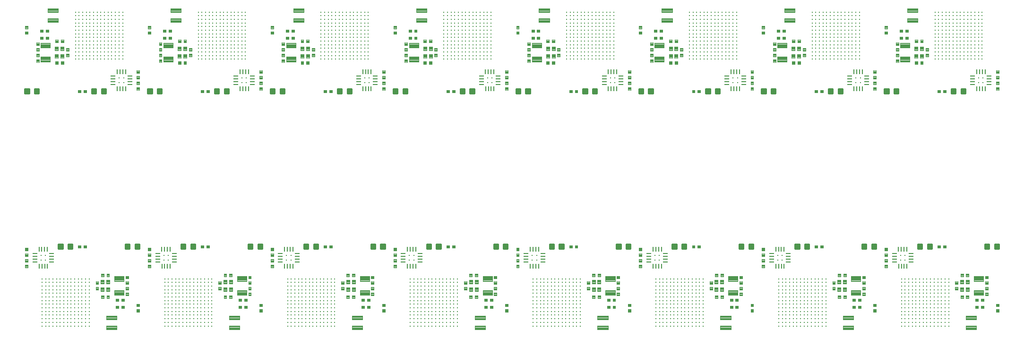
<source format=gtp>
G04 EAGLE Gerber RS-274X export*
G75*
%MOMM*%
%FSLAX34Y34*%
%LPD*%
%INSolderpaste Top*%
%IPPOS*%
%AMOC8*
5,1,8,0,0,1.08239X$1,22.5*%
G01*
%ADD10C,0.234000*%
%ADD11C,0.300000*%
%ADD12C,0.102000*%
%ADD13C,0.100000*%
%ADD14C,0.105000*%
%ADD15R,0.200000X0.200000*%
%ADD16R,0.240000X0.850000*%
%ADD17R,0.850000X0.240000*%
%ADD18C,0.104000*%


D10*
X37750Y67752D03*
X37750Y74252D03*
X44250Y67752D03*
X44250Y74252D03*
X37750Y80752D03*
X37750Y87252D03*
X44250Y80752D03*
X44250Y87252D03*
X37750Y93752D03*
X37750Y100252D03*
X44250Y93752D03*
X44250Y100252D03*
X37750Y106752D03*
X37750Y113252D03*
X44250Y106752D03*
X44250Y113252D03*
X37750Y119752D03*
X44250Y119752D03*
X37750Y126252D03*
X37750Y132752D03*
X44250Y126252D03*
X44250Y132752D03*
X37750Y139252D03*
X37750Y145752D03*
X44250Y139252D03*
X44250Y145752D03*
X37750Y152252D03*
X44250Y152252D03*
X50750Y67752D03*
X57250Y67752D03*
X63750Y67752D03*
X70250Y67752D03*
X76750Y67752D03*
X83250Y67752D03*
X89750Y67752D03*
X96250Y67752D03*
X102750Y67752D03*
X109250Y67752D03*
X115750Y67752D03*
X122250Y67752D03*
X50750Y74252D03*
X57250Y74252D03*
X63750Y74252D03*
X70250Y74252D03*
X76750Y74252D03*
X83250Y74252D03*
X89750Y74252D03*
X96250Y74252D03*
X102750Y74252D03*
X109250Y74252D03*
X115750Y74252D03*
X122250Y74252D03*
X50750Y80752D03*
X57250Y80752D03*
X63750Y80752D03*
X70250Y80752D03*
X76750Y80752D03*
X83250Y80752D03*
X89750Y80752D03*
X96250Y80752D03*
X102750Y80752D03*
X109250Y80752D03*
X115750Y80752D03*
X122250Y80752D03*
X50750Y87252D03*
X57250Y87252D03*
X63750Y87252D03*
X70250Y87252D03*
X76750Y87252D03*
X83250Y87252D03*
X89750Y87252D03*
X96250Y87252D03*
X102750Y87252D03*
X109250Y87252D03*
X115750Y87252D03*
X122250Y87252D03*
X50750Y93752D03*
X57250Y93752D03*
X63750Y93752D03*
X70250Y93752D03*
X76750Y93752D03*
X83250Y93752D03*
X89750Y93752D03*
X96250Y93752D03*
X102750Y93752D03*
X109250Y93752D03*
X115750Y93752D03*
X122250Y93752D03*
X50750Y100252D03*
X57250Y100252D03*
X63750Y100252D03*
X70250Y100252D03*
X76750Y100252D03*
X83250Y100252D03*
X89750Y100252D03*
X96250Y100252D03*
X102750Y100252D03*
X109250Y100252D03*
X115750Y100252D03*
X122250Y100252D03*
X50750Y106752D03*
X57250Y106752D03*
X63750Y106752D03*
X70250Y106752D03*
X76750Y106752D03*
X83250Y106752D03*
X89750Y106752D03*
X96250Y106752D03*
X102750Y106752D03*
X109250Y106752D03*
X115750Y106752D03*
X122250Y106752D03*
X50750Y113252D03*
X57250Y113252D03*
X63750Y113252D03*
X70250Y113252D03*
X76750Y113252D03*
X83250Y113252D03*
X89750Y113252D03*
X96250Y113252D03*
X102750Y113252D03*
X109250Y113252D03*
X115750Y113252D03*
X122250Y113252D03*
X50750Y119752D03*
X57250Y119752D03*
X63750Y119752D03*
X70250Y119752D03*
X76750Y119752D03*
X83250Y119752D03*
X89750Y119752D03*
X96250Y119752D03*
X102750Y119752D03*
X109250Y119752D03*
X115750Y119752D03*
X122250Y119752D03*
X50750Y126252D03*
X57250Y126252D03*
X63750Y126252D03*
X70250Y126252D03*
X76750Y126252D03*
X83250Y126252D03*
X89750Y126252D03*
X96250Y126252D03*
X102750Y126252D03*
X109250Y126252D03*
X115750Y126252D03*
X122250Y126252D03*
X50750Y132752D03*
X57250Y132752D03*
X63750Y132752D03*
X70250Y132752D03*
X76750Y132752D03*
X83250Y132752D03*
X89750Y132752D03*
X96250Y132752D03*
X102750Y132752D03*
X109250Y132752D03*
X115750Y132752D03*
X122250Y132752D03*
X50750Y139252D03*
X57250Y139252D03*
X63750Y139252D03*
X70250Y139252D03*
X76750Y139252D03*
X83250Y139252D03*
X89750Y139252D03*
X96250Y139252D03*
X102750Y139252D03*
X109250Y139252D03*
X115750Y139252D03*
X122250Y139252D03*
X50750Y145752D03*
X57250Y145752D03*
X63750Y145752D03*
X70250Y145752D03*
X76750Y145752D03*
X83250Y145752D03*
X89750Y145752D03*
X96250Y145752D03*
X102750Y145752D03*
X109250Y145752D03*
X115750Y145752D03*
X122250Y145752D03*
X50750Y152252D03*
X57250Y152252D03*
X63750Y152252D03*
X70250Y152252D03*
X76750Y152252D03*
X83250Y152252D03*
X89750Y152252D03*
X96250Y152252D03*
X102750Y152252D03*
X109250Y152252D03*
X115750Y152252D03*
X122250Y152252D03*
D11*
X194730Y206502D02*
X194730Y213502D01*
X194730Y206502D02*
X187730Y206502D01*
X187730Y213502D01*
X194730Y213502D01*
X194730Y209352D02*
X187730Y209352D01*
X187730Y212202D02*
X194730Y212202D01*
X212270Y213502D02*
X212270Y206502D01*
X205270Y206502D01*
X205270Y213502D01*
X212270Y213502D01*
X212270Y209352D02*
X205270Y209352D01*
X205270Y212202D02*
X212270Y212202D01*
D12*
X207510Y107492D02*
X207510Y102512D01*
X207510Y107492D02*
X212490Y107492D01*
X212490Y102512D01*
X207510Y102512D01*
X207510Y103481D02*
X212490Y103481D01*
X212490Y104450D02*
X207510Y104450D01*
X207510Y105419D02*
X212490Y105419D01*
X212490Y106388D02*
X207510Y106388D01*
X207510Y107357D02*
X212490Y107357D01*
X207510Y97492D02*
X207510Y92512D01*
X207510Y97492D02*
X212490Y97492D01*
X212490Y92512D01*
X207510Y92512D01*
X207510Y93481D02*
X212490Y93481D01*
X212490Y94450D02*
X207510Y94450D01*
X207510Y95419D02*
X212490Y95419D01*
X212490Y96388D02*
X207510Y96388D01*
X207510Y97357D02*
X212490Y97357D01*
D13*
X167500Y148002D02*
X167500Y157002D01*
X184500Y157002D01*
X184500Y148002D01*
X167500Y148002D01*
X167500Y148952D02*
X184500Y148952D01*
X184500Y149902D02*
X167500Y149902D01*
X167500Y150852D02*
X184500Y150852D01*
X184500Y151802D02*
X167500Y151802D01*
X167500Y152752D02*
X184500Y152752D01*
X184500Y153702D02*
X167500Y153702D01*
X167500Y154652D02*
X184500Y154652D01*
X184500Y155602D02*
X167500Y155602D01*
X167500Y156552D02*
X184500Y156552D01*
X167500Y132002D02*
X167500Y123002D01*
X167500Y132002D02*
X184500Y132002D01*
X184500Y123002D01*
X167500Y123002D01*
X167500Y123952D02*
X184500Y123952D01*
X184500Y124902D02*
X167500Y124902D01*
X167500Y125852D02*
X184500Y125852D01*
X184500Y126802D02*
X167500Y126802D01*
X167500Y127752D02*
X184500Y127752D01*
X184500Y128702D02*
X167500Y128702D01*
X167500Y129652D02*
X184500Y129652D01*
X184500Y130602D02*
X167500Y130602D01*
X167500Y131552D02*
X184500Y131552D01*
D12*
X187510Y152512D02*
X187510Y157492D01*
X192490Y157492D01*
X192490Y152512D01*
X187510Y152512D01*
X187510Y153481D02*
X192490Y153481D01*
X192490Y154450D02*
X187510Y154450D01*
X187510Y155419D02*
X192490Y155419D01*
X192490Y156388D02*
X187510Y156388D01*
X187510Y157357D02*
X192490Y157357D01*
X187510Y147492D02*
X187510Y142512D01*
X187510Y147492D02*
X192490Y147492D01*
X192490Y142512D01*
X187510Y142512D01*
X187510Y143481D02*
X192490Y143481D01*
X192490Y144450D02*
X187510Y144450D01*
X187510Y145419D02*
X192490Y145419D01*
X192490Y146388D02*
X187510Y146388D01*
X187510Y147357D02*
X192490Y147357D01*
X192490Y127492D02*
X192490Y122512D01*
X187510Y122512D01*
X187510Y127492D01*
X192490Y127492D01*
X192490Y123481D02*
X187510Y123481D01*
X187510Y124450D02*
X192490Y124450D01*
X192490Y125419D02*
X187510Y125419D01*
X187510Y126388D02*
X192490Y126388D01*
X192490Y127357D02*
X187510Y127357D01*
X192490Y132512D02*
X192490Y137492D01*
X192490Y132512D02*
X187510Y132512D01*
X187510Y137492D01*
X192490Y137492D01*
X192490Y133481D02*
X187510Y133481D01*
X187510Y134450D02*
X192490Y134450D01*
X192490Y135419D02*
X187510Y135419D01*
X187510Y136388D02*
X192490Y136388D01*
X192490Y137357D02*
X187510Y137357D01*
X134010Y142512D02*
X134010Y147492D01*
X138990Y147492D01*
X138990Y142512D01*
X134010Y142512D01*
X134010Y143481D02*
X138990Y143481D01*
X138990Y144450D02*
X134010Y144450D01*
X134010Y145419D02*
X138990Y145419D01*
X138990Y146388D02*
X134010Y146388D01*
X134010Y147357D02*
X138990Y147357D01*
X134010Y137492D02*
X134010Y132512D01*
X134010Y137492D02*
X138990Y137492D01*
X138990Y132512D01*
X134010Y132512D01*
X134010Y133481D02*
X138990Y133481D01*
X138990Y134450D02*
X134010Y134450D01*
X134010Y135419D02*
X138990Y135419D01*
X138990Y136388D02*
X134010Y136388D01*
X134010Y137357D02*
X138990Y137357D01*
X143510Y117512D02*
X148490Y117512D01*
X143510Y117512D02*
X143510Y122492D01*
X148490Y122492D01*
X148490Y117512D01*
X148490Y118481D02*
X143510Y118481D01*
X143510Y119450D02*
X148490Y119450D01*
X148490Y120419D02*
X143510Y120419D01*
X143510Y121388D02*
X148490Y121388D01*
X148490Y122357D02*
X143510Y122357D01*
X153510Y117512D02*
X158490Y117512D01*
X153510Y117512D02*
X153510Y122492D01*
X158490Y122492D01*
X158490Y117512D01*
X158490Y118481D02*
X153510Y118481D01*
X153510Y119450D02*
X158490Y119450D01*
X158490Y120419D02*
X153510Y120419D01*
X153510Y121388D02*
X158490Y121388D01*
X158490Y122357D02*
X153510Y122357D01*
X148490Y156512D02*
X143510Y156512D01*
X143510Y161492D01*
X148490Y161492D01*
X148490Y156512D01*
X148490Y157481D02*
X143510Y157481D01*
X143510Y158450D02*
X148490Y158450D01*
X148490Y159419D02*
X143510Y159419D01*
X143510Y160388D02*
X148490Y160388D01*
X148490Y161357D02*
X143510Y161357D01*
X153510Y156512D02*
X158490Y156512D01*
X153510Y156512D02*
X153510Y161492D01*
X158490Y161492D01*
X158490Y156512D01*
X158490Y157481D02*
X153510Y157481D01*
X153510Y158450D02*
X158490Y158450D01*
X158490Y159419D02*
X153510Y159419D01*
X153510Y160388D02*
X158490Y160388D01*
X158490Y161357D02*
X153510Y161357D01*
D14*
X148975Y136477D02*
X148975Y130027D01*
X143025Y130027D01*
X143025Y136477D01*
X148975Y136477D01*
X148975Y131024D02*
X143025Y131024D01*
X143025Y132021D02*
X148975Y132021D01*
X148975Y133018D02*
X143025Y133018D01*
X143025Y134015D02*
X148975Y134015D01*
X148975Y135012D02*
X143025Y135012D01*
X143025Y136009D02*
X148975Y136009D01*
X143025Y143527D02*
X143025Y149977D01*
X148975Y149977D01*
X148975Y143527D01*
X143025Y143527D01*
X143025Y144524D02*
X148975Y144524D01*
X148975Y145521D02*
X143025Y145521D01*
X143025Y146518D02*
X148975Y146518D01*
X148975Y147515D02*
X143025Y147515D01*
X143025Y148512D02*
X148975Y148512D01*
X148975Y149509D02*
X143025Y149509D01*
X153025Y149977D02*
X153025Y143527D01*
X153025Y149977D02*
X158975Y149977D01*
X158975Y143527D01*
X153025Y143527D01*
X153025Y144524D02*
X158975Y144524D01*
X158975Y145521D02*
X153025Y145521D01*
X153025Y146518D02*
X158975Y146518D01*
X158975Y147515D02*
X153025Y147515D01*
X153025Y148512D02*
X158975Y148512D01*
X158975Y149509D02*
X153025Y149509D01*
X158975Y136477D02*
X158975Y130027D01*
X153025Y130027D01*
X153025Y136477D01*
X158975Y136477D01*
X158975Y131024D02*
X153025Y131024D01*
X153025Y132021D02*
X158975Y132021D01*
X158975Y133018D02*
X153025Y133018D01*
X153025Y134015D02*
X158975Y134015D01*
X158975Y135012D02*
X153025Y135012D01*
X153025Y136009D02*
X158975Y136009D01*
D12*
X7510Y182512D02*
X7510Y187492D01*
X12490Y187492D01*
X12490Y182512D01*
X7510Y182512D01*
X7510Y183481D02*
X12490Y183481D01*
X12490Y184450D02*
X7510Y184450D01*
X7510Y185419D02*
X12490Y185419D01*
X12490Y186388D02*
X7510Y186388D01*
X7510Y187357D02*
X12490Y187357D01*
X7510Y177492D02*
X7510Y172512D01*
X7510Y177492D02*
X12490Y177492D01*
X12490Y172512D01*
X7510Y172512D01*
X7510Y173481D02*
X12490Y173481D01*
X12490Y174450D02*
X7510Y174450D01*
X7510Y175419D02*
X12490Y175419D01*
X12490Y176388D02*
X7510Y176388D01*
X7510Y177357D02*
X12490Y177357D01*
X180310Y104092D02*
X185290Y104092D01*
X185290Y99112D01*
X180310Y99112D01*
X180310Y104092D01*
X180310Y100081D02*
X185290Y100081D01*
X185290Y101050D02*
X180310Y101050D01*
X180310Y102019D02*
X185290Y102019D01*
X185290Y102988D02*
X180310Y102988D01*
X180310Y103957D02*
X185290Y103957D01*
X175290Y104092D02*
X170310Y104092D01*
X175290Y104092D02*
X175290Y99112D01*
X170310Y99112D01*
X170310Y104092D01*
X170310Y100081D02*
X175290Y100081D01*
X175290Y101050D02*
X170310Y101050D01*
X170310Y102019D02*
X175290Y102019D01*
X175290Y102988D02*
X170310Y102988D01*
X170310Y103957D02*
X175290Y103957D01*
X180310Y116792D02*
X185290Y116792D01*
X185290Y111812D01*
X180310Y111812D01*
X180310Y116792D01*
X180310Y112781D02*
X185290Y112781D01*
X185290Y113750D02*
X180310Y113750D01*
X180310Y114719D02*
X185290Y114719D01*
X185290Y115688D02*
X180310Y115688D01*
X180310Y116657D02*
X185290Y116657D01*
X175290Y116792D02*
X170310Y116792D01*
X175290Y116792D02*
X175290Y111812D01*
X170310Y111812D01*
X170310Y116792D01*
X170310Y112781D02*
X175290Y112781D01*
X175290Y113750D02*
X170310Y113750D01*
X170310Y114719D02*
X175290Y114719D01*
X175290Y115688D02*
X170310Y115688D01*
X170310Y116657D02*
X175290Y116657D01*
D15*
X44000Y186002D03*
X44000Y194002D03*
X36000Y194002D03*
X36000Y186002D03*
D16*
X47550Y175002D03*
X42550Y175002D03*
X37550Y175002D03*
X32550Y175002D03*
D17*
X55000Y197552D03*
X55000Y192552D03*
X55000Y187552D03*
X55000Y182552D03*
D16*
X32450Y205002D03*
X37450Y205002D03*
X42450Y205002D03*
X47450Y205002D03*
D17*
X25000Y197552D03*
X25000Y192552D03*
X25000Y187552D03*
X25000Y182552D03*
D12*
X112510Y212492D02*
X117490Y212492D01*
X117490Y207512D01*
X112510Y207512D01*
X112510Y212492D01*
X112510Y208481D02*
X117490Y208481D01*
X117490Y209450D02*
X112510Y209450D01*
X112510Y210419D02*
X117490Y210419D01*
X117490Y211388D02*
X112510Y211388D01*
X112510Y212357D02*
X117490Y212357D01*
X107490Y212492D02*
X102510Y212492D01*
X107490Y212492D02*
X107490Y207512D01*
X102510Y207512D01*
X102510Y212492D01*
X102510Y208481D02*
X107490Y208481D01*
X107490Y209450D02*
X102510Y209450D01*
X102510Y210419D02*
X107490Y210419D01*
X107490Y211388D02*
X102510Y211388D01*
X102510Y212357D02*
X107490Y212357D01*
D11*
X85270Y213502D02*
X85270Y206502D01*
X85270Y213502D02*
X92270Y213502D01*
X92270Y206502D01*
X85270Y206502D01*
X85270Y209352D02*
X92270Y209352D01*
X92270Y212202D02*
X85270Y212202D01*
X67730Y213502D02*
X67730Y206502D01*
X67730Y213502D02*
X74730Y213502D01*
X74730Y206502D01*
X67730Y206502D01*
X67730Y209352D02*
X74730Y209352D01*
X74730Y212202D02*
X67730Y212202D01*
D12*
X12490Y197492D02*
X12490Y192512D01*
X7510Y192512D01*
X7510Y197492D01*
X12490Y197492D01*
X12490Y193481D02*
X7510Y193481D01*
X7510Y194450D02*
X12490Y194450D01*
X12490Y195419D02*
X7510Y195419D01*
X7510Y196388D02*
X12490Y196388D01*
X12490Y197357D02*
X7510Y197357D01*
X12490Y202512D02*
X12490Y207492D01*
X12490Y202512D02*
X7510Y202512D01*
X7510Y207492D01*
X12490Y207492D01*
X12490Y203481D02*
X7510Y203481D01*
X7510Y204450D02*
X12490Y204450D01*
X12490Y205419D02*
X7510Y205419D01*
X7510Y206388D02*
X12490Y206388D01*
X12490Y207357D02*
X7510Y207357D01*
D18*
X153020Y68082D02*
X171980Y68082D01*
X171980Y61122D01*
X153020Y61122D01*
X153020Y68082D01*
X153020Y62110D02*
X171980Y62110D01*
X171980Y63098D02*
X153020Y63098D01*
X153020Y64086D02*
X171980Y64086D01*
X171980Y65074D02*
X153020Y65074D01*
X153020Y66062D02*
X171980Y66062D01*
X171980Y67050D02*
X153020Y67050D01*
X153020Y68038D02*
X171980Y68038D01*
X171980Y86082D02*
X153020Y86082D01*
X171980Y86082D02*
X171980Y79122D01*
X153020Y79122D01*
X153020Y86082D01*
X153020Y80110D02*
X171980Y80110D01*
X171980Y81098D02*
X153020Y81098D01*
X153020Y82086D02*
X171980Y82086D01*
X171980Y83074D02*
X153020Y83074D01*
X153020Y84062D02*
X171980Y84062D01*
X171980Y85050D02*
X153020Y85050D01*
X153020Y86038D02*
X171980Y86038D01*
D10*
X257739Y67752D03*
X257739Y74252D03*
X264239Y67752D03*
X264239Y74252D03*
X257739Y80752D03*
X257739Y87252D03*
X264239Y80752D03*
X264239Y87252D03*
X257739Y93752D03*
X257739Y100252D03*
X264239Y93752D03*
X264239Y100252D03*
X257739Y106752D03*
X257739Y113252D03*
X264239Y106752D03*
X264239Y113252D03*
X257739Y119752D03*
X264239Y119752D03*
X257739Y126252D03*
X257739Y132752D03*
X264239Y126252D03*
X264239Y132752D03*
X257739Y139252D03*
X257739Y145752D03*
X264239Y139252D03*
X264239Y145752D03*
X257739Y152252D03*
X264239Y152252D03*
X270739Y67752D03*
X277239Y67752D03*
X283739Y67752D03*
X290239Y67752D03*
X296739Y67752D03*
X303239Y67752D03*
X309739Y67752D03*
X316239Y67752D03*
X322739Y67752D03*
X329239Y67752D03*
X335739Y67752D03*
X342239Y67752D03*
X270739Y74252D03*
X277239Y74252D03*
X283739Y74252D03*
X290239Y74252D03*
X296739Y74252D03*
X303239Y74252D03*
X309739Y74252D03*
X316239Y74252D03*
X322739Y74252D03*
X329239Y74252D03*
X335739Y74252D03*
X342239Y74252D03*
X270739Y80752D03*
X277239Y80752D03*
X283739Y80752D03*
X290239Y80752D03*
X296739Y80752D03*
X303239Y80752D03*
X309739Y80752D03*
X316239Y80752D03*
X322739Y80752D03*
X329239Y80752D03*
X335739Y80752D03*
X342239Y80752D03*
X270739Y87252D03*
X277239Y87252D03*
X283739Y87252D03*
X290239Y87252D03*
X296739Y87252D03*
X303239Y87252D03*
X309739Y87252D03*
X316239Y87252D03*
X322739Y87252D03*
X329239Y87252D03*
X335739Y87252D03*
X342239Y87252D03*
X270739Y93752D03*
X277239Y93752D03*
X283739Y93752D03*
X290239Y93752D03*
X296739Y93752D03*
X303239Y93752D03*
X309739Y93752D03*
X316239Y93752D03*
X322739Y93752D03*
X329239Y93752D03*
X335739Y93752D03*
X342239Y93752D03*
X270739Y100252D03*
X277239Y100252D03*
X283739Y100252D03*
X290239Y100252D03*
X296739Y100252D03*
X303239Y100252D03*
X309739Y100252D03*
X316239Y100252D03*
X322739Y100252D03*
X329239Y100252D03*
X335739Y100252D03*
X342239Y100252D03*
X270739Y106752D03*
X277239Y106752D03*
X283739Y106752D03*
X290239Y106752D03*
X296739Y106752D03*
X303239Y106752D03*
X309739Y106752D03*
X316239Y106752D03*
X322739Y106752D03*
X329239Y106752D03*
X335739Y106752D03*
X342239Y106752D03*
X270739Y113252D03*
X277239Y113252D03*
X283739Y113252D03*
X290239Y113252D03*
X296739Y113252D03*
X303239Y113252D03*
X309739Y113252D03*
X316239Y113252D03*
X322739Y113252D03*
X329239Y113252D03*
X335739Y113252D03*
X342239Y113252D03*
X270739Y119752D03*
X277239Y119752D03*
X283739Y119752D03*
X290239Y119752D03*
X296739Y119752D03*
X303239Y119752D03*
X309739Y119752D03*
X316239Y119752D03*
X322739Y119752D03*
X329239Y119752D03*
X335739Y119752D03*
X342239Y119752D03*
X270739Y126252D03*
X277239Y126252D03*
X283739Y126252D03*
X290239Y126252D03*
X296739Y126252D03*
X303239Y126252D03*
X309739Y126252D03*
X316239Y126252D03*
X322739Y126252D03*
X329239Y126252D03*
X335739Y126252D03*
X342239Y126252D03*
X270739Y132752D03*
X277239Y132752D03*
X283739Y132752D03*
X290239Y132752D03*
X296739Y132752D03*
X303239Y132752D03*
X309739Y132752D03*
X316239Y132752D03*
X322739Y132752D03*
X329239Y132752D03*
X335739Y132752D03*
X342239Y132752D03*
X270739Y139252D03*
X277239Y139252D03*
X283739Y139252D03*
X290239Y139252D03*
X296739Y139252D03*
X303239Y139252D03*
X309739Y139252D03*
X316239Y139252D03*
X322739Y139252D03*
X329239Y139252D03*
X335739Y139252D03*
X342239Y139252D03*
X270739Y145752D03*
X277239Y145752D03*
X283739Y145752D03*
X290239Y145752D03*
X296739Y145752D03*
X303239Y145752D03*
X309739Y145752D03*
X316239Y145752D03*
X322739Y145752D03*
X329239Y145752D03*
X335739Y145752D03*
X342239Y145752D03*
X270739Y152252D03*
X277239Y152252D03*
X283739Y152252D03*
X290239Y152252D03*
X296739Y152252D03*
X303239Y152252D03*
X309739Y152252D03*
X316239Y152252D03*
X322739Y152252D03*
X329239Y152252D03*
X335739Y152252D03*
X342239Y152252D03*
D11*
X414719Y206502D02*
X414719Y213502D01*
X414719Y206502D02*
X407719Y206502D01*
X407719Y213502D01*
X414719Y213502D01*
X414719Y209352D02*
X407719Y209352D01*
X407719Y212202D02*
X414719Y212202D01*
X432259Y213502D02*
X432259Y206502D01*
X425259Y206502D01*
X425259Y213502D01*
X432259Y213502D01*
X432259Y209352D02*
X425259Y209352D01*
X425259Y212202D02*
X432259Y212202D01*
D12*
X427499Y107492D02*
X427499Y102512D01*
X427499Y107492D02*
X432479Y107492D01*
X432479Y102512D01*
X427499Y102512D01*
X427499Y103481D02*
X432479Y103481D01*
X432479Y104450D02*
X427499Y104450D01*
X427499Y105419D02*
X432479Y105419D01*
X432479Y106388D02*
X427499Y106388D01*
X427499Y107357D02*
X432479Y107357D01*
X427499Y97492D02*
X427499Y92512D01*
X427499Y97492D02*
X432479Y97492D01*
X432479Y92512D01*
X427499Y92512D01*
X427499Y93481D02*
X432479Y93481D01*
X432479Y94450D02*
X427499Y94450D01*
X427499Y95419D02*
X432479Y95419D01*
X432479Y96388D02*
X427499Y96388D01*
X427499Y97357D02*
X432479Y97357D01*
D13*
X387489Y148002D02*
X387489Y157002D01*
X404489Y157002D01*
X404489Y148002D01*
X387489Y148002D01*
X387489Y148952D02*
X404489Y148952D01*
X404489Y149902D02*
X387489Y149902D01*
X387489Y150852D02*
X404489Y150852D01*
X404489Y151802D02*
X387489Y151802D01*
X387489Y152752D02*
X404489Y152752D01*
X404489Y153702D02*
X387489Y153702D01*
X387489Y154652D02*
X404489Y154652D01*
X404489Y155602D02*
X387489Y155602D01*
X387489Y156552D02*
X404489Y156552D01*
X387489Y132002D02*
X387489Y123002D01*
X387489Y132002D02*
X404489Y132002D01*
X404489Y123002D01*
X387489Y123002D01*
X387489Y123952D02*
X404489Y123952D01*
X404489Y124902D02*
X387489Y124902D01*
X387489Y125852D02*
X404489Y125852D01*
X404489Y126802D02*
X387489Y126802D01*
X387489Y127752D02*
X404489Y127752D01*
X404489Y128702D02*
X387489Y128702D01*
X387489Y129652D02*
X404489Y129652D01*
X404489Y130602D02*
X387489Y130602D01*
X387489Y131552D02*
X404489Y131552D01*
D12*
X407499Y152512D02*
X407499Y157492D01*
X412479Y157492D01*
X412479Y152512D01*
X407499Y152512D01*
X407499Y153481D02*
X412479Y153481D01*
X412479Y154450D02*
X407499Y154450D01*
X407499Y155419D02*
X412479Y155419D01*
X412479Y156388D02*
X407499Y156388D01*
X407499Y157357D02*
X412479Y157357D01*
X407499Y147492D02*
X407499Y142512D01*
X407499Y147492D02*
X412479Y147492D01*
X412479Y142512D01*
X407499Y142512D01*
X407499Y143481D02*
X412479Y143481D01*
X412479Y144450D02*
X407499Y144450D01*
X407499Y145419D02*
X412479Y145419D01*
X412479Y146388D02*
X407499Y146388D01*
X407499Y147357D02*
X412479Y147357D01*
X412479Y127492D02*
X412479Y122512D01*
X407499Y122512D01*
X407499Y127492D01*
X412479Y127492D01*
X412479Y123481D02*
X407499Y123481D01*
X407499Y124450D02*
X412479Y124450D01*
X412479Y125419D02*
X407499Y125419D01*
X407499Y126388D02*
X412479Y126388D01*
X412479Y127357D02*
X407499Y127357D01*
X412479Y132512D02*
X412479Y137492D01*
X412479Y132512D02*
X407499Y132512D01*
X407499Y137492D01*
X412479Y137492D01*
X412479Y133481D02*
X407499Y133481D01*
X407499Y134450D02*
X412479Y134450D01*
X412479Y135419D02*
X407499Y135419D01*
X407499Y136388D02*
X412479Y136388D01*
X412479Y137357D02*
X407499Y137357D01*
X353999Y142512D02*
X353999Y147492D01*
X358979Y147492D01*
X358979Y142512D01*
X353999Y142512D01*
X353999Y143481D02*
X358979Y143481D01*
X358979Y144450D02*
X353999Y144450D01*
X353999Y145419D02*
X358979Y145419D01*
X358979Y146388D02*
X353999Y146388D01*
X353999Y147357D02*
X358979Y147357D01*
X353999Y137492D02*
X353999Y132512D01*
X353999Y137492D02*
X358979Y137492D01*
X358979Y132512D01*
X353999Y132512D01*
X353999Y133481D02*
X358979Y133481D01*
X358979Y134450D02*
X353999Y134450D01*
X353999Y135419D02*
X358979Y135419D01*
X358979Y136388D02*
X353999Y136388D01*
X353999Y137357D02*
X358979Y137357D01*
X363499Y117512D02*
X368479Y117512D01*
X363499Y117512D02*
X363499Y122492D01*
X368479Y122492D01*
X368479Y117512D01*
X368479Y118481D02*
X363499Y118481D01*
X363499Y119450D02*
X368479Y119450D01*
X368479Y120419D02*
X363499Y120419D01*
X363499Y121388D02*
X368479Y121388D01*
X368479Y122357D02*
X363499Y122357D01*
X373499Y117512D02*
X378479Y117512D01*
X373499Y117512D02*
X373499Y122492D01*
X378479Y122492D01*
X378479Y117512D01*
X378479Y118481D02*
X373499Y118481D01*
X373499Y119450D02*
X378479Y119450D01*
X378479Y120419D02*
X373499Y120419D01*
X373499Y121388D02*
X378479Y121388D01*
X378479Y122357D02*
X373499Y122357D01*
X368479Y156512D02*
X363499Y156512D01*
X363499Y161492D01*
X368479Y161492D01*
X368479Y156512D01*
X368479Y157481D02*
X363499Y157481D01*
X363499Y158450D02*
X368479Y158450D01*
X368479Y159419D02*
X363499Y159419D01*
X363499Y160388D02*
X368479Y160388D01*
X368479Y161357D02*
X363499Y161357D01*
X373499Y156512D02*
X378479Y156512D01*
X373499Y156512D02*
X373499Y161492D01*
X378479Y161492D01*
X378479Y156512D01*
X378479Y157481D02*
X373499Y157481D01*
X373499Y158450D02*
X378479Y158450D01*
X378479Y159419D02*
X373499Y159419D01*
X373499Y160388D02*
X378479Y160388D01*
X378479Y161357D02*
X373499Y161357D01*
D14*
X368964Y136477D02*
X368964Y130027D01*
X363014Y130027D01*
X363014Y136477D01*
X368964Y136477D01*
X368964Y131024D02*
X363014Y131024D01*
X363014Y132021D02*
X368964Y132021D01*
X368964Y133018D02*
X363014Y133018D01*
X363014Y134015D02*
X368964Y134015D01*
X368964Y135012D02*
X363014Y135012D01*
X363014Y136009D02*
X368964Y136009D01*
X363014Y143527D02*
X363014Y149977D01*
X368964Y149977D01*
X368964Y143527D01*
X363014Y143527D01*
X363014Y144524D02*
X368964Y144524D01*
X368964Y145521D02*
X363014Y145521D01*
X363014Y146518D02*
X368964Y146518D01*
X368964Y147515D02*
X363014Y147515D01*
X363014Y148512D02*
X368964Y148512D01*
X368964Y149509D02*
X363014Y149509D01*
X373014Y149977D02*
X373014Y143527D01*
X373014Y149977D02*
X378964Y149977D01*
X378964Y143527D01*
X373014Y143527D01*
X373014Y144524D02*
X378964Y144524D01*
X378964Y145521D02*
X373014Y145521D01*
X373014Y146518D02*
X378964Y146518D01*
X378964Y147515D02*
X373014Y147515D01*
X373014Y148512D02*
X378964Y148512D01*
X378964Y149509D02*
X373014Y149509D01*
X378964Y136477D02*
X378964Y130027D01*
X373014Y130027D01*
X373014Y136477D01*
X378964Y136477D01*
X378964Y131024D02*
X373014Y131024D01*
X373014Y132021D02*
X378964Y132021D01*
X378964Y133018D02*
X373014Y133018D01*
X373014Y134015D02*
X378964Y134015D01*
X378964Y135012D02*
X373014Y135012D01*
X373014Y136009D02*
X378964Y136009D01*
D12*
X227499Y182512D02*
X227499Y187492D01*
X232479Y187492D01*
X232479Y182512D01*
X227499Y182512D01*
X227499Y183481D02*
X232479Y183481D01*
X232479Y184450D02*
X227499Y184450D01*
X227499Y185419D02*
X232479Y185419D01*
X232479Y186388D02*
X227499Y186388D01*
X227499Y187357D02*
X232479Y187357D01*
X227499Y177492D02*
X227499Y172512D01*
X227499Y177492D02*
X232479Y177492D01*
X232479Y172512D01*
X227499Y172512D01*
X227499Y173481D02*
X232479Y173481D01*
X232479Y174450D02*
X227499Y174450D01*
X227499Y175419D02*
X232479Y175419D01*
X232479Y176388D02*
X227499Y176388D01*
X227499Y177357D02*
X232479Y177357D01*
X400299Y104092D02*
X405279Y104092D01*
X405279Y99112D01*
X400299Y99112D01*
X400299Y104092D01*
X400299Y100081D02*
X405279Y100081D01*
X405279Y101050D02*
X400299Y101050D01*
X400299Y102019D02*
X405279Y102019D01*
X405279Y102988D02*
X400299Y102988D01*
X400299Y103957D02*
X405279Y103957D01*
X395279Y104092D02*
X390299Y104092D01*
X395279Y104092D02*
X395279Y99112D01*
X390299Y99112D01*
X390299Y104092D01*
X390299Y100081D02*
X395279Y100081D01*
X395279Y101050D02*
X390299Y101050D01*
X390299Y102019D02*
X395279Y102019D01*
X395279Y102988D02*
X390299Y102988D01*
X390299Y103957D02*
X395279Y103957D01*
X400299Y116792D02*
X405279Y116792D01*
X405279Y111812D01*
X400299Y111812D01*
X400299Y116792D01*
X400299Y112781D02*
X405279Y112781D01*
X405279Y113750D02*
X400299Y113750D01*
X400299Y114719D02*
X405279Y114719D01*
X405279Y115688D02*
X400299Y115688D01*
X400299Y116657D02*
X405279Y116657D01*
X395279Y116792D02*
X390299Y116792D01*
X395279Y116792D02*
X395279Y111812D01*
X390299Y111812D01*
X390299Y116792D01*
X390299Y112781D02*
X395279Y112781D01*
X395279Y113750D02*
X390299Y113750D01*
X390299Y114719D02*
X395279Y114719D01*
X395279Y115688D02*
X390299Y115688D01*
X390299Y116657D02*
X395279Y116657D01*
D15*
X263989Y186002D03*
X263989Y194002D03*
X255989Y194002D03*
X255989Y186002D03*
D16*
X267539Y175002D03*
X262539Y175002D03*
X257539Y175002D03*
X252539Y175002D03*
D17*
X274989Y197552D03*
X274989Y192552D03*
X274989Y187552D03*
X274989Y182552D03*
D16*
X252439Y205002D03*
X257439Y205002D03*
X262439Y205002D03*
X267439Y205002D03*
D17*
X244989Y197552D03*
X244989Y192552D03*
X244989Y187552D03*
X244989Y182552D03*
D12*
X332499Y212492D02*
X337479Y212492D01*
X337479Y207512D01*
X332499Y207512D01*
X332499Y212492D01*
X332499Y208481D02*
X337479Y208481D01*
X337479Y209450D02*
X332499Y209450D01*
X332499Y210419D02*
X337479Y210419D01*
X337479Y211388D02*
X332499Y211388D01*
X332499Y212357D02*
X337479Y212357D01*
X327479Y212492D02*
X322499Y212492D01*
X327479Y212492D02*
X327479Y207512D01*
X322499Y207512D01*
X322499Y212492D01*
X322499Y208481D02*
X327479Y208481D01*
X327479Y209450D02*
X322499Y209450D01*
X322499Y210419D02*
X327479Y210419D01*
X327479Y211388D02*
X322499Y211388D01*
X322499Y212357D02*
X327479Y212357D01*
D11*
X305259Y213502D02*
X305259Y206502D01*
X305259Y213502D02*
X312259Y213502D01*
X312259Y206502D01*
X305259Y206502D01*
X305259Y209352D02*
X312259Y209352D01*
X312259Y212202D02*
X305259Y212202D01*
X287719Y213502D02*
X287719Y206502D01*
X287719Y213502D02*
X294719Y213502D01*
X294719Y206502D01*
X287719Y206502D01*
X287719Y209352D02*
X294719Y209352D01*
X294719Y212202D02*
X287719Y212202D01*
D12*
X232479Y197492D02*
X232479Y192512D01*
X227499Y192512D01*
X227499Y197492D01*
X232479Y197492D01*
X232479Y193481D02*
X227499Y193481D01*
X227499Y194450D02*
X232479Y194450D01*
X232479Y195419D02*
X227499Y195419D01*
X227499Y196388D02*
X232479Y196388D01*
X232479Y197357D02*
X227499Y197357D01*
X232479Y202512D02*
X232479Y207492D01*
X232479Y202512D02*
X227499Y202512D01*
X227499Y207492D01*
X232479Y207492D01*
X232479Y203481D02*
X227499Y203481D01*
X227499Y204450D02*
X232479Y204450D01*
X232479Y205419D02*
X227499Y205419D01*
X227499Y206388D02*
X232479Y206388D01*
X232479Y207357D02*
X227499Y207357D01*
D18*
X373009Y68082D02*
X391969Y68082D01*
X391969Y61122D01*
X373009Y61122D01*
X373009Y68082D01*
X373009Y62110D02*
X391969Y62110D01*
X391969Y63098D02*
X373009Y63098D01*
X373009Y64086D02*
X391969Y64086D01*
X391969Y65074D02*
X373009Y65074D01*
X373009Y66062D02*
X391969Y66062D01*
X391969Y67050D02*
X373009Y67050D01*
X373009Y68038D02*
X391969Y68038D01*
X391969Y86082D02*
X373009Y86082D01*
X391969Y86082D02*
X391969Y79122D01*
X373009Y79122D01*
X373009Y86082D01*
X373009Y80110D02*
X391969Y80110D01*
X391969Y81098D02*
X373009Y81098D01*
X373009Y82086D02*
X391969Y82086D01*
X391969Y83074D02*
X373009Y83074D01*
X373009Y84062D02*
X391969Y84062D01*
X391969Y85050D02*
X373009Y85050D01*
X373009Y86038D02*
X391969Y86038D01*
D10*
X477754Y67752D03*
X477754Y74252D03*
X484254Y67752D03*
X484254Y74252D03*
X477754Y80752D03*
X477754Y87252D03*
X484254Y80752D03*
X484254Y87252D03*
X477754Y93752D03*
X477754Y100252D03*
X484254Y93752D03*
X484254Y100252D03*
X477754Y106752D03*
X477754Y113252D03*
X484254Y106752D03*
X484254Y113252D03*
X477754Y119752D03*
X484254Y119752D03*
X477754Y126252D03*
X477754Y132752D03*
X484254Y126252D03*
X484254Y132752D03*
X477754Y139252D03*
X477754Y145752D03*
X484254Y139252D03*
X484254Y145752D03*
X477754Y152252D03*
X484254Y152252D03*
X490754Y67752D03*
X497254Y67752D03*
X503754Y67752D03*
X510254Y67752D03*
X516754Y67752D03*
X523254Y67752D03*
X529754Y67752D03*
X536254Y67752D03*
X542754Y67752D03*
X549254Y67752D03*
X555754Y67752D03*
X562254Y67752D03*
X490754Y74252D03*
X497254Y74252D03*
X503754Y74252D03*
X510254Y74252D03*
X516754Y74252D03*
X523254Y74252D03*
X529754Y74252D03*
X536254Y74252D03*
X542754Y74252D03*
X549254Y74252D03*
X555754Y74252D03*
X562254Y74252D03*
X490754Y80752D03*
X497254Y80752D03*
X503754Y80752D03*
X510254Y80752D03*
X516754Y80752D03*
X523254Y80752D03*
X529754Y80752D03*
X536254Y80752D03*
X542754Y80752D03*
X549254Y80752D03*
X555754Y80752D03*
X562254Y80752D03*
X490754Y87252D03*
X497254Y87252D03*
X503754Y87252D03*
X510254Y87252D03*
X516754Y87252D03*
X523254Y87252D03*
X529754Y87252D03*
X536254Y87252D03*
X542754Y87252D03*
X549254Y87252D03*
X555754Y87252D03*
X562254Y87252D03*
X490754Y93752D03*
X497254Y93752D03*
X503754Y93752D03*
X510254Y93752D03*
X516754Y93752D03*
X523254Y93752D03*
X529754Y93752D03*
X536254Y93752D03*
X542754Y93752D03*
X549254Y93752D03*
X555754Y93752D03*
X562254Y93752D03*
X490754Y100252D03*
X497254Y100252D03*
X503754Y100252D03*
X510254Y100252D03*
X516754Y100252D03*
X523254Y100252D03*
X529754Y100252D03*
X536254Y100252D03*
X542754Y100252D03*
X549254Y100252D03*
X555754Y100252D03*
X562254Y100252D03*
X490754Y106752D03*
X497254Y106752D03*
X503754Y106752D03*
X510254Y106752D03*
X516754Y106752D03*
X523254Y106752D03*
X529754Y106752D03*
X536254Y106752D03*
X542754Y106752D03*
X549254Y106752D03*
X555754Y106752D03*
X562254Y106752D03*
X490754Y113252D03*
X497254Y113252D03*
X503754Y113252D03*
X510254Y113252D03*
X516754Y113252D03*
X523254Y113252D03*
X529754Y113252D03*
X536254Y113252D03*
X542754Y113252D03*
X549254Y113252D03*
X555754Y113252D03*
X562254Y113252D03*
X490754Y119752D03*
X497254Y119752D03*
X503754Y119752D03*
X510254Y119752D03*
X516754Y119752D03*
X523254Y119752D03*
X529754Y119752D03*
X536254Y119752D03*
X542754Y119752D03*
X549254Y119752D03*
X555754Y119752D03*
X562254Y119752D03*
X490754Y126252D03*
X497254Y126252D03*
X503754Y126252D03*
X510254Y126252D03*
X516754Y126252D03*
X523254Y126252D03*
X529754Y126252D03*
X536254Y126252D03*
X542754Y126252D03*
X549254Y126252D03*
X555754Y126252D03*
X562254Y126252D03*
X490754Y132752D03*
X497254Y132752D03*
X503754Y132752D03*
X510254Y132752D03*
X516754Y132752D03*
X523254Y132752D03*
X529754Y132752D03*
X536254Y132752D03*
X542754Y132752D03*
X549254Y132752D03*
X555754Y132752D03*
X562254Y132752D03*
X490754Y139252D03*
X497254Y139252D03*
X503754Y139252D03*
X510254Y139252D03*
X516754Y139252D03*
X523254Y139252D03*
X529754Y139252D03*
X536254Y139252D03*
X542754Y139252D03*
X549254Y139252D03*
X555754Y139252D03*
X562254Y139252D03*
X490754Y145752D03*
X497254Y145752D03*
X503754Y145752D03*
X510254Y145752D03*
X516754Y145752D03*
X523254Y145752D03*
X529754Y145752D03*
X536254Y145752D03*
X542754Y145752D03*
X549254Y145752D03*
X555754Y145752D03*
X562254Y145752D03*
X490754Y152252D03*
X497254Y152252D03*
X503754Y152252D03*
X510254Y152252D03*
X516754Y152252D03*
X523254Y152252D03*
X529754Y152252D03*
X536254Y152252D03*
X542754Y152252D03*
X549254Y152252D03*
X555754Y152252D03*
X562254Y152252D03*
D11*
X634734Y206502D02*
X634734Y213502D01*
X634734Y206502D02*
X627734Y206502D01*
X627734Y213502D01*
X634734Y213502D01*
X634734Y209352D02*
X627734Y209352D01*
X627734Y212202D02*
X634734Y212202D01*
X652274Y213502D02*
X652274Y206502D01*
X645274Y206502D01*
X645274Y213502D01*
X652274Y213502D01*
X652274Y209352D02*
X645274Y209352D01*
X645274Y212202D02*
X652274Y212202D01*
D12*
X647514Y107492D02*
X647514Y102512D01*
X647514Y107492D02*
X652494Y107492D01*
X652494Y102512D01*
X647514Y102512D01*
X647514Y103481D02*
X652494Y103481D01*
X652494Y104450D02*
X647514Y104450D01*
X647514Y105419D02*
X652494Y105419D01*
X652494Y106388D02*
X647514Y106388D01*
X647514Y107357D02*
X652494Y107357D01*
X647514Y97492D02*
X647514Y92512D01*
X647514Y97492D02*
X652494Y97492D01*
X652494Y92512D01*
X647514Y92512D01*
X647514Y93481D02*
X652494Y93481D01*
X652494Y94450D02*
X647514Y94450D01*
X647514Y95419D02*
X652494Y95419D01*
X652494Y96388D02*
X647514Y96388D01*
X647514Y97357D02*
X652494Y97357D01*
D13*
X607504Y148002D02*
X607504Y157002D01*
X624504Y157002D01*
X624504Y148002D01*
X607504Y148002D01*
X607504Y148952D02*
X624504Y148952D01*
X624504Y149902D02*
X607504Y149902D01*
X607504Y150852D02*
X624504Y150852D01*
X624504Y151802D02*
X607504Y151802D01*
X607504Y152752D02*
X624504Y152752D01*
X624504Y153702D02*
X607504Y153702D01*
X607504Y154652D02*
X624504Y154652D01*
X624504Y155602D02*
X607504Y155602D01*
X607504Y156552D02*
X624504Y156552D01*
X607504Y132002D02*
X607504Y123002D01*
X607504Y132002D02*
X624504Y132002D01*
X624504Y123002D01*
X607504Y123002D01*
X607504Y123952D02*
X624504Y123952D01*
X624504Y124902D02*
X607504Y124902D01*
X607504Y125852D02*
X624504Y125852D01*
X624504Y126802D02*
X607504Y126802D01*
X607504Y127752D02*
X624504Y127752D01*
X624504Y128702D02*
X607504Y128702D01*
X607504Y129652D02*
X624504Y129652D01*
X624504Y130602D02*
X607504Y130602D01*
X607504Y131552D02*
X624504Y131552D01*
D12*
X627514Y152512D02*
X627514Y157492D01*
X632494Y157492D01*
X632494Y152512D01*
X627514Y152512D01*
X627514Y153481D02*
X632494Y153481D01*
X632494Y154450D02*
X627514Y154450D01*
X627514Y155419D02*
X632494Y155419D01*
X632494Y156388D02*
X627514Y156388D01*
X627514Y157357D02*
X632494Y157357D01*
X627514Y147492D02*
X627514Y142512D01*
X627514Y147492D02*
X632494Y147492D01*
X632494Y142512D01*
X627514Y142512D01*
X627514Y143481D02*
X632494Y143481D01*
X632494Y144450D02*
X627514Y144450D01*
X627514Y145419D02*
X632494Y145419D01*
X632494Y146388D02*
X627514Y146388D01*
X627514Y147357D02*
X632494Y147357D01*
X632494Y127492D02*
X632494Y122512D01*
X627514Y122512D01*
X627514Y127492D01*
X632494Y127492D01*
X632494Y123481D02*
X627514Y123481D01*
X627514Y124450D02*
X632494Y124450D01*
X632494Y125419D02*
X627514Y125419D01*
X627514Y126388D02*
X632494Y126388D01*
X632494Y127357D02*
X627514Y127357D01*
X632494Y132512D02*
X632494Y137492D01*
X632494Y132512D02*
X627514Y132512D01*
X627514Y137492D01*
X632494Y137492D01*
X632494Y133481D02*
X627514Y133481D01*
X627514Y134450D02*
X632494Y134450D01*
X632494Y135419D02*
X627514Y135419D01*
X627514Y136388D02*
X632494Y136388D01*
X632494Y137357D02*
X627514Y137357D01*
X574014Y142512D02*
X574014Y147492D01*
X578994Y147492D01*
X578994Y142512D01*
X574014Y142512D01*
X574014Y143481D02*
X578994Y143481D01*
X578994Y144450D02*
X574014Y144450D01*
X574014Y145419D02*
X578994Y145419D01*
X578994Y146388D02*
X574014Y146388D01*
X574014Y147357D02*
X578994Y147357D01*
X574014Y137492D02*
X574014Y132512D01*
X574014Y137492D02*
X578994Y137492D01*
X578994Y132512D01*
X574014Y132512D01*
X574014Y133481D02*
X578994Y133481D01*
X578994Y134450D02*
X574014Y134450D01*
X574014Y135419D02*
X578994Y135419D01*
X578994Y136388D02*
X574014Y136388D01*
X574014Y137357D02*
X578994Y137357D01*
X583514Y117512D02*
X588494Y117512D01*
X583514Y117512D02*
X583514Y122492D01*
X588494Y122492D01*
X588494Y117512D01*
X588494Y118481D02*
X583514Y118481D01*
X583514Y119450D02*
X588494Y119450D01*
X588494Y120419D02*
X583514Y120419D01*
X583514Y121388D02*
X588494Y121388D01*
X588494Y122357D02*
X583514Y122357D01*
X593514Y117512D02*
X598494Y117512D01*
X593514Y117512D02*
X593514Y122492D01*
X598494Y122492D01*
X598494Y117512D01*
X598494Y118481D02*
X593514Y118481D01*
X593514Y119450D02*
X598494Y119450D01*
X598494Y120419D02*
X593514Y120419D01*
X593514Y121388D02*
X598494Y121388D01*
X598494Y122357D02*
X593514Y122357D01*
X588494Y156512D02*
X583514Y156512D01*
X583514Y161492D01*
X588494Y161492D01*
X588494Y156512D01*
X588494Y157481D02*
X583514Y157481D01*
X583514Y158450D02*
X588494Y158450D01*
X588494Y159419D02*
X583514Y159419D01*
X583514Y160388D02*
X588494Y160388D01*
X588494Y161357D02*
X583514Y161357D01*
X593514Y156512D02*
X598494Y156512D01*
X593514Y156512D02*
X593514Y161492D01*
X598494Y161492D01*
X598494Y156512D01*
X598494Y157481D02*
X593514Y157481D01*
X593514Y158450D02*
X598494Y158450D01*
X598494Y159419D02*
X593514Y159419D01*
X593514Y160388D02*
X598494Y160388D01*
X598494Y161357D02*
X593514Y161357D01*
D14*
X588979Y136477D02*
X588979Y130027D01*
X583029Y130027D01*
X583029Y136477D01*
X588979Y136477D01*
X588979Y131024D02*
X583029Y131024D01*
X583029Y132021D02*
X588979Y132021D01*
X588979Y133018D02*
X583029Y133018D01*
X583029Y134015D02*
X588979Y134015D01*
X588979Y135012D02*
X583029Y135012D01*
X583029Y136009D02*
X588979Y136009D01*
X583029Y143527D02*
X583029Y149977D01*
X588979Y149977D01*
X588979Y143527D01*
X583029Y143527D01*
X583029Y144524D02*
X588979Y144524D01*
X588979Y145521D02*
X583029Y145521D01*
X583029Y146518D02*
X588979Y146518D01*
X588979Y147515D02*
X583029Y147515D01*
X583029Y148512D02*
X588979Y148512D01*
X588979Y149509D02*
X583029Y149509D01*
X593029Y149977D02*
X593029Y143527D01*
X593029Y149977D02*
X598979Y149977D01*
X598979Y143527D01*
X593029Y143527D01*
X593029Y144524D02*
X598979Y144524D01*
X598979Y145521D02*
X593029Y145521D01*
X593029Y146518D02*
X598979Y146518D01*
X598979Y147515D02*
X593029Y147515D01*
X593029Y148512D02*
X598979Y148512D01*
X598979Y149509D02*
X593029Y149509D01*
X598979Y136477D02*
X598979Y130027D01*
X593029Y130027D01*
X593029Y136477D01*
X598979Y136477D01*
X598979Y131024D02*
X593029Y131024D01*
X593029Y132021D02*
X598979Y132021D01*
X598979Y133018D02*
X593029Y133018D01*
X593029Y134015D02*
X598979Y134015D01*
X598979Y135012D02*
X593029Y135012D01*
X593029Y136009D02*
X598979Y136009D01*
D12*
X447514Y182512D02*
X447514Y187492D01*
X452494Y187492D01*
X452494Y182512D01*
X447514Y182512D01*
X447514Y183481D02*
X452494Y183481D01*
X452494Y184450D02*
X447514Y184450D01*
X447514Y185419D02*
X452494Y185419D01*
X452494Y186388D02*
X447514Y186388D01*
X447514Y187357D02*
X452494Y187357D01*
X447514Y177492D02*
X447514Y172512D01*
X447514Y177492D02*
X452494Y177492D01*
X452494Y172512D01*
X447514Y172512D01*
X447514Y173481D02*
X452494Y173481D01*
X452494Y174450D02*
X447514Y174450D01*
X447514Y175419D02*
X452494Y175419D01*
X452494Y176388D02*
X447514Y176388D01*
X447514Y177357D02*
X452494Y177357D01*
X620314Y104092D02*
X625294Y104092D01*
X625294Y99112D01*
X620314Y99112D01*
X620314Y104092D01*
X620314Y100081D02*
X625294Y100081D01*
X625294Y101050D02*
X620314Y101050D01*
X620314Y102019D02*
X625294Y102019D01*
X625294Y102988D02*
X620314Y102988D01*
X620314Y103957D02*
X625294Y103957D01*
X615294Y104092D02*
X610314Y104092D01*
X615294Y104092D02*
X615294Y99112D01*
X610314Y99112D01*
X610314Y104092D01*
X610314Y100081D02*
X615294Y100081D01*
X615294Y101050D02*
X610314Y101050D01*
X610314Y102019D02*
X615294Y102019D01*
X615294Y102988D02*
X610314Y102988D01*
X610314Y103957D02*
X615294Y103957D01*
X620314Y116792D02*
X625294Y116792D01*
X625294Y111812D01*
X620314Y111812D01*
X620314Y116792D01*
X620314Y112781D02*
X625294Y112781D01*
X625294Y113750D02*
X620314Y113750D01*
X620314Y114719D02*
X625294Y114719D01*
X625294Y115688D02*
X620314Y115688D01*
X620314Y116657D02*
X625294Y116657D01*
X615294Y116792D02*
X610314Y116792D01*
X615294Y116792D02*
X615294Y111812D01*
X610314Y111812D01*
X610314Y116792D01*
X610314Y112781D02*
X615294Y112781D01*
X615294Y113750D02*
X610314Y113750D01*
X610314Y114719D02*
X615294Y114719D01*
X615294Y115688D02*
X610314Y115688D01*
X610314Y116657D02*
X615294Y116657D01*
D15*
X484004Y186002D03*
X484004Y194002D03*
X476004Y194002D03*
X476004Y186002D03*
D16*
X487554Y175002D03*
X482554Y175002D03*
X477554Y175002D03*
X472554Y175002D03*
D17*
X495004Y197552D03*
X495004Y192552D03*
X495004Y187552D03*
X495004Y182552D03*
D16*
X472454Y205002D03*
X477454Y205002D03*
X482454Y205002D03*
X487454Y205002D03*
D17*
X465004Y197552D03*
X465004Y192552D03*
X465004Y187552D03*
X465004Y182552D03*
D12*
X552514Y212492D02*
X557494Y212492D01*
X557494Y207512D01*
X552514Y207512D01*
X552514Y212492D01*
X552514Y208481D02*
X557494Y208481D01*
X557494Y209450D02*
X552514Y209450D01*
X552514Y210419D02*
X557494Y210419D01*
X557494Y211388D02*
X552514Y211388D01*
X552514Y212357D02*
X557494Y212357D01*
X547494Y212492D02*
X542514Y212492D01*
X547494Y212492D02*
X547494Y207512D01*
X542514Y207512D01*
X542514Y212492D01*
X542514Y208481D02*
X547494Y208481D01*
X547494Y209450D02*
X542514Y209450D01*
X542514Y210419D02*
X547494Y210419D01*
X547494Y211388D02*
X542514Y211388D01*
X542514Y212357D02*
X547494Y212357D01*
D11*
X525274Y213502D02*
X525274Y206502D01*
X525274Y213502D02*
X532274Y213502D01*
X532274Y206502D01*
X525274Y206502D01*
X525274Y209352D02*
X532274Y209352D01*
X532274Y212202D02*
X525274Y212202D01*
X507734Y213502D02*
X507734Y206502D01*
X507734Y213502D02*
X514734Y213502D01*
X514734Y206502D01*
X507734Y206502D01*
X507734Y209352D02*
X514734Y209352D01*
X514734Y212202D02*
X507734Y212202D01*
D12*
X452494Y197492D02*
X452494Y192512D01*
X447514Y192512D01*
X447514Y197492D01*
X452494Y197492D01*
X452494Y193481D02*
X447514Y193481D01*
X447514Y194450D02*
X452494Y194450D01*
X452494Y195419D02*
X447514Y195419D01*
X447514Y196388D02*
X452494Y196388D01*
X452494Y197357D02*
X447514Y197357D01*
X452494Y202512D02*
X452494Y207492D01*
X452494Y202512D02*
X447514Y202512D01*
X447514Y207492D01*
X452494Y207492D01*
X452494Y203481D02*
X447514Y203481D01*
X447514Y204450D02*
X452494Y204450D01*
X452494Y205419D02*
X447514Y205419D01*
X447514Y206388D02*
X452494Y206388D01*
X452494Y207357D02*
X447514Y207357D01*
D18*
X593024Y68082D02*
X611984Y68082D01*
X611984Y61122D01*
X593024Y61122D01*
X593024Y68082D01*
X593024Y62110D02*
X611984Y62110D01*
X611984Y63098D02*
X593024Y63098D01*
X593024Y64086D02*
X611984Y64086D01*
X611984Y65074D02*
X593024Y65074D01*
X593024Y66062D02*
X611984Y66062D01*
X611984Y67050D02*
X593024Y67050D01*
X593024Y68038D02*
X611984Y68038D01*
X611984Y86082D02*
X593024Y86082D01*
X611984Y86082D02*
X611984Y79122D01*
X593024Y79122D01*
X593024Y86082D01*
X593024Y80110D02*
X611984Y80110D01*
X611984Y81098D02*
X593024Y81098D01*
X593024Y82086D02*
X611984Y82086D01*
X611984Y83074D02*
X593024Y83074D01*
X593024Y84062D02*
X611984Y84062D01*
X611984Y85050D02*
X593024Y85050D01*
X593024Y86038D02*
X611984Y86038D01*
D10*
X697744Y67752D03*
X697744Y74252D03*
X704244Y67752D03*
X704244Y74252D03*
X697744Y80752D03*
X697744Y87252D03*
X704244Y80752D03*
X704244Y87252D03*
X697744Y93752D03*
X697744Y100252D03*
X704244Y93752D03*
X704244Y100252D03*
X697744Y106752D03*
X697744Y113252D03*
X704244Y106752D03*
X704244Y113252D03*
X697744Y119752D03*
X704244Y119752D03*
X697744Y126252D03*
X697744Y132752D03*
X704244Y126252D03*
X704244Y132752D03*
X697744Y139252D03*
X697744Y145752D03*
X704244Y139252D03*
X704244Y145752D03*
X697744Y152252D03*
X704244Y152252D03*
X710744Y67752D03*
X717244Y67752D03*
X723744Y67752D03*
X730244Y67752D03*
X736744Y67752D03*
X743244Y67752D03*
X749744Y67752D03*
X756244Y67752D03*
X762744Y67752D03*
X769244Y67752D03*
X775744Y67752D03*
X782244Y67752D03*
X710744Y74252D03*
X717244Y74252D03*
X723744Y74252D03*
X730244Y74252D03*
X736744Y74252D03*
X743244Y74252D03*
X749744Y74252D03*
X756244Y74252D03*
X762744Y74252D03*
X769244Y74252D03*
X775744Y74252D03*
X782244Y74252D03*
X710744Y80752D03*
X717244Y80752D03*
X723744Y80752D03*
X730244Y80752D03*
X736744Y80752D03*
X743244Y80752D03*
X749744Y80752D03*
X756244Y80752D03*
X762744Y80752D03*
X769244Y80752D03*
X775744Y80752D03*
X782244Y80752D03*
X710744Y87252D03*
X717244Y87252D03*
X723744Y87252D03*
X730244Y87252D03*
X736744Y87252D03*
X743244Y87252D03*
X749744Y87252D03*
X756244Y87252D03*
X762744Y87252D03*
X769244Y87252D03*
X775744Y87252D03*
X782244Y87252D03*
X710744Y93752D03*
X717244Y93752D03*
X723744Y93752D03*
X730244Y93752D03*
X736744Y93752D03*
X743244Y93752D03*
X749744Y93752D03*
X756244Y93752D03*
X762744Y93752D03*
X769244Y93752D03*
X775744Y93752D03*
X782244Y93752D03*
X710744Y100252D03*
X717244Y100252D03*
X723744Y100252D03*
X730244Y100252D03*
X736744Y100252D03*
X743244Y100252D03*
X749744Y100252D03*
X756244Y100252D03*
X762744Y100252D03*
X769244Y100252D03*
X775744Y100252D03*
X782244Y100252D03*
X710744Y106752D03*
X717244Y106752D03*
X723744Y106752D03*
X730244Y106752D03*
X736744Y106752D03*
X743244Y106752D03*
X749744Y106752D03*
X756244Y106752D03*
X762744Y106752D03*
X769244Y106752D03*
X775744Y106752D03*
X782244Y106752D03*
X710744Y113252D03*
X717244Y113252D03*
X723744Y113252D03*
X730244Y113252D03*
X736744Y113252D03*
X743244Y113252D03*
X749744Y113252D03*
X756244Y113252D03*
X762744Y113252D03*
X769244Y113252D03*
X775744Y113252D03*
X782244Y113252D03*
X710744Y119752D03*
X717244Y119752D03*
X723744Y119752D03*
X730244Y119752D03*
X736744Y119752D03*
X743244Y119752D03*
X749744Y119752D03*
X756244Y119752D03*
X762744Y119752D03*
X769244Y119752D03*
X775744Y119752D03*
X782244Y119752D03*
X710744Y126252D03*
X717244Y126252D03*
X723744Y126252D03*
X730244Y126252D03*
X736744Y126252D03*
X743244Y126252D03*
X749744Y126252D03*
X756244Y126252D03*
X762744Y126252D03*
X769244Y126252D03*
X775744Y126252D03*
X782244Y126252D03*
X710744Y132752D03*
X717244Y132752D03*
X723744Y132752D03*
X730244Y132752D03*
X736744Y132752D03*
X743244Y132752D03*
X749744Y132752D03*
X756244Y132752D03*
X762744Y132752D03*
X769244Y132752D03*
X775744Y132752D03*
X782244Y132752D03*
X710744Y139252D03*
X717244Y139252D03*
X723744Y139252D03*
X730244Y139252D03*
X736744Y139252D03*
X743244Y139252D03*
X749744Y139252D03*
X756244Y139252D03*
X762744Y139252D03*
X769244Y139252D03*
X775744Y139252D03*
X782244Y139252D03*
X710744Y145752D03*
X717244Y145752D03*
X723744Y145752D03*
X730244Y145752D03*
X736744Y145752D03*
X743244Y145752D03*
X749744Y145752D03*
X756244Y145752D03*
X762744Y145752D03*
X769244Y145752D03*
X775744Y145752D03*
X782244Y145752D03*
X710744Y152252D03*
X717244Y152252D03*
X723744Y152252D03*
X730244Y152252D03*
X736744Y152252D03*
X743244Y152252D03*
X749744Y152252D03*
X756244Y152252D03*
X762744Y152252D03*
X769244Y152252D03*
X775744Y152252D03*
X782244Y152252D03*
D11*
X854724Y206502D02*
X854724Y213502D01*
X854724Y206502D02*
X847724Y206502D01*
X847724Y213502D01*
X854724Y213502D01*
X854724Y209352D02*
X847724Y209352D01*
X847724Y212202D02*
X854724Y212202D01*
X872264Y213502D02*
X872264Y206502D01*
X865264Y206502D01*
X865264Y213502D01*
X872264Y213502D01*
X872264Y209352D02*
X865264Y209352D01*
X865264Y212202D02*
X872264Y212202D01*
D12*
X867504Y107492D02*
X867504Y102512D01*
X867504Y107492D02*
X872484Y107492D01*
X872484Y102512D01*
X867504Y102512D01*
X867504Y103481D02*
X872484Y103481D01*
X872484Y104450D02*
X867504Y104450D01*
X867504Y105419D02*
X872484Y105419D01*
X872484Y106388D02*
X867504Y106388D01*
X867504Y107357D02*
X872484Y107357D01*
X867504Y97492D02*
X867504Y92512D01*
X867504Y97492D02*
X872484Y97492D01*
X872484Y92512D01*
X867504Y92512D01*
X867504Y93481D02*
X872484Y93481D01*
X872484Y94450D02*
X867504Y94450D01*
X867504Y95419D02*
X872484Y95419D01*
X872484Y96388D02*
X867504Y96388D01*
X867504Y97357D02*
X872484Y97357D01*
D13*
X827494Y148002D02*
X827494Y157002D01*
X844494Y157002D01*
X844494Y148002D01*
X827494Y148002D01*
X827494Y148952D02*
X844494Y148952D01*
X844494Y149902D02*
X827494Y149902D01*
X827494Y150852D02*
X844494Y150852D01*
X844494Y151802D02*
X827494Y151802D01*
X827494Y152752D02*
X844494Y152752D01*
X844494Y153702D02*
X827494Y153702D01*
X827494Y154652D02*
X844494Y154652D01*
X844494Y155602D02*
X827494Y155602D01*
X827494Y156552D02*
X844494Y156552D01*
X827494Y132002D02*
X827494Y123002D01*
X827494Y132002D02*
X844494Y132002D01*
X844494Y123002D01*
X827494Y123002D01*
X827494Y123952D02*
X844494Y123952D01*
X844494Y124902D02*
X827494Y124902D01*
X827494Y125852D02*
X844494Y125852D01*
X844494Y126802D02*
X827494Y126802D01*
X827494Y127752D02*
X844494Y127752D01*
X844494Y128702D02*
X827494Y128702D01*
X827494Y129652D02*
X844494Y129652D01*
X844494Y130602D02*
X827494Y130602D01*
X827494Y131552D02*
X844494Y131552D01*
D12*
X847504Y152512D02*
X847504Y157492D01*
X852484Y157492D01*
X852484Y152512D01*
X847504Y152512D01*
X847504Y153481D02*
X852484Y153481D01*
X852484Y154450D02*
X847504Y154450D01*
X847504Y155419D02*
X852484Y155419D01*
X852484Y156388D02*
X847504Y156388D01*
X847504Y157357D02*
X852484Y157357D01*
X847504Y147492D02*
X847504Y142512D01*
X847504Y147492D02*
X852484Y147492D01*
X852484Y142512D01*
X847504Y142512D01*
X847504Y143481D02*
X852484Y143481D01*
X852484Y144450D02*
X847504Y144450D01*
X847504Y145419D02*
X852484Y145419D01*
X852484Y146388D02*
X847504Y146388D01*
X847504Y147357D02*
X852484Y147357D01*
X852484Y127492D02*
X852484Y122512D01*
X847504Y122512D01*
X847504Y127492D01*
X852484Y127492D01*
X852484Y123481D02*
X847504Y123481D01*
X847504Y124450D02*
X852484Y124450D01*
X852484Y125419D02*
X847504Y125419D01*
X847504Y126388D02*
X852484Y126388D01*
X852484Y127357D02*
X847504Y127357D01*
X852484Y132512D02*
X852484Y137492D01*
X852484Y132512D02*
X847504Y132512D01*
X847504Y137492D01*
X852484Y137492D01*
X852484Y133481D02*
X847504Y133481D01*
X847504Y134450D02*
X852484Y134450D01*
X852484Y135419D02*
X847504Y135419D01*
X847504Y136388D02*
X852484Y136388D01*
X852484Y137357D02*
X847504Y137357D01*
X794004Y142512D02*
X794004Y147492D01*
X798984Y147492D01*
X798984Y142512D01*
X794004Y142512D01*
X794004Y143481D02*
X798984Y143481D01*
X798984Y144450D02*
X794004Y144450D01*
X794004Y145419D02*
X798984Y145419D01*
X798984Y146388D02*
X794004Y146388D01*
X794004Y147357D02*
X798984Y147357D01*
X794004Y137492D02*
X794004Y132512D01*
X794004Y137492D02*
X798984Y137492D01*
X798984Y132512D01*
X794004Y132512D01*
X794004Y133481D02*
X798984Y133481D01*
X798984Y134450D02*
X794004Y134450D01*
X794004Y135419D02*
X798984Y135419D01*
X798984Y136388D02*
X794004Y136388D01*
X794004Y137357D02*
X798984Y137357D01*
X803504Y117512D02*
X808484Y117512D01*
X803504Y117512D02*
X803504Y122492D01*
X808484Y122492D01*
X808484Y117512D01*
X808484Y118481D02*
X803504Y118481D01*
X803504Y119450D02*
X808484Y119450D01*
X808484Y120419D02*
X803504Y120419D01*
X803504Y121388D02*
X808484Y121388D01*
X808484Y122357D02*
X803504Y122357D01*
X813504Y117512D02*
X818484Y117512D01*
X813504Y117512D02*
X813504Y122492D01*
X818484Y122492D01*
X818484Y117512D01*
X818484Y118481D02*
X813504Y118481D01*
X813504Y119450D02*
X818484Y119450D01*
X818484Y120419D02*
X813504Y120419D01*
X813504Y121388D02*
X818484Y121388D01*
X818484Y122357D02*
X813504Y122357D01*
X808484Y156512D02*
X803504Y156512D01*
X803504Y161492D01*
X808484Y161492D01*
X808484Y156512D01*
X808484Y157481D02*
X803504Y157481D01*
X803504Y158450D02*
X808484Y158450D01*
X808484Y159419D02*
X803504Y159419D01*
X803504Y160388D02*
X808484Y160388D01*
X808484Y161357D02*
X803504Y161357D01*
X813504Y156512D02*
X818484Y156512D01*
X813504Y156512D02*
X813504Y161492D01*
X818484Y161492D01*
X818484Y156512D01*
X818484Y157481D02*
X813504Y157481D01*
X813504Y158450D02*
X818484Y158450D01*
X818484Y159419D02*
X813504Y159419D01*
X813504Y160388D02*
X818484Y160388D01*
X818484Y161357D02*
X813504Y161357D01*
D14*
X808969Y136477D02*
X808969Y130027D01*
X803019Y130027D01*
X803019Y136477D01*
X808969Y136477D01*
X808969Y131024D02*
X803019Y131024D01*
X803019Y132021D02*
X808969Y132021D01*
X808969Y133018D02*
X803019Y133018D01*
X803019Y134015D02*
X808969Y134015D01*
X808969Y135012D02*
X803019Y135012D01*
X803019Y136009D02*
X808969Y136009D01*
X803019Y143527D02*
X803019Y149977D01*
X808969Y149977D01*
X808969Y143527D01*
X803019Y143527D01*
X803019Y144524D02*
X808969Y144524D01*
X808969Y145521D02*
X803019Y145521D01*
X803019Y146518D02*
X808969Y146518D01*
X808969Y147515D02*
X803019Y147515D01*
X803019Y148512D02*
X808969Y148512D01*
X808969Y149509D02*
X803019Y149509D01*
X813019Y149977D02*
X813019Y143527D01*
X813019Y149977D02*
X818969Y149977D01*
X818969Y143527D01*
X813019Y143527D01*
X813019Y144524D02*
X818969Y144524D01*
X818969Y145521D02*
X813019Y145521D01*
X813019Y146518D02*
X818969Y146518D01*
X818969Y147515D02*
X813019Y147515D01*
X813019Y148512D02*
X818969Y148512D01*
X818969Y149509D02*
X813019Y149509D01*
X818969Y136477D02*
X818969Y130027D01*
X813019Y130027D01*
X813019Y136477D01*
X818969Y136477D01*
X818969Y131024D02*
X813019Y131024D01*
X813019Y132021D02*
X818969Y132021D01*
X818969Y133018D02*
X813019Y133018D01*
X813019Y134015D02*
X818969Y134015D01*
X818969Y135012D02*
X813019Y135012D01*
X813019Y136009D02*
X818969Y136009D01*
D12*
X667504Y182512D02*
X667504Y187492D01*
X672484Y187492D01*
X672484Y182512D01*
X667504Y182512D01*
X667504Y183481D02*
X672484Y183481D01*
X672484Y184450D02*
X667504Y184450D01*
X667504Y185419D02*
X672484Y185419D01*
X672484Y186388D02*
X667504Y186388D01*
X667504Y187357D02*
X672484Y187357D01*
X667504Y177492D02*
X667504Y172512D01*
X667504Y177492D02*
X672484Y177492D01*
X672484Y172512D01*
X667504Y172512D01*
X667504Y173481D02*
X672484Y173481D01*
X672484Y174450D02*
X667504Y174450D01*
X667504Y175419D02*
X672484Y175419D01*
X672484Y176388D02*
X667504Y176388D01*
X667504Y177357D02*
X672484Y177357D01*
X840304Y104092D02*
X845284Y104092D01*
X845284Y99112D01*
X840304Y99112D01*
X840304Y104092D01*
X840304Y100081D02*
X845284Y100081D01*
X845284Y101050D02*
X840304Y101050D01*
X840304Y102019D02*
X845284Y102019D01*
X845284Y102988D02*
X840304Y102988D01*
X840304Y103957D02*
X845284Y103957D01*
X835284Y104092D02*
X830304Y104092D01*
X835284Y104092D02*
X835284Y99112D01*
X830304Y99112D01*
X830304Y104092D01*
X830304Y100081D02*
X835284Y100081D01*
X835284Y101050D02*
X830304Y101050D01*
X830304Y102019D02*
X835284Y102019D01*
X835284Y102988D02*
X830304Y102988D01*
X830304Y103957D02*
X835284Y103957D01*
X840304Y116792D02*
X845284Y116792D01*
X845284Y111812D01*
X840304Y111812D01*
X840304Y116792D01*
X840304Y112781D02*
X845284Y112781D01*
X845284Y113750D02*
X840304Y113750D01*
X840304Y114719D02*
X845284Y114719D01*
X845284Y115688D02*
X840304Y115688D01*
X840304Y116657D02*
X845284Y116657D01*
X835284Y116792D02*
X830304Y116792D01*
X835284Y116792D02*
X835284Y111812D01*
X830304Y111812D01*
X830304Y116792D01*
X830304Y112781D02*
X835284Y112781D01*
X835284Y113750D02*
X830304Y113750D01*
X830304Y114719D02*
X835284Y114719D01*
X835284Y115688D02*
X830304Y115688D01*
X830304Y116657D02*
X835284Y116657D01*
D15*
X703994Y186002D03*
X703994Y194002D03*
X695994Y194002D03*
X695994Y186002D03*
D16*
X707544Y175002D03*
X702544Y175002D03*
X697544Y175002D03*
X692544Y175002D03*
D17*
X714994Y197552D03*
X714994Y192552D03*
X714994Y187552D03*
X714994Y182552D03*
D16*
X692444Y205002D03*
X697444Y205002D03*
X702444Y205002D03*
X707444Y205002D03*
D17*
X684994Y197552D03*
X684994Y192552D03*
X684994Y187552D03*
X684994Y182552D03*
D12*
X772504Y212492D02*
X777484Y212492D01*
X777484Y207512D01*
X772504Y207512D01*
X772504Y212492D01*
X772504Y208481D02*
X777484Y208481D01*
X777484Y209450D02*
X772504Y209450D01*
X772504Y210419D02*
X777484Y210419D01*
X777484Y211388D02*
X772504Y211388D01*
X772504Y212357D02*
X777484Y212357D01*
X767484Y212492D02*
X762504Y212492D01*
X767484Y212492D02*
X767484Y207512D01*
X762504Y207512D01*
X762504Y212492D01*
X762504Y208481D02*
X767484Y208481D01*
X767484Y209450D02*
X762504Y209450D01*
X762504Y210419D02*
X767484Y210419D01*
X767484Y211388D02*
X762504Y211388D01*
X762504Y212357D02*
X767484Y212357D01*
D11*
X745264Y213502D02*
X745264Y206502D01*
X745264Y213502D02*
X752264Y213502D01*
X752264Y206502D01*
X745264Y206502D01*
X745264Y209352D02*
X752264Y209352D01*
X752264Y212202D02*
X745264Y212202D01*
X727724Y213502D02*
X727724Y206502D01*
X727724Y213502D02*
X734724Y213502D01*
X734724Y206502D01*
X727724Y206502D01*
X727724Y209352D02*
X734724Y209352D01*
X734724Y212202D02*
X727724Y212202D01*
D12*
X672484Y197492D02*
X672484Y192512D01*
X667504Y192512D01*
X667504Y197492D01*
X672484Y197492D01*
X672484Y193481D02*
X667504Y193481D01*
X667504Y194450D02*
X672484Y194450D01*
X672484Y195419D02*
X667504Y195419D01*
X667504Y196388D02*
X672484Y196388D01*
X672484Y197357D02*
X667504Y197357D01*
X672484Y202512D02*
X672484Y207492D01*
X672484Y202512D02*
X667504Y202512D01*
X667504Y207492D01*
X672484Y207492D01*
X672484Y203481D02*
X667504Y203481D01*
X667504Y204450D02*
X672484Y204450D01*
X672484Y205419D02*
X667504Y205419D01*
X667504Y206388D02*
X672484Y206388D01*
X672484Y207357D02*
X667504Y207357D01*
D18*
X813014Y68082D02*
X831974Y68082D01*
X831974Y61122D01*
X813014Y61122D01*
X813014Y68082D01*
X813014Y62110D02*
X831974Y62110D01*
X831974Y63098D02*
X813014Y63098D01*
X813014Y64086D02*
X831974Y64086D01*
X831974Y65074D02*
X813014Y65074D01*
X813014Y66062D02*
X831974Y66062D01*
X831974Y67050D02*
X813014Y67050D01*
X813014Y68038D02*
X831974Y68038D01*
X831974Y86082D02*
X813014Y86082D01*
X831974Y86082D02*
X831974Y79122D01*
X813014Y79122D01*
X813014Y86082D01*
X813014Y80110D02*
X831974Y80110D01*
X831974Y81098D02*
X813014Y81098D01*
X813014Y82086D02*
X831974Y82086D01*
X831974Y83074D02*
X813014Y83074D01*
X813014Y84062D02*
X831974Y84062D01*
X831974Y85050D02*
X813014Y85050D01*
X813014Y86038D02*
X831974Y86038D01*
D10*
X917758Y67752D03*
X917758Y74252D03*
X924258Y67752D03*
X924258Y74252D03*
X917758Y80752D03*
X917758Y87252D03*
X924258Y80752D03*
X924258Y87252D03*
X917758Y93752D03*
X917758Y100252D03*
X924258Y93752D03*
X924258Y100252D03*
X917758Y106752D03*
X917758Y113252D03*
X924258Y106752D03*
X924258Y113252D03*
X917758Y119752D03*
X924258Y119752D03*
X917758Y126252D03*
X917758Y132752D03*
X924258Y126252D03*
X924258Y132752D03*
X917758Y139252D03*
X917758Y145752D03*
X924258Y139252D03*
X924258Y145752D03*
X917758Y152252D03*
X924258Y152252D03*
X930758Y67752D03*
X937258Y67752D03*
X943758Y67752D03*
X950258Y67752D03*
X956758Y67752D03*
X963258Y67752D03*
X969758Y67752D03*
X976258Y67752D03*
X982758Y67752D03*
X989258Y67752D03*
X995758Y67752D03*
X1002258Y67752D03*
X930758Y74252D03*
X937258Y74252D03*
X943758Y74252D03*
X950258Y74252D03*
X956758Y74252D03*
X963258Y74252D03*
X969758Y74252D03*
X976258Y74252D03*
X982758Y74252D03*
X989258Y74252D03*
X995758Y74252D03*
X1002258Y74252D03*
X930758Y80752D03*
X937258Y80752D03*
X943758Y80752D03*
X950258Y80752D03*
X956758Y80752D03*
X963258Y80752D03*
X969758Y80752D03*
X976258Y80752D03*
X982758Y80752D03*
X989258Y80752D03*
X995758Y80752D03*
X1002258Y80752D03*
X930758Y87252D03*
X937258Y87252D03*
X943758Y87252D03*
X950258Y87252D03*
X956758Y87252D03*
X963258Y87252D03*
X969758Y87252D03*
X976258Y87252D03*
X982758Y87252D03*
X989258Y87252D03*
X995758Y87252D03*
X1002258Y87252D03*
X930758Y93752D03*
X937258Y93752D03*
X943758Y93752D03*
X950258Y93752D03*
X956758Y93752D03*
X963258Y93752D03*
X969758Y93752D03*
X976258Y93752D03*
X982758Y93752D03*
X989258Y93752D03*
X995758Y93752D03*
X1002258Y93752D03*
X930758Y100252D03*
X937258Y100252D03*
X943758Y100252D03*
X950258Y100252D03*
X956758Y100252D03*
X963258Y100252D03*
X969758Y100252D03*
X976258Y100252D03*
X982758Y100252D03*
X989258Y100252D03*
X995758Y100252D03*
X1002258Y100252D03*
X930758Y106752D03*
X937258Y106752D03*
X943758Y106752D03*
X950258Y106752D03*
X956758Y106752D03*
X963258Y106752D03*
X969758Y106752D03*
X976258Y106752D03*
X982758Y106752D03*
X989258Y106752D03*
X995758Y106752D03*
X1002258Y106752D03*
X930758Y113252D03*
X937258Y113252D03*
X943758Y113252D03*
X950258Y113252D03*
X956758Y113252D03*
X963258Y113252D03*
X969758Y113252D03*
X976258Y113252D03*
X982758Y113252D03*
X989258Y113252D03*
X995758Y113252D03*
X1002258Y113252D03*
X930758Y119752D03*
X937258Y119752D03*
X943758Y119752D03*
X950258Y119752D03*
X956758Y119752D03*
X963258Y119752D03*
X969758Y119752D03*
X976258Y119752D03*
X982758Y119752D03*
X989258Y119752D03*
X995758Y119752D03*
X1002258Y119752D03*
X930758Y126252D03*
X937258Y126252D03*
X943758Y126252D03*
X950258Y126252D03*
X956758Y126252D03*
X963258Y126252D03*
X969758Y126252D03*
X976258Y126252D03*
X982758Y126252D03*
X989258Y126252D03*
X995758Y126252D03*
X1002258Y126252D03*
X930758Y132752D03*
X937258Y132752D03*
X943758Y132752D03*
X950258Y132752D03*
X956758Y132752D03*
X963258Y132752D03*
X969758Y132752D03*
X976258Y132752D03*
X982758Y132752D03*
X989258Y132752D03*
X995758Y132752D03*
X1002258Y132752D03*
X930758Y139252D03*
X937258Y139252D03*
X943758Y139252D03*
X950258Y139252D03*
X956758Y139252D03*
X963258Y139252D03*
X969758Y139252D03*
X976258Y139252D03*
X982758Y139252D03*
X989258Y139252D03*
X995758Y139252D03*
X1002258Y139252D03*
X930758Y145752D03*
X937258Y145752D03*
X943758Y145752D03*
X950258Y145752D03*
X956758Y145752D03*
X963258Y145752D03*
X969758Y145752D03*
X976258Y145752D03*
X982758Y145752D03*
X989258Y145752D03*
X995758Y145752D03*
X1002258Y145752D03*
X930758Y152252D03*
X937258Y152252D03*
X943758Y152252D03*
X950258Y152252D03*
X956758Y152252D03*
X963258Y152252D03*
X969758Y152252D03*
X976258Y152252D03*
X982758Y152252D03*
X989258Y152252D03*
X995758Y152252D03*
X1002258Y152252D03*
D11*
X1074738Y206502D02*
X1074738Y213502D01*
X1074738Y206502D02*
X1067738Y206502D01*
X1067738Y213502D01*
X1074738Y213502D01*
X1074738Y209352D02*
X1067738Y209352D01*
X1067738Y212202D02*
X1074738Y212202D01*
X1092278Y213502D02*
X1092278Y206502D01*
X1085278Y206502D01*
X1085278Y213502D01*
X1092278Y213502D01*
X1092278Y209352D02*
X1085278Y209352D01*
X1085278Y212202D02*
X1092278Y212202D01*
D12*
X1087518Y107492D02*
X1087518Y102512D01*
X1087518Y107492D02*
X1092498Y107492D01*
X1092498Y102512D01*
X1087518Y102512D01*
X1087518Y103481D02*
X1092498Y103481D01*
X1092498Y104450D02*
X1087518Y104450D01*
X1087518Y105419D02*
X1092498Y105419D01*
X1092498Y106388D02*
X1087518Y106388D01*
X1087518Y107357D02*
X1092498Y107357D01*
X1087518Y97492D02*
X1087518Y92512D01*
X1087518Y97492D02*
X1092498Y97492D01*
X1092498Y92512D01*
X1087518Y92512D01*
X1087518Y93481D02*
X1092498Y93481D01*
X1092498Y94450D02*
X1087518Y94450D01*
X1087518Y95419D02*
X1092498Y95419D01*
X1092498Y96388D02*
X1087518Y96388D01*
X1087518Y97357D02*
X1092498Y97357D01*
D13*
X1047508Y148002D02*
X1047508Y157002D01*
X1064508Y157002D01*
X1064508Y148002D01*
X1047508Y148002D01*
X1047508Y148952D02*
X1064508Y148952D01*
X1064508Y149902D02*
X1047508Y149902D01*
X1047508Y150852D02*
X1064508Y150852D01*
X1064508Y151802D02*
X1047508Y151802D01*
X1047508Y152752D02*
X1064508Y152752D01*
X1064508Y153702D02*
X1047508Y153702D01*
X1047508Y154652D02*
X1064508Y154652D01*
X1064508Y155602D02*
X1047508Y155602D01*
X1047508Y156552D02*
X1064508Y156552D01*
X1047508Y132002D02*
X1047508Y123002D01*
X1047508Y132002D02*
X1064508Y132002D01*
X1064508Y123002D01*
X1047508Y123002D01*
X1047508Y123952D02*
X1064508Y123952D01*
X1064508Y124902D02*
X1047508Y124902D01*
X1047508Y125852D02*
X1064508Y125852D01*
X1064508Y126802D02*
X1047508Y126802D01*
X1047508Y127752D02*
X1064508Y127752D01*
X1064508Y128702D02*
X1047508Y128702D01*
X1047508Y129652D02*
X1064508Y129652D01*
X1064508Y130602D02*
X1047508Y130602D01*
X1047508Y131552D02*
X1064508Y131552D01*
D12*
X1067518Y152512D02*
X1067518Y157492D01*
X1072498Y157492D01*
X1072498Y152512D01*
X1067518Y152512D01*
X1067518Y153481D02*
X1072498Y153481D01*
X1072498Y154450D02*
X1067518Y154450D01*
X1067518Y155419D02*
X1072498Y155419D01*
X1072498Y156388D02*
X1067518Y156388D01*
X1067518Y157357D02*
X1072498Y157357D01*
X1067518Y147492D02*
X1067518Y142512D01*
X1067518Y147492D02*
X1072498Y147492D01*
X1072498Y142512D01*
X1067518Y142512D01*
X1067518Y143481D02*
X1072498Y143481D01*
X1072498Y144450D02*
X1067518Y144450D01*
X1067518Y145419D02*
X1072498Y145419D01*
X1072498Y146388D02*
X1067518Y146388D01*
X1067518Y147357D02*
X1072498Y147357D01*
X1072498Y127492D02*
X1072498Y122512D01*
X1067518Y122512D01*
X1067518Y127492D01*
X1072498Y127492D01*
X1072498Y123481D02*
X1067518Y123481D01*
X1067518Y124450D02*
X1072498Y124450D01*
X1072498Y125419D02*
X1067518Y125419D01*
X1067518Y126388D02*
X1072498Y126388D01*
X1072498Y127357D02*
X1067518Y127357D01*
X1072498Y132512D02*
X1072498Y137492D01*
X1072498Y132512D02*
X1067518Y132512D01*
X1067518Y137492D01*
X1072498Y137492D01*
X1072498Y133481D02*
X1067518Y133481D01*
X1067518Y134450D02*
X1072498Y134450D01*
X1072498Y135419D02*
X1067518Y135419D01*
X1067518Y136388D02*
X1072498Y136388D01*
X1072498Y137357D02*
X1067518Y137357D01*
X1014018Y142512D02*
X1014018Y147492D01*
X1018998Y147492D01*
X1018998Y142512D01*
X1014018Y142512D01*
X1014018Y143481D02*
X1018998Y143481D01*
X1018998Y144450D02*
X1014018Y144450D01*
X1014018Y145419D02*
X1018998Y145419D01*
X1018998Y146388D02*
X1014018Y146388D01*
X1014018Y147357D02*
X1018998Y147357D01*
X1014018Y137492D02*
X1014018Y132512D01*
X1014018Y137492D02*
X1018998Y137492D01*
X1018998Y132512D01*
X1014018Y132512D01*
X1014018Y133481D02*
X1018998Y133481D01*
X1018998Y134450D02*
X1014018Y134450D01*
X1014018Y135419D02*
X1018998Y135419D01*
X1018998Y136388D02*
X1014018Y136388D01*
X1014018Y137357D02*
X1018998Y137357D01*
X1023518Y117512D02*
X1028498Y117512D01*
X1023518Y117512D02*
X1023518Y122492D01*
X1028498Y122492D01*
X1028498Y117512D01*
X1028498Y118481D02*
X1023518Y118481D01*
X1023518Y119450D02*
X1028498Y119450D01*
X1028498Y120419D02*
X1023518Y120419D01*
X1023518Y121388D02*
X1028498Y121388D01*
X1028498Y122357D02*
X1023518Y122357D01*
X1033518Y117512D02*
X1038498Y117512D01*
X1033518Y117512D02*
X1033518Y122492D01*
X1038498Y122492D01*
X1038498Y117512D01*
X1038498Y118481D02*
X1033518Y118481D01*
X1033518Y119450D02*
X1038498Y119450D01*
X1038498Y120419D02*
X1033518Y120419D01*
X1033518Y121388D02*
X1038498Y121388D01*
X1038498Y122357D02*
X1033518Y122357D01*
X1028498Y156512D02*
X1023518Y156512D01*
X1023518Y161492D01*
X1028498Y161492D01*
X1028498Y156512D01*
X1028498Y157481D02*
X1023518Y157481D01*
X1023518Y158450D02*
X1028498Y158450D01*
X1028498Y159419D02*
X1023518Y159419D01*
X1023518Y160388D02*
X1028498Y160388D01*
X1028498Y161357D02*
X1023518Y161357D01*
X1033518Y156512D02*
X1038498Y156512D01*
X1033518Y156512D02*
X1033518Y161492D01*
X1038498Y161492D01*
X1038498Y156512D01*
X1038498Y157481D02*
X1033518Y157481D01*
X1033518Y158450D02*
X1038498Y158450D01*
X1038498Y159419D02*
X1033518Y159419D01*
X1033518Y160388D02*
X1038498Y160388D01*
X1038498Y161357D02*
X1033518Y161357D01*
D14*
X1028983Y136477D02*
X1028983Y130027D01*
X1023033Y130027D01*
X1023033Y136477D01*
X1028983Y136477D01*
X1028983Y131024D02*
X1023033Y131024D01*
X1023033Y132021D02*
X1028983Y132021D01*
X1028983Y133018D02*
X1023033Y133018D01*
X1023033Y134015D02*
X1028983Y134015D01*
X1028983Y135012D02*
X1023033Y135012D01*
X1023033Y136009D02*
X1028983Y136009D01*
X1023033Y143527D02*
X1023033Y149977D01*
X1028983Y149977D01*
X1028983Y143527D01*
X1023033Y143527D01*
X1023033Y144524D02*
X1028983Y144524D01*
X1028983Y145521D02*
X1023033Y145521D01*
X1023033Y146518D02*
X1028983Y146518D01*
X1028983Y147515D02*
X1023033Y147515D01*
X1023033Y148512D02*
X1028983Y148512D01*
X1028983Y149509D02*
X1023033Y149509D01*
X1033033Y149977D02*
X1033033Y143527D01*
X1033033Y149977D02*
X1038983Y149977D01*
X1038983Y143527D01*
X1033033Y143527D01*
X1033033Y144524D02*
X1038983Y144524D01*
X1038983Y145521D02*
X1033033Y145521D01*
X1033033Y146518D02*
X1038983Y146518D01*
X1038983Y147515D02*
X1033033Y147515D01*
X1033033Y148512D02*
X1038983Y148512D01*
X1038983Y149509D02*
X1033033Y149509D01*
X1038983Y136477D02*
X1038983Y130027D01*
X1033033Y130027D01*
X1033033Y136477D01*
X1038983Y136477D01*
X1038983Y131024D02*
X1033033Y131024D01*
X1033033Y132021D02*
X1038983Y132021D01*
X1038983Y133018D02*
X1033033Y133018D01*
X1033033Y134015D02*
X1038983Y134015D01*
X1038983Y135012D02*
X1033033Y135012D01*
X1033033Y136009D02*
X1038983Y136009D01*
D12*
X887518Y182512D02*
X887518Y187492D01*
X892498Y187492D01*
X892498Y182512D01*
X887518Y182512D01*
X887518Y183481D02*
X892498Y183481D01*
X892498Y184450D02*
X887518Y184450D01*
X887518Y185419D02*
X892498Y185419D01*
X892498Y186388D02*
X887518Y186388D01*
X887518Y187357D02*
X892498Y187357D01*
X887518Y177492D02*
X887518Y172512D01*
X887518Y177492D02*
X892498Y177492D01*
X892498Y172512D01*
X887518Y172512D01*
X887518Y173481D02*
X892498Y173481D01*
X892498Y174450D02*
X887518Y174450D01*
X887518Y175419D02*
X892498Y175419D01*
X892498Y176388D02*
X887518Y176388D01*
X887518Y177357D02*
X892498Y177357D01*
X1060318Y104092D02*
X1065298Y104092D01*
X1065298Y99112D01*
X1060318Y99112D01*
X1060318Y104092D01*
X1060318Y100081D02*
X1065298Y100081D01*
X1065298Y101050D02*
X1060318Y101050D01*
X1060318Y102019D02*
X1065298Y102019D01*
X1065298Y102988D02*
X1060318Y102988D01*
X1060318Y103957D02*
X1065298Y103957D01*
X1055298Y104092D02*
X1050318Y104092D01*
X1055298Y104092D02*
X1055298Y99112D01*
X1050318Y99112D01*
X1050318Y104092D01*
X1050318Y100081D02*
X1055298Y100081D01*
X1055298Y101050D02*
X1050318Y101050D01*
X1050318Y102019D02*
X1055298Y102019D01*
X1055298Y102988D02*
X1050318Y102988D01*
X1050318Y103957D02*
X1055298Y103957D01*
X1060318Y116792D02*
X1065298Y116792D01*
X1065298Y111812D01*
X1060318Y111812D01*
X1060318Y116792D01*
X1060318Y112781D02*
X1065298Y112781D01*
X1065298Y113750D02*
X1060318Y113750D01*
X1060318Y114719D02*
X1065298Y114719D01*
X1065298Y115688D02*
X1060318Y115688D01*
X1060318Y116657D02*
X1065298Y116657D01*
X1055298Y116792D02*
X1050318Y116792D01*
X1055298Y116792D02*
X1055298Y111812D01*
X1050318Y111812D01*
X1050318Y116792D01*
X1050318Y112781D02*
X1055298Y112781D01*
X1055298Y113750D02*
X1050318Y113750D01*
X1050318Y114719D02*
X1055298Y114719D01*
X1055298Y115688D02*
X1050318Y115688D01*
X1050318Y116657D02*
X1055298Y116657D01*
D15*
X924008Y186002D03*
X924008Y194002D03*
X916008Y194002D03*
X916008Y186002D03*
D16*
X927558Y175002D03*
X922558Y175002D03*
X917558Y175002D03*
X912558Y175002D03*
D17*
X935008Y197552D03*
X935008Y192552D03*
X935008Y187552D03*
X935008Y182552D03*
D16*
X912458Y205002D03*
X917458Y205002D03*
X922458Y205002D03*
X927458Y205002D03*
D17*
X905008Y197552D03*
X905008Y192552D03*
X905008Y187552D03*
X905008Y182552D03*
D12*
X992518Y212492D02*
X997498Y212492D01*
X997498Y207512D01*
X992518Y207512D01*
X992518Y212492D01*
X992518Y208481D02*
X997498Y208481D01*
X997498Y209450D02*
X992518Y209450D01*
X992518Y210419D02*
X997498Y210419D01*
X997498Y211388D02*
X992518Y211388D01*
X992518Y212357D02*
X997498Y212357D01*
X987498Y212492D02*
X982518Y212492D01*
X987498Y212492D02*
X987498Y207512D01*
X982518Y207512D01*
X982518Y212492D01*
X982518Y208481D02*
X987498Y208481D01*
X987498Y209450D02*
X982518Y209450D01*
X982518Y210419D02*
X987498Y210419D01*
X987498Y211388D02*
X982518Y211388D01*
X982518Y212357D02*
X987498Y212357D01*
D11*
X965278Y213502D02*
X965278Y206502D01*
X965278Y213502D02*
X972278Y213502D01*
X972278Y206502D01*
X965278Y206502D01*
X965278Y209352D02*
X972278Y209352D01*
X972278Y212202D02*
X965278Y212202D01*
X947738Y213502D02*
X947738Y206502D01*
X947738Y213502D02*
X954738Y213502D01*
X954738Y206502D01*
X947738Y206502D01*
X947738Y209352D02*
X954738Y209352D01*
X954738Y212202D02*
X947738Y212202D01*
D12*
X892498Y197492D02*
X892498Y192512D01*
X887518Y192512D01*
X887518Y197492D01*
X892498Y197492D01*
X892498Y193481D02*
X887518Y193481D01*
X887518Y194450D02*
X892498Y194450D01*
X892498Y195419D02*
X887518Y195419D01*
X887518Y196388D02*
X892498Y196388D01*
X892498Y197357D02*
X887518Y197357D01*
X892498Y202512D02*
X892498Y207492D01*
X892498Y202512D02*
X887518Y202512D01*
X887518Y207492D01*
X892498Y207492D01*
X892498Y203481D02*
X887518Y203481D01*
X887518Y204450D02*
X892498Y204450D01*
X892498Y205419D02*
X887518Y205419D01*
X887518Y206388D02*
X892498Y206388D01*
X892498Y207357D02*
X887518Y207357D01*
D18*
X1033028Y68082D02*
X1051988Y68082D01*
X1051988Y61122D01*
X1033028Y61122D01*
X1033028Y68082D01*
X1033028Y62110D02*
X1051988Y62110D01*
X1051988Y63098D02*
X1033028Y63098D01*
X1033028Y64086D02*
X1051988Y64086D01*
X1051988Y65074D02*
X1033028Y65074D01*
X1033028Y66062D02*
X1051988Y66062D01*
X1051988Y67050D02*
X1033028Y67050D01*
X1033028Y68038D02*
X1051988Y68038D01*
X1051988Y86082D02*
X1033028Y86082D01*
X1051988Y86082D02*
X1051988Y79122D01*
X1033028Y79122D01*
X1033028Y86082D01*
X1033028Y80110D02*
X1051988Y80110D01*
X1051988Y81098D02*
X1033028Y81098D01*
X1033028Y82086D02*
X1051988Y82086D01*
X1051988Y83074D02*
X1033028Y83074D01*
X1033028Y84062D02*
X1051988Y84062D01*
X1051988Y85050D02*
X1033028Y85050D01*
X1033028Y86038D02*
X1051988Y86038D01*
D10*
X1137748Y67752D03*
X1137748Y74252D03*
X1144248Y67752D03*
X1144248Y74252D03*
X1137748Y80752D03*
X1137748Y87252D03*
X1144248Y80752D03*
X1144248Y87252D03*
X1137748Y93752D03*
X1137748Y100252D03*
X1144248Y93752D03*
X1144248Y100252D03*
X1137748Y106752D03*
X1137748Y113252D03*
X1144248Y106752D03*
X1144248Y113252D03*
X1137748Y119752D03*
X1144248Y119752D03*
X1137748Y126252D03*
X1137748Y132752D03*
X1144248Y126252D03*
X1144248Y132752D03*
X1137748Y139252D03*
X1137748Y145752D03*
X1144248Y139252D03*
X1144248Y145752D03*
X1137748Y152252D03*
X1144248Y152252D03*
X1150748Y67752D03*
X1157248Y67752D03*
X1163748Y67752D03*
X1170248Y67752D03*
X1176748Y67752D03*
X1183248Y67752D03*
X1189748Y67752D03*
X1196248Y67752D03*
X1202748Y67752D03*
X1209248Y67752D03*
X1215748Y67752D03*
X1222248Y67752D03*
X1150748Y74252D03*
X1157248Y74252D03*
X1163748Y74252D03*
X1170248Y74252D03*
X1176748Y74252D03*
X1183248Y74252D03*
X1189748Y74252D03*
X1196248Y74252D03*
X1202748Y74252D03*
X1209248Y74252D03*
X1215748Y74252D03*
X1222248Y74252D03*
X1150748Y80752D03*
X1157248Y80752D03*
X1163748Y80752D03*
X1170248Y80752D03*
X1176748Y80752D03*
X1183248Y80752D03*
X1189748Y80752D03*
X1196248Y80752D03*
X1202748Y80752D03*
X1209248Y80752D03*
X1215748Y80752D03*
X1222248Y80752D03*
X1150748Y87252D03*
X1157248Y87252D03*
X1163748Y87252D03*
X1170248Y87252D03*
X1176748Y87252D03*
X1183248Y87252D03*
X1189748Y87252D03*
X1196248Y87252D03*
X1202748Y87252D03*
X1209248Y87252D03*
X1215748Y87252D03*
X1222248Y87252D03*
X1150748Y93752D03*
X1157248Y93752D03*
X1163748Y93752D03*
X1170248Y93752D03*
X1176748Y93752D03*
X1183248Y93752D03*
X1189748Y93752D03*
X1196248Y93752D03*
X1202748Y93752D03*
X1209248Y93752D03*
X1215748Y93752D03*
X1222248Y93752D03*
X1150748Y100252D03*
X1157248Y100252D03*
X1163748Y100252D03*
X1170248Y100252D03*
X1176748Y100252D03*
X1183248Y100252D03*
X1189748Y100252D03*
X1196248Y100252D03*
X1202748Y100252D03*
X1209248Y100252D03*
X1215748Y100252D03*
X1222248Y100252D03*
X1150748Y106752D03*
X1157248Y106752D03*
X1163748Y106752D03*
X1170248Y106752D03*
X1176748Y106752D03*
X1183248Y106752D03*
X1189748Y106752D03*
X1196248Y106752D03*
X1202748Y106752D03*
X1209248Y106752D03*
X1215748Y106752D03*
X1222248Y106752D03*
X1150748Y113252D03*
X1157248Y113252D03*
X1163748Y113252D03*
X1170248Y113252D03*
X1176748Y113252D03*
X1183248Y113252D03*
X1189748Y113252D03*
X1196248Y113252D03*
X1202748Y113252D03*
X1209248Y113252D03*
X1215748Y113252D03*
X1222248Y113252D03*
X1150748Y119752D03*
X1157248Y119752D03*
X1163748Y119752D03*
X1170248Y119752D03*
X1176748Y119752D03*
X1183248Y119752D03*
X1189748Y119752D03*
X1196248Y119752D03*
X1202748Y119752D03*
X1209248Y119752D03*
X1215748Y119752D03*
X1222248Y119752D03*
X1150748Y126252D03*
X1157248Y126252D03*
X1163748Y126252D03*
X1170248Y126252D03*
X1176748Y126252D03*
X1183248Y126252D03*
X1189748Y126252D03*
X1196248Y126252D03*
X1202748Y126252D03*
X1209248Y126252D03*
X1215748Y126252D03*
X1222248Y126252D03*
X1150748Y132752D03*
X1157248Y132752D03*
X1163748Y132752D03*
X1170248Y132752D03*
X1176748Y132752D03*
X1183248Y132752D03*
X1189748Y132752D03*
X1196248Y132752D03*
X1202748Y132752D03*
X1209248Y132752D03*
X1215748Y132752D03*
X1222248Y132752D03*
X1150748Y139252D03*
X1157248Y139252D03*
X1163748Y139252D03*
X1170248Y139252D03*
X1176748Y139252D03*
X1183248Y139252D03*
X1189748Y139252D03*
X1196248Y139252D03*
X1202748Y139252D03*
X1209248Y139252D03*
X1215748Y139252D03*
X1222248Y139252D03*
X1150748Y145752D03*
X1157248Y145752D03*
X1163748Y145752D03*
X1170248Y145752D03*
X1176748Y145752D03*
X1183248Y145752D03*
X1189748Y145752D03*
X1196248Y145752D03*
X1202748Y145752D03*
X1209248Y145752D03*
X1215748Y145752D03*
X1222248Y145752D03*
X1150748Y152252D03*
X1157248Y152252D03*
X1163748Y152252D03*
X1170248Y152252D03*
X1176748Y152252D03*
X1183248Y152252D03*
X1189748Y152252D03*
X1196248Y152252D03*
X1202748Y152252D03*
X1209248Y152252D03*
X1215748Y152252D03*
X1222248Y152252D03*
D11*
X1294728Y206502D02*
X1294728Y213502D01*
X1294728Y206502D02*
X1287728Y206502D01*
X1287728Y213502D01*
X1294728Y213502D01*
X1294728Y209352D02*
X1287728Y209352D01*
X1287728Y212202D02*
X1294728Y212202D01*
X1312268Y213502D02*
X1312268Y206502D01*
X1305268Y206502D01*
X1305268Y213502D01*
X1312268Y213502D01*
X1312268Y209352D02*
X1305268Y209352D01*
X1305268Y212202D02*
X1312268Y212202D01*
D12*
X1307508Y107492D02*
X1307508Y102512D01*
X1307508Y107492D02*
X1312488Y107492D01*
X1312488Y102512D01*
X1307508Y102512D01*
X1307508Y103481D02*
X1312488Y103481D01*
X1312488Y104450D02*
X1307508Y104450D01*
X1307508Y105419D02*
X1312488Y105419D01*
X1312488Y106388D02*
X1307508Y106388D01*
X1307508Y107357D02*
X1312488Y107357D01*
X1307508Y97492D02*
X1307508Y92512D01*
X1307508Y97492D02*
X1312488Y97492D01*
X1312488Y92512D01*
X1307508Y92512D01*
X1307508Y93481D02*
X1312488Y93481D01*
X1312488Y94450D02*
X1307508Y94450D01*
X1307508Y95419D02*
X1312488Y95419D01*
X1312488Y96388D02*
X1307508Y96388D01*
X1307508Y97357D02*
X1312488Y97357D01*
D13*
X1267498Y148002D02*
X1267498Y157002D01*
X1284498Y157002D01*
X1284498Y148002D01*
X1267498Y148002D01*
X1267498Y148952D02*
X1284498Y148952D01*
X1284498Y149902D02*
X1267498Y149902D01*
X1267498Y150852D02*
X1284498Y150852D01*
X1284498Y151802D02*
X1267498Y151802D01*
X1267498Y152752D02*
X1284498Y152752D01*
X1284498Y153702D02*
X1267498Y153702D01*
X1267498Y154652D02*
X1284498Y154652D01*
X1284498Y155602D02*
X1267498Y155602D01*
X1267498Y156552D02*
X1284498Y156552D01*
X1267498Y132002D02*
X1267498Y123002D01*
X1267498Y132002D02*
X1284498Y132002D01*
X1284498Y123002D01*
X1267498Y123002D01*
X1267498Y123952D02*
X1284498Y123952D01*
X1284498Y124902D02*
X1267498Y124902D01*
X1267498Y125852D02*
X1284498Y125852D01*
X1284498Y126802D02*
X1267498Y126802D01*
X1267498Y127752D02*
X1284498Y127752D01*
X1284498Y128702D02*
X1267498Y128702D01*
X1267498Y129652D02*
X1284498Y129652D01*
X1284498Y130602D02*
X1267498Y130602D01*
X1267498Y131552D02*
X1284498Y131552D01*
D12*
X1287508Y152512D02*
X1287508Y157492D01*
X1292488Y157492D01*
X1292488Y152512D01*
X1287508Y152512D01*
X1287508Y153481D02*
X1292488Y153481D01*
X1292488Y154450D02*
X1287508Y154450D01*
X1287508Y155419D02*
X1292488Y155419D01*
X1292488Y156388D02*
X1287508Y156388D01*
X1287508Y157357D02*
X1292488Y157357D01*
X1287508Y147492D02*
X1287508Y142512D01*
X1287508Y147492D02*
X1292488Y147492D01*
X1292488Y142512D01*
X1287508Y142512D01*
X1287508Y143481D02*
X1292488Y143481D01*
X1292488Y144450D02*
X1287508Y144450D01*
X1287508Y145419D02*
X1292488Y145419D01*
X1292488Y146388D02*
X1287508Y146388D01*
X1287508Y147357D02*
X1292488Y147357D01*
X1292488Y127492D02*
X1292488Y122512D01*
X1287508Y122512D01*
X1287508Y127492D01*
X1292488Y127492D01*
X1292488Y123481D02*
X1287508Y123481D01*
X1287508Y124450D02*
X1292488Y124450D01*
X1292488Y125419D02*
X1287508Y125419D01*
X1287508Y126388D02*
X1292488Y126388D01*
X1292488Y127357D02*
X1287508Y127357D01*
X1292488Y132512D02*
X1292488Y137492D01*
X1292488Y132512D02*
X1287508Y132512D01*
X1287508Y137492D01*
X1292488Y137492D01*
X1292488Y133481D02*
X1287508Y133481D01*
X1287508Y134450D02*
X1292488Y134450D01*
X1292488Y135419D02*
X1287508Y135419D01*
X1287508Y136388D02*
X1292488Y136388D01*
X1292488Y137357D02*
X1287508Y137357D01*
X1234008Y142512D02*
X1234008Y147492D01*
X1238988Y147492D01*
X1238988Y142512D01*
X1234008Y142512D01*
X1234008Y143481D02*
X1238988Y143481D01*
X1238988Y144450D02*
X1234008Y144450D01*
X1234008Y145419D02*
X1238988Y145419D01*
X1238988Y146388D02*
X1234008Y146388D01*
X1234008Y147357D02*
X1238988Y147357D01*
X1234008Y137492D02*
X1234008Y132512D01*
X1234008Y137492D02*
X1238988Y137492D01*
X1238988Y132512D01*
X1234008Y132512D01*
X1234008Y133481D02*
X1238988Y133481D01*
X1238988Y134450D02*
X1234008Y134450D01*
X1234008Y135419D02*
X1238988Y135419D01*
X1238988Y136388D02*
X1234008Y136388D01*
X1234008Y137357D02*
X1238988Y137357D01*
X1243508Y117512D02*
X1248488Y117512D01*
X1243508Y117512D02*
X1243508Y122492D01*
X1248488Y122492D01*
X1248488Y117512D01*
X1248488Y118481D02*
X1243508Y118481D01*
X1243508Y119450D02*
X1248488Y119450D01*
X1248488Y120419D02*
X1243508Y120419D01*
X1243508Y121388D02*
X1248488Y121388D01*
X1248488Y122357D02*
X1243508Y122357D01*
X1253508Y117512D02*
X1258488Y117512D01*
X1253508Y117512D02*
X1253508Y122492D01*
X1258488Y122492D01*
X1258488Y117512D01*
X1258488Y118481D02*
X1253508Y118481D01*
X1253508Y119450D02*
X1258488Y119450D01*
X1258488Y120419D02*
X1253508Y120419D01*
X1253508Y121388D02*
X1258488Y121388D01*
X1258488Y122357D02*
X1253508Y122357D01*
X1248488Y156512D02*
X1243508Y156512D01*
X1243508Y161492D01*
X1248488Y161492D01*
X1248488Y156512D01*
X1248488Y157481D02*
X1243508Y157481D01*
X1243508Y158450D02*
X1248488Y158450D01*
X1248488Y159419D02*
X1243508Y159419D01*
X1243508Y160388D02*
X1248488Y160388D01*
X1248488Y161357D02*
X1243508Y161357D01*
X1253508Y156512D02*
X1258488Y156512D01*
X1253508Y156512D02*
X1253508Y161492D01*
X1258488Y161492D01*
X1258488Y156512D01*
X1258488Y157481D02*
X1253508Y157481D01*
X1253508Y158450D02*
X1258488Y158450D01*
X1258488Y159419D02*
X1253508Y159419D01*
X1253508Y160388D02*
X1258488Y160388D01*
X1258488Y161357D02*
X1253508Y161357D01*
D14*
X1248973Y136477D02*
X1248973Y130027D01*
X1243023Y130027D01*
X1243023Y136477D01*
X1248973Y136477D01*
X1248973Y131024D02*
X1243023Y131024D01*
X1243023Y132021D02*
X1248973Y132021D01*
X1248973Y133018D02*
X1243023Y133018D01*
X1243023Y134015D02*
X1248973Y134015D01*
X1248973Y135012D02*
X1243023Y135012D01*
X1243023Y136009D02*
X1248973Y136009D01*
X1243023Y143527D02*
X1243023Y149977D01*
X1248973Y149977D01*
X1248973Y143527D01*
X1243023Y143527D01*
X1243023Y144524D02*
X1248973Y144524D01*
X1248973Y145521D02*
X1243023Y145521D01*
X1243023Y146518D02*
X1248973Y146518D01*
X1248973Y147515D02*
X1243023Y147515D01*
X1243023Y148512D02*
X1248973Y148512D01*
X1248973Y149509D02*
X1243023Y149509D01*
X1253023Y149977D02*
X1253023Y143527D01*
X1253023Y149977D02*
X1258973Y149977D01*
X1258973Y143527D01*
X1253023Y143527D01*
X1253023Y144524D02*
X1258973Y144524D01*
X1258973Y145521D02*
X1253023Y145521D01*
X1253023Y146518D02*
X1258973Y146518D01*
X1258973Y147515D02*
X1253023Y147515D01*
X1253023Y148512D02*
X1258973Y148512D01*
X1258973Y149509D02*
X1253023Y149509D01*
X1258973Y136477D02*
X1258973Y130027D01*
X1253023Y130027D01*
X1253023Y136477D01*
X1258973Y136477D01*
X1258973Y131024D02*
X1253023Y131024D01*
X1253023Y132021D02*
X1258973Y132021D01*
X1258973Y133018D02*
X1253023Y133018D01*
X1253023Y134015D02*
X1258973Y134015D01*
X1258973Y135012D02*
X1253023Y135012D01*
X1253023Y136009D02*
X1258973Y136009D01*
D12*
X1107508Y182512D02*
X1107508Y187492D01*
X1112488Y187492D01*
X1112488Y182512D01*
X1107508Y182512D01*
X1107508Y183481D02*
X1112488Y183481D01*
X1112488Y184450D02*
X1107508Y184450D01*
X1107508Y185419D02*
X1112488Y185419D01*
X1112488Y186388D02*
X1107508Y186388D01*
X1107508Y187357D02*
X1112488Y187357D01*
X1107508Y177492D02*
X1107508Y172512D01*
X1107508Y177492D02*
X1112488Y177492D01*
X1112488Y172512D01*
X1107508Y172512D01*
X1107508Y173481D02*
X1112488Y173481D01*
X1112488Y174450D02*
X1107508Y174450D01*
X1107508Y175419D02*
X1112488Y175419D01*
X1112488Y176388D02*
X1107508Y176388D01*
X1107508Y177357D02*
X1112488Y177357D01*
X1280308Y104092D02*
X1285288Y104092D01*
X1285288Y99112D01*
X1280308Y99112D01*
X1280308Y104092D01*
X1280308Y100081D02*
X1285288Y100081D01*
X1285288Y101050D02*
X1280308Y101050D01*
X1280308Y102019D02*
X1285288Y102019D01*
X1285288Y102988D02*
X1280308Y102988D01*
X1280308Y103957D02*
X1285288Y103957D01*
X1275288Y104092D02*
X1270308Y104092D01*
X1275288Y104092D02*
X1275288Y99112D01*
X1270308Y99112D01*
X1270308Y104092D01*
X1270308Y100081D02*
X1275288Y100081D01*
X1275288Y101050D02*
X1270308Y101050D01*
X1270308Y102019D02*
X1275288Y102019D01*
X1275288Y102988D02*
X1270308Y102988D01*
X1270308Y103957D02*
X1275288Y103957D01*
X1280308Y116792D02*
X1285288Y116792D01*
X1285288Y111812D01*
X1280308Y111812D01*
X1280308Y116792D01*
X1280308Y112781D02*
X1285288Y112781D01*
X1285288Y113750D02*
X1280308Y113750D01*
X1280308Y114719D02*
X1285288Y114719D01*
X1285288Y115688D02*
X1280308Y115688D01*
X1280308Y116657D02*
X1285288Y116657D01*
X1275288Y116792D02*
X1270308Y116792D01*
X1275288Y116792D02*
X1275288Y111812D01*
X1270308Y111812D01*
X1270308Y116792D01*
X1270308Y112781D02*
X1275288Y112781D01*
X1275288Y113750D02*
X1270308Y113750D01*
X1270308Y114719D02*
X1275288Y114719D01*
X1275288Y115688D02*
X1270308Y115688D01*
X1270308Y116657D02*
X1275288Y116657D01*
D15*
X1143998Y186002D03*
X1143998Y194002D03*
X1135998Y194002D03*
X1135998Y186002D03*
D16*
X1147548Y175002D03*
X1142548Y175002D03*
X1137548Y175002D03*
X1132548Y175002D03*
D17*
X1154998Y197552D03*
X1154998Y192552D03*
X1154998Y187552D03*
X1154998Y182552D03*
D16*
X1132448Y205002D03*
X1137448Y205002D03*
X1142448Y205002D03*
X1147448Y205002D03*
D17*
X1124998Y197552D03*
X1124998Y192552D03*
X1124998Y187552D03*
X1124998Y182552D03*
D12*
X1212508Y212492D02*
X1217488Y212492D01*
X1217488Y207512D01*
X1212508Y207512D01*
X1212508Y212492D01*
X1212508Y208481D02*
X1217488Y208481D01*
X1217488Y209450D02*
X1212508Y209450D01*
X1212508Y210419D02*
X1217488Y210419D01*
X1217488Y211388D02*
X1212508Y211388D01*
X1212508Y212357D02*
X1217488Y212357D01*
X1207488Y212492D02*
X1202508Y212492D01*
X1207488Y212492D02*
X1207488Y207512D01*
X1202508Y207512D01*
X1202508Y212492D01*
X1202508Y208481D02*
X1207488Y208481D01*
X1207488Y209450D02*
X1202508Y209450D01*
X1202508Y210419D02*
X1207488Y210419D01*
X1207488Y211388D02*
X1202508Y211388D01*
X1202508Y212357D02*
X1207488Y212357D01*
D11*
X1185268Y213502D02*
X1185268Y206502D01*
X1185268Y213502D02*
X1192268Y213502D01*
X1192268Y206502D01*
X1185268Y206502D01*
X1185268Y209352D02*
X1192268Y209352D01*
X1192268Y212202D02*
X1185268Y212202D01*
X1167728Y213502D02*
X1167728Y206502D01*
X1167728Y213502D02*
X1174728Y213502D01*
X1174728Y206502D01*
X1167728Y206502D01*
X1167728Y209352D02*
X1174728Y209352D01*
X1174728Y212202D02*
X1167728Y212202D01*
D12*
X1112488Y197492D02*
X1112488Y192512D01*
X1107508Y192512D01*
X1107508Y197492D01*
X1112488Y197492D01*
X1112488Y193481D02*
X1107508Y193481D01*
X1107508Y194450D02*
X1112488Y194450D01*
X1112488Y195419D02*
X1107508Y195419D01*
X1107508Y196388D02*
X1112488Y196388D01*
X1112488Y197357D02*
X1107508Y197357D01*
X1112488Y202512D02*
X1112488Y207492D01*
X1112488Y202512D02*
X1107508Y202512D01*
X1107508Y207492D01*
X1112488Y207492D01*
X1112488Y203481D02*
X1107508Y203481D01*
X1107508Y204450D02*
X1112488Y204450D01*
X1112488Y205419D02*
X1107508Y205419D01*
X1107508Y206388D02*
X1112488Y206388D01*
X1112488Y207357D02*
X1107508Y207357D01*
D18*
X1253018Y68082D02*
X1271978Y68082D01*
X1271978Y61122D01*
X1253018Y61122D01*
X1253018Y68082D01*
X1253018Y62110D02*
X1271978Y62110D01*
X1271978Y63098D02*
X1253018Y63098D01*
X1253018Y64086D02*
X1271978Y64086D01*
X1271978Y65074D02*
X1253018Y65074D01*
X1253018Y66062D02*
X1271978Y66062D01*
X1271978Y67050D02*
X1253018Y67050D01*
X1253018Y68038D02*
X1271978Y68038D01*
X1271978Y86082D02*
X1253018Y86082D01*
X1271978Y86082D02*
X1271978Y79122D01*
X1253018Y79122D01*
X1253018Y86082D01*
X1253018Y80110D02*
X1271978Y80110D01*
X1271978Y81098D02*
X1253018Y81098D01*
X1253018Y82086D02*
X1271978Y82086D01*
X1271978Y83074D02*
X1253018Y83074D01*
X1253018Y84062D02*
X1271978Y84062D01*
X1271978Y85050D02*
X1253018Y85050D01*
X1253018Y86038D02*
X1271978Y86038D01*
D10*
X1357763Y67752D03*
X1357763Y74252D03*
X1364263Y67752D03*
X1364263Y74252D03*
X1357763Y80752D03*
X1357763Y87252D03*
X1364263Y80752D03*
X1364263Y87252D03*
X1357763Y93752D03*
X1357763Y100252D03*
X1364263Y93752D03*
X1364263Y100252D03*
X1357763Y106752D03*
X1357763Y113252D03*
X1364263Y106752D03*
X1364263Y113252D03*
X1357763Y119752D03*
X1364263Y119752D03*
X1357763Y126252D03*
X1357763Y132752D03*
X1364263Y126252D03*
X1364263Y132752D03*
X1357763Y139252D03*
X1357763Y145752D03*
X1364263Y139252D03*
X1364263Y145752D03*
X1357763Y152252D03*
X1364263Y152252D03*
X1370763Y67752D03*
X1377263Y67752D03*
X1383763Y67752D03*
X1390263Y67752D03*
X1396763Y67752D03*
X1403263Y67752D03*
X1409763Y67752D03*
X1416263Y67752D03*
X1422763Y67752D03*
X1429263Y67752D03*
X1435763Y67752D03*
X1442263Y67752D03*
X1370763Y74252D03*
X1377263Y74252D03*
X1383763Y74252D03*
X1390263Y74252D03*
X1396763Y74252D03*
X1403263Y74252D03*
X1409763Y74252D03*
X1416263Y74252D03*
X1422763Y74252D03*
X1429263Y74252D03*
X1435763Y74252D03*
X1442263Y74252D03*
X1370763Y80752D03*
X1377263Y80752D03*
X1383763Y80752D03*
X1390263Y80752D03*
X1396763Y80752D03*
X1403263Y80752D03*
X1409763Y80752D03*
X1416263Y80752D03*
X1422763Y80752D03*
X1429263Y80752D03*
X1435763Y80752D03*
X1442263Y80752D03*
X1370763Y87252D03*
X1377263Y87252D03*
X1383763Y87252D03*
X1390263Y87252D03*
X1396763Y87252D03*
X1403263Y87252D03*
X1409763Y87252D03*
X1416263Y87252D03*
X1422763Y87252D03*
X1429263Y87252D03*
X1435763Y87252D03*
X1442263Y87252D03*
X1370763Y93752D03*
X1377263Y93752D03*
X1383763Y93752D03*
X1390263Y93752D03*
X1396763Y93752D03*
X1403263Y93752D03*
X1409763Y93752D03*
X1416263Y93752D03*
X1422763Y93752D03*
X1429263Y93752D03*
X1435763Y93752D03*
X1442263Y93752D03*
X1370763Y100252D03*
X1377263Y100252D03*
X1383763Y100252D03*
X1390263Y100252D03*
X1396763Y100252D03*
X1403263Y100252D03*
X1409763Y100252D03*
X1416263Y100252D03*
X1422763Y100252D03*
X1429263Y100252D03*
X1435763Y100252D03*
X1442263Y100252D03*
X1370763Y106752D03*
X1377263Y106752D03*
X1383763Y106752D03*
X1390263Y106752D03*
X1396763Y106752D03*
X1403263Y106752D03*
X1409763Y106752D03*
X1416263Y106752D03*
X1422763Y106752D03*
X1429263Y106752D03*
X1435763Y106752D03*
X1442263Y106752D03*
X1370763Y113252D03*
X1377263Y113252D03*
X1383763Y113252D03*
X1390263Y113252D03*
X1396763Y113252D03*
X1403263Y113252D03*
X1409763Y113252D03*
X1416263Y113252D03*
X1422763Y113252D03*
X1429263Y113252D03*
X1435763Y113252D03*
X1442263Y113252D03*
X1370763Y119752D03*
X1377263Y119752D03*
X1383763Y119752D03*
X1390263Y119752D03*
X1396763Y119752D03*
X1403263Y119752D03*
X1409763Y119752D03*
X1416263Y119752D03*
X1422763Y119752D03*
X1429263Y119752D03*
X1435763Y119752D03*
X1442263Y119752D03*
X1370763Y126252D03*
X1377263Y126252D03*
X1383763Y126252D03*
X1390263Y126252D03*
X1396763Y126252D03*
X1403263Y126252D03*
X1409763Y126252D03*
X1416263Y126252D03*
X1422763Y126252D03*
X1429263Y126252D03*
X1435763Y126252D03*
X1442263Y126252D03*
X1370763Y132752D03*
X1377263Y132752D03*
X1383763Y132752D03*
X1390263Y132752D03*
X1396763Y132752D03*
X1403263Y132752D03*
X1409763Y132752D03*
X1416263Y132752D03*
X1422763Y132752D03*
X1429263Y132752D03*
X1435763Y132752D03*
X1442263Y132752D03*
X1370763Y139252D03*
X1377263Y139252D03*
X1383763Y139252D03*
X1390263Y139252D03*
X1396763Y139252D03*
X1403263Y139252D03*
X1409763Y139252D03*
X1416263Y139252D03*
X1422763Y139252D03*
X1429263Y139252D03*
X1435763Y139252D03*
X1442263Y139252D03*
X1370763Y145752D03*
X1377263Y145752D03*
X1383763Y145752D03*
X1390263Y145752D03*
X1396763Y145752D03*
X1403263Y145752D03*
X1409763Y145752D03*
X1416263Y145752D03*
X1422763Y145752D03*
X1429263Y145752D03*
X1435763Y145752D03*
X1442263Y145752D03*
X1370763Y152252D03*
X1377263Y152252D03*
X1383763Y152252D03*
X1390263Y152252D03*
X1396763Y152252D03*
X1403263Y152252D03*
X1409763Y152252D03*
X1416263Y152252D03*
X1422763Y152252D03*
X1429263Y152252D03*
X1435763Y152252D03*
X1442263Y152252D03*
D11*
X1514743Y206502D02*
X1514743Y213502D01*
X1514743Y206502D02*
X1507743Y206502D01*
X1507743Y213502D01*
X1514743Y213502D01*
X1514743Y209352D02*
X1507743Y209352D01*
X1507743Y212202D02*
X1514743Y212202D01*
X1532283Y213502D02*
X1532283Y206502D01*
X1525283Y206502D01*
X1525283Y213502D01*
X1532283Y213502D01*
X1532283Y209352D02*
X1525283Y209352D01*
X1525283Y212202D02*
X1532283Y212202D01*
D12*
X1527523Y107492D02*
X1527523Y102512D01*
X1527523Y107492D02*
X1532503Y107492D01*
X1532503Y102512D01*
X1527523Y102512D01*
X1527523Y103481D02*
X1532503Y103481D01*
X1532503Y104450D02*
X1527523Y104450D01*
X1527523Y105419D02*
X1532503Y105419D01*
X1532503Y106388D02*
X1527523Y106388D01*
X1527523Y107357D02*
X1532503Y107357D01*
X1527523Y97492D02*
X1527523Y92512D01*
X1527523Y97492D02*
X1532503Y97492D01*
X1532503Y92512D01*
X1527523Y92512D01*
X1527523Y93481D02*
X1532503Y93481D01*
X1532503Y94450D02*
X1527523Y94450D01*
X1527523Y95419D02*
X1532503Y95419D01*
X1532503Y96388D02*
X1527523Y96388D01*
X1527523Y97357D02*
X1532503Y97357D01*
D13*
X1487513Y148002D02*
X1487513Y157002D01*
X1504513Y157002D01*
X1504513Y148002D01*
X1487513Y148002D01*
X1487513Y148952D02*
X1504513Y148952D01*
X1504513Y149902D02*
X1487513Y149902D01*
X1487513Y150852D02*
X1504513Y150852D01*
X1504513Y151802D02*
X1487513Y151802D01*
X1487513Y152752D02*
X1504513Y152752D01*
X1504513Y153702D02*
X1487513Y153702D01*
X1487513Y154652D02*
X1504513Y154652D01*
X1504513Y155602D02*
X1487513Y155602D01*
X1487513Y156552D02*
X1504513Y156552D01*
X1487513Y132002D02*
X1487513Y123002D01*
X1487513Y132002D02*
X1504513Y132002D01*
X1504513Y123002D01*
X1487513Y123002D01*
X1487513Y123952D02*
X1504513Y123952D01*
X1504513Y124902D02*
X1487513Y124902D01*
X1487513Y125852D02*
X1504513Y125852D01*
X1504513Y126802D02*
X1487513Y126802D01*
X1487513Y127752D02*
X1504513Y127752D01*
X1504513Y128702D02*
X1487513Y128702D01*
X1487513Y129652D02*
X1504513Y129652D01*
X1504513Y130602D02*
X1487513Y130602D01*
X1487513Y131552D02*
X1504513Y131552D01*
D12*
X1507523Y152512D02*
X1507523Y157492D01*
X1512503Y157492D01*
X1512503Y152512D01*
X1507523Y152512D01*
X1507523Y153481D02*
X1512503Y153481D01*
X1512503Y154450D02*
X1507523Y154450D01*
X1507523Y155419D02*
X1512503Y155419D01*
X1512503Y156388D02*
X1507523Y156388D01*
X1507523Y157357D02*
X1512503Y157357D01*
X1507523Y147492D02*
X1507523Y142512D01*
X1507523Y147492D02*
X1512503Y147492D01*
X1512503Y142512D01*
X1507523Y142512D01*
X1507523Y143481D02*
X1512503Y143481D01*
X1512503Y144450D02*
X1507523Y144450D01*
X1507523Y145419D02*
X1512503Y145419D01*
X1512503Y146388D02*
X1507523Y146388D01*
X1507523Y147357D02*
X1512503Y147357D01*
X1512503Y127492D02*
X1512503Y122512D01*
X1507523Y122512D01*
X1507523Y127492D01*
X1512503Y127492D01*
X1512503Y123481D02*
X1507523Y123481D01*
X1507523Y124450D02*
X1512503Y124450D01*
X1512503Y125419D02*
X1507523Y125419D01*
X1507523Y126388D02*
X1512503Y126388D01*
X1512503Y127357D02*
X1507523Y127357D01*
X1512503Y132512D02*
X1512503Y137492D01*
X1512503Y132512D02*
X1507523Y132512D01*
X1507523Y137492D01*
X1512503Y137492D01*
X1512503Y133481D02*
X1507523Y133481D01*
X1507523Y134450D02*
X1512503Y134450D01*
X1512503Y135419D02*
X1507523Y135419D01*
X1507523Y136388D02*
X1512503Y136388D01*
X1512503Y137357D02*
X1507523Y137357D01*
X1454023Y142512D02*
X1454023Y147492D01*
X1459003Y147492D01*
X1459003Y142512D01*
X1454023Y142512D01*
X1454023Y143481D02*
X1459003Y143481D01*
X1459003Y144450D02*
X1454023Y144450D01*
X1454023Y145419D02*
X1459003Y145419D01*
X1459003Y146388D02*
X1454023Y146388D01*
X1454023Y147357D02*
X1459003Y147357D01*
X1454023Y137492D02*
X1454023Y132512D01*
X1454023Y137492D02*
X1459003Y137492D01*
X1459003Y132512D01*
X1454023Y132512D01*
X1454023Y133481D02*
X1459003Y133481D01*
X1459003Y134450D02*
X1454023Y134450D01*
X1454023Y135419D02*
X1459003Y135419D01*
X1459003Y136388D02*
X1454023Y136388D01*
X1454023Y137357D02*
X1459003Y137357D01*
X1463523Y117512D02*
X1468503Y117512D01*
X1463523Y117512D02*
X1463523Y122492D01*
X1468503Y122492D01*
X1468503Y117512D01*
X1468503Y118481D02*
X1463523Y118481D01*
X1463523Y119450D02*
X1468503Y119450D01*
X1468503Y120419D02*
X1463523Y120419D01*
X1463523Y121388D02*
X1468503Y121388D01*
X1468503Y122357D02*
X1463523Y122357D01*
X1473523Y117512D02*
X1478503Y117512D01*
X1473523Y117512D02*
X1473523Y122492D01*
X1478503Y122492D01*
X1478503Y117512D01*
X1478503Y118481D02*
X1473523Y118481D01*
X1473523Y119450D02*
X1478503Y119450D01*
X1478503Y120419D02*
X1473523Y120419D01*
X1473523Y121388D02*
X1478503Y121388D01*
X1478503Y122357D02*
X1473523Y122357D01*
X1468503Y156512D02*
X1463523Y156512D01*
X1463523Y161492D01*
X1468503Y161492D01*
X1468503Y156512D01*
X1468503Y157481D02*
X1463523Y157481D01*
X1463523Y158450D02*
X1468503Y158450D01*
X1468503Y159419D02*
X1463523Y159419D01*
X1463523Y160388D02*
X1468503Y160388D01*
X1468503Y161357D02*
X1463523Y161357D01*
X1473523Y156512D02*
X1478503Y156512D01*
X1473523Y156512D02*
X1473523Y161492D01*
X1478503Y161492D01*
X1478503Y156512D01*
X1478503Y157481D02*
X1473523Y157481D01*
X1473523Y158450D02*
X1478503Y158450D01*
X1478503Y159419D02*
X1473523Y159419D01*
X1473523Y160388D02*
X1478503Y160388D01*
X1478503Y161357D02*
X1473523Y161357D01*
D14*
X1468988Y136477D02*
X1468988Y130027D01*
X1463038Y130027D01*
X1463038Y136477D01*
X1468988Y136477D01*
X1468988Y131024D02*
X1463038Y131024D01*
X1463038Y132021D02*
X1468988Y132021D01*
X1468988Y133018D02*
X1463038Y133018D01*
X1463038Y134015D02*
X1468988Y134015D01*
X1468988Y135012D02*
X1463038Y135012D01*
X1463038Y136009D02*
X1468988Y136009D01*
X1463038Y143527D02*
X1463038Y149977D01*
X1468988Y149977D01*
X1468988Y143527D01*
X1463038Y143527D01*
X1463038Y144524D02*
X1468988Y144524D01*
X1468988Y145521D02*
X1463038Y145521D01*
X1463038Y146518D02*
X1468988Y146518D01*
X1468988Y147515D02*
X1463038Y147515D01*
X1463038Y148512D02*
X1468988Y148512D01*
X1468988Y149509D02*
X1463038Y149509D01*
X1473038Y149977D02*
X1473038Y143527D01*
X1473038Y149977D02*
X1478988Y149977D01*
X1478988Y143527D01*
X1473038Y143527D01*
X1473038Y144524D02*
X1478988Y144524D01*
X1478988Y145521D02*
X1473038Y145521D01*
X1473038Y146518D02*
X1478988Y146518D01*
X1478988Y147515D02*
X1473038Y147515D01*
X1473038Y148512D02*
X1478988Y148512D01*
X1478988Y149509D02*
X1473038Y149509D01*
X1478988Y136477D02*
X1478988Y130027D01*
X1473038Y130027D01*
X1473038Y136477D01*
X1478988Y136477D01*
X1478988Y131024D02*
X1473038Y131024D01*
X1473038Y132021D02*
X1478988Y132021D01*
X1478988Y133018D02*
X1473038Y133018D01*
X1473038Y134015D02*
X1478988Y134015D01*
X1478988Y135012D02*
X1473038Y135012D01*
X1473038Y136009D02*
X1478988Y136009D01*
D12*
X1327523Y182512D02*
X1327523Y187492D01*
X1332503Y187492D01*
X1332503Y182512D01*
X1327523Y182512D01*
X1327523Y183481D02*
X1332503Y183481D01*
X1332503Y184450D02*
X1327523Y184450D01*
X1327523Y185419D02*
X1332503Y185419D01*
X1332503Y186388D02*
X1327523Y186388D01*
X1327523Y187357D02*
X1332503Y187357D01*
X1327523Y177492D02*
X1327523Y172512D01*
X1327523Y177492D02*
X1332503Y177492D01*
X1332503Y172512D01*
X1327523Y172512D01*
X1327523Y173481D02*
X1332503Y173481D01*
X1332503Y174450D02*
X1327523Y174450D01*
X1327523Y175419D02*
X1332503Y175419D01*
X1332503Y176388D02*
X1327523Y176388D01*
X1327523Y177357D02*
X1332503Y177357D01*
X1500323Y104092D02*
X1505303Y104092D01*
X1505303Y99112D01*
X1500323Y99112D01*
X1500323Y104092D01*
X1500323Y100081D02*
X1505303Y100081D01*
X1505303Y101050D02*
X1500323Y101050D01*
X1500323Y102019D02*
X1505303Y102019D01*
X1505303Y102988D02*
X1500323Y102988D01*
X1500323Y103957D02*
X1505303Y103957D01*
X1495303Y104092D02*
X1490323Y104092D01*
X1495303Y104092D02*
X1495303Y99112D01*
X1490323Y99112D01*
X1490323Y104092D01*
X1490323Y100081D02*
X1495303Y100081D01*
X1495303Y101050D02*
X1490323Y101050D01*
X1490323Y102019D02*
X1495303Y102019D01*
X1495303Y102988D02*
X1490323Y102988D01*
X1490323Y103957D02*
X1495303Y103957D01*
X1500323Y116792D02*
X1505303Y116792D01*
X1505303Y111812D01*
X1500323Y111812D01*
X1500323Y116792D01*
X1500323Y112781D02*
X1505303Y112781D01*
X1505303Y113750D02*
X1500323Y113750D01*
X1500323Y114719D02*
X1505303Y114719D01*
X1505303Y115688D02*
X1500323Y115688D01*
X1500323Y116657D02*
X1505303Y116657D01*
X1495303Y116792D02*
X1490323Y116792D01*
X1495303Y116792D02*
X1495303Y111812D01*
X1490323Y111812D01*
X1490323Y116792D01*
X1490323Y112781D02*
X1495303Y112781D01*
X1495303Y113750D02*
X1490323Y113750D01*
X1490323Y114719D02*
X1495303Y114719D01*
X1495303Y115688D02*
X1490323Y115688D01*
X1490323Y116657D02*
X1495303Y116657D01*
D15*
X1364013Y186002D03*
X1364013Y194002D03*
X1356013Y194002D03*
X1356013Y186002D03*
D16*
X1367563Y175002D03*
X1362563Y175002D03*
X1357563Y175002D03*
X1352563Y175002D03*
D17*
X1375013Y197552D03*
X1375013Y192552D03*
X1375013Y187552D03*
X1375013Y182552D03*
D16*
X1352463Y205002D03*
X1357463Y205002D03*
X1362463Y205002D03*
X1367463Y205002D03*
D17*
X1345013Y197552D03*
X1345013Y192552D03*
X1345013Y187552D03*
X1345013Y182552D03*
D12*
X1432523Y212492D02*
X1437503Y212492D01*
X1437503Y207512D01*
X1432523Y207512D01*
X1432523Y212492D01*
X1432523Y208481D02*
X1437503Y208481D01*
X1437503Y209450D02*
X1432523Y209450D01*
X1432523Y210419D02*
X1437503Y210419D01*
X1437503Y211388D02*
X1432523Y211388D01*
X1432523Y212357D02*
X1437503Y212357D01*
X1427503Y212492D02*
X1422523Y212492D01*
X1427503Y212492D02*
X1427503Y207512D01*
X1422523Y207512D01*
X1422523Y212492D01*
X1422523Y208481D02*
X1427503Y208481D01*
X1427503Y209450D02*
X1422523Y209450D01*
X1422523Y210419D02*
X1427503Y210419D01*
X1427503Y211388D02*
X1422523Y211388D01*
X1422523Y212357D02*
X1427503Y212357D01*
D11*
X1405283Y213502D02*
X1405283Y206502D01*
X1405283Y213502D02*
X1412283Y213502D01*
X1412283Y206502D01*
X1405283Y206502D01*
X1405283Y209352D02*
X1412283Y209352D01*
X1412283Y212202D02*
X1405283Y212202D01*
X1387743Y213502D02*
X1387743Y206502D01*
X1387743Y213502D02*
X1394743Y213502D01*
X1394743Y206502D01*
X1387743Y206502D01*
X1387743Y209352D02*
X1394743Y209352D01*
X1394743Y212202D02*
X1387743Y212202D01*
D12*
X1332503Y197492D02*
X1332503Y192512D01*
X1327523Y192512D01*
X1327523Y197492D01*
X1332503Y197492D01*
X1332503Y193481D02*
X1327523Y193481D01*
X1327523Y194450D02*
X1332503Y194450D01*
X1332503Y195419D02*
X1327523Y195419D01*
X1327523Y196388D02*
X1332503Y196388D01*
X1332503Y197357D02*
X1327523Y197357D01*
X1332503Y202512D02*
X1332503Y207492D01*
X1332503Y202512D02*
X1327523Y202512D01*
X1327523Y207492D01*
X1332503Y207492D01*
X1332503Y203481D02*
X1327523Y203481D01*
X1327523Y204450D02*
X1332503Y204450D01*
X1332503Y205419D02*
X1327523Y205419D01*
X1327523Y206388D02*
X1332503Y206388D01*
X1332503Y207357D02*
X1327523Y207357D01*
D18*
X1473033Y68082D02*
X1491993Y68082D01*
X1491993Y61122D01*
X1473033Y61122D01*
X1473033Y68082D01*
X1473033Y62110D02*
X1491993Y62110D01*
X1491993Y63098D02*
X1473033Y63098D01*
X1473033Y64086D02*
X1491993Y64086D01*
X1491993Y65074D02*
X1473033Y65074D01*
X1473033Y66062D02*
X1491993Y66062D01*
X1491993Y67050D02*
X1473033Y67050D01*
X1473033Y68038D02*
X1491993Y68038D01*
X1491993Y86082D02*
X1473033Y86082D01*
X1491993Y86082D02*
X1491993Y79122D01*
X1473033Y79122D01*
X1473033Y86082D01*
X1473033Y80110D02*
X1491993Y80110D01*
X1491993Y81098D02*
X1473033Y81098D01*
X1473033Y82086D02*
X1491993Y82086D01*
X1491993Y83074D02*
X1473033Y83074D01*
X1473033Y84062D02*
X1491993Y84062D01*
X1491993Y85050D02*
X1473033Y85050D01*
X1473033Y86038D02*
X1491993Y86038D01*
D10*
X1577752Y67752D03*
X1577752Y74252D03*
X1584252Y67752D03*
X1584252Y74252D03*
X1577752Y80752D03*
X1577752Y87252D03*
X1584252Y80752D03*
X1584252Y87252D03*
X1577752Y93752D03*
X1577752Y100252D03*
X1584252Y93752D03*
X1584252Y100252D03*
X1577752Y106752D03*
X1577752Y113252D03*
X1584252Y106752D03*
X1584252Y113252D03*
X1577752Y119752D03*
X1584252Y119752D03*
X1577752Y126252D03*
X1577752Y132752D03*
X1584252Y126252D03*
X1584252Y132752D03*
X1577752Y139252D03*
X1577752Y145752D03*
X1584252Y139252D03*
X1584252Y145752D03*
X1577752Y152252D03*
X1584252Y152252D03*
X1590752Y67752D03*
X1597252Y67752D03*
X1603752Y67752D03*
X1610252Y67752D03*
X1616752Y67752D03*
X1623252Y67752D03*
X1629752Y67752D03*
X1636252Y67752D03*
X1642752Y67752D03*
X1649252Y67752D03*
X1655752Y67752D03*
X1662252Y67752D03*
X1590752Y74252D03*
X1597252Y74252D03*
X1603752Y74252D03*
X1610252Y74252D03*
X1616752Y74252D03*
X1623252Y74252D03*
X1629752Y74252D03*
X1636252Y74252D03*
X1642752Y74252D03*
X1649252Y74252D03*
X1655752Y74252D03*
X1662252Y74252D03*
X1590752Y80752D03*
X1597252Y80752D03*
X1603752Y80752D03*
X1610252Y80752D03*
X1616752Y80752D03*
X1623252Y80752D03*
X1629752Y80752D03*
X1636252Y80752D03*
X1642752Y80752D03*
X1649252Y80752D03*
X1655752Y80752D03*
X1662252Y80752D03*
X1590752Y87252D03*
X1597252Y87252D03*
X1603752Y87252D03*
X1610252Y87252D03*
X1616752Y87252D03*
X1623252Y87252D03*
X1629752Y87252D03*
X1636252Y87252D03*
X1642752Y87252D03*
X1649252Y87252D03*
X1655752Y87252D03*
X1662252Y87252D03*
X1590752Y93752D03*
X1597252Y93752D03*
X1603752Y93752D03*
X1610252Y93752D03*
X1616752Y93752D03*
X1623252Y93752D03*
X1629752Y93752D03*
X1636252Y93752D03*
X1642752Y93752D03*
X1649252Y93752D03*
X1655752Y93752D03*
X1662252Y93752D03*
X1590752Y100252D03*
X1597252Y100252D03*
X1603752Y100252D03*
X1610252Y100252D03*
X1616752Y100252D03*
X1623252Y100252D03*
X1629752Y100252D03*
X1636252Y100252D03*
X1642752Y100252D03*
X1649252Y100252D03*
X1655752Y100252D03*
X1662252Y100252D03*
X1590752Y106752D03*
X1597252Y106752D03*
X1603752Y106752D03*
X1610252Y106752D03*
X1616752Y106752D03*
X1623252Y106752D03*
X1629752Y106752D03*
X1636252Y106752D03*
X1642752Y106752D03*
X1649252Y106752D03*
X1655752Y106752D03*
X1662252Y106752D03*
X1590752Y113252D03*
X1597252Y113252D03*
X1603752Y113252D03*
X1610252Y113252D03*
X1616752Y113252D03*
X1623252Y113252D03*
X1629752Y113252D03*
X1636252Y113252D03*
X1642752Y113252D03*
X1649252Y113252D03*
X1655752Y113252D03*
X1662252Y113252D03*
X1590752Y119752D03*
X1597252Y119752D03*
X1603752Y119752D03*
X1610252Y119752D03*
X1616752Y119752D03*
X1623252Y119752D03*
X1629752Y119752D03*
X1636252Y119752D03*
X1642752Y119752D03*
X1649252Y119752D03*
X1655752Y119752D03*
X1662252Y119752D03*
X1590752Y126252D03*
X1597252Y126252D03*
X1603752Y126252D03*
X1610252Y126252D03*
X1616752Y126252D03*
X1623252Y126252D03*
X1629752Y126252D03*
X1636252Y126252D03*
X1642752Y126252D03*
X1649252Y126252D03*
X1655752Y126252D03*
X1662252Y126252D03*
X1590752Y132752D03*
X1597252Y132752D03*
X1603752Y132752D03*
X1610252Y132752D03*
X1616752Y132752D03*
X1623252Y132752D03*
X1629752Y132752D03*
X1636252Y132752D03*
X1642752Y132752D03*
X1649252Y132752D03*
X1655752Y132752D03*
X1662252Y132752D03*
X1590752Y139252D03*
X1597252Y139252D03*
X1603752Y139252D03*
X1610252Y139252D03*
X1616752Y139252D03*
X1623252Y139252D03*
X1629752Y139252D03*
X1636252Y139252D03*
X1642752Y139252D03*
X1649252Y139252D03*
X1655752Y139252D03*
X1662252Y139252D03*
X1590752Y145752D03*
X1597252Y145752D03*
X1603752Y145752D03*
X1610252Y145752D03*
X1616752Y145752D03*
X1623252Y145752D03*
X1629752Y145752D03*
X1636252Y145752D03*
X1642752Y145752D03*
X1649252Y145752D03*
X1655752Y145752D03*
X1662252Y145752D03*
X1590752Y152252D03*
X1597252Y152252D03*
X1603752Y152252D03*
X1610252Y152252D03*
X1616752Y152252D03*
X1623252Y152252D03*
X1629752Y152252D03*
X1636252Y152252D03*
X1642752Y152252D03*
X1649252Y152252D03*
X1655752Y152252D03*
X1662252Y152252D03*
D11*
X1734732Y206502D02*
X1734732Y213502D01*
X1734732Y206502D02*
X1727732Y206502D01*
X1727732Y213502D01*
X1734732Y213502D01*
X1734732Y209352D02*
X1727732Y209352D01*
X1727732Y212202D02*
X1734732Y212202D01*
X1752272Y213502D02*
X1752272Y206502D01*
X1745272Y206502D01*
X1745272Y213502D01*
X1752272Y213502D01*
X1752272Y209352D02*
X1745272Y209352D01*
X1745272Y212202D02*
X1752272Y212202D01*
D12*
X1747512Y107492D02*
X1747512Y102512D01*
X1747512Y107492D02*
X1752492Y107492D01*
X1752492Y102512D01*
X1747512Y102512D01*
X1747512Y103481D02*
X1752492Y103481D01*
X1752492Y104450D02*
X1747512Y104450D01*
X1747512Y105419D02*
X1752492Y105419D01*
X1752492Y106388D02*
X1747512Y106388D01*
X1747512Y107357D02*
X1752492Y107357D01*
X1747512Y97492D02*
X1747512Y92512D01*
X1747512Y97492D02*
X1752492Y97492D01*
X1752492Y92512D01*
X1747512Y92512D01*
X1747512Y93481D02*
X1752492Y93481D01*
X1752492Y94450D02*
X1747512Y94450D01*
X1747512Y95419D02*
X1752492Y95419D01*
X1752492Y96388D02*
X1747512Y96388D01*
X1747512Y97357D02*
X1752492Y97357D01*
D13*
X1707502Y148002D02*
X1707502Y157002D01*
X1724502Y157002D01*
X1724502Y148002D01*
X1707502Y148002D01*
X1707502Y148952D02*
X1724502Y148952D01*
X1724502Y149902D02*
X1707502Y149902D01*
X1707502Y150852D02*
X1724502Y150852D01*
X1724502Y151802D02*
X1707502Y151802D01*
X1707502Y152752D02*
X1724502Y152752D01*
X1724502Y153702D02*
X1707502Y153702D01*
X1707502Y154652D02*
X1724502Y154652D01*
X1724502Y155602D02*
X1707502Y155602D01*
X1707502Y156552D02*
X1724502Y156552D01*
X1707502Y132002D02*
X1707502Y123002D01*
X1707502Y132002D02*
X1724502Y132002D01*
X1724502Y123002D01*
X1707502Y123002D01*
X1707502Y123952D02*
X1724502Y123952D01*
X1724502Y124902D02*
X1707502Y124902D01*
X1707502Y125852D02*
X1724502Y125852D01*
X1724502Y126802D02*
X1707502Y126802D01*
X1707502Y127752D02*
X1724502Y127752D01*
X1724502Y128702D02*
X1707502Y128702D01*
X1707502Y129652D02*
X1724502Y129652D01*
X1724502Y130602D02*
X1707502Y130602D01*
X1707502Y131552D02*
X1724502Y131552D01*
D12*
X1727512Y152512D02*
X1727512Y157492D01*
X1732492Y157492D01*
X1732492Y152512D01*
X1727512Y152512D01*
X1727512Y153481D02*
X1732492Y153481D01*
X1732492Y154450D02*
X1727512Y154450D01*
X1727512Y155419D02*
X1732492Y155419D01*
X1732492Y156388D02*
X1727512Y156388D01*
X1727512Y157357D02*
X1732492Y157357D01*
X1727512Y147492D02*
X1727512Y142512D01*
X1727512Y147492D02*
X1732492Y147492D01*
X1732492Y142512D01*
X1727512Y142512D01*
X1727512Y143481D02*
X1732492Y143481D01*
X1732492Y144450D02*
X1727512Y144450D01*
X1727512Y145419D02*
X1732492Y145419D01*
X1732492Y146388D02*
X1727512Y146388D01*
X1727512Y147357D02*
X1732492Y147357D01*
X1732492Y127492D02*
X1732492Y122512D01*
X1727512Y122512D01*
X1727512Y127492D01*
X1732492Y127492D01*
X1732492Y123481D02*
X1727512Y123481D01*
X1727512Y124450D02*
X1732492Y124450D01*
X1732492Y125419D02*
X1727512Y125419D01*
X1727512Y126388D02*
X1732492Y126388D01*
X1732492Y127357D02*
X1727512Y127357D01*
X1732492Y132512D02*
X1732492Y137492D01*
X1732492Y132512D02*
X1727512Y132512D01*
X1727512Y137492D01*
X1732492Y137492D01*
X1732492Y133481D02*
X1727512Y133481D01*
X1727512Y134450D02*
X1732492Y134450D01*
X1732492Y135419D02*
X1727512Y135419D01*
X1727512Y136388D02*
X1732492Y136388D01*
X1732492Y137357D02*
X1727512Y137357D01*
X1674012Y142512D02*
X1674012Y147492D01*
X1678992Y147492D01*
X1678992Y142512D01*
X1674012Y142512D01*
X1674012Y143481D02*
X1678992Y143481D01*
X1678992Y144450D02*
X1674012Y144450D01*
X1674012Y145419D02*
X1678992Y145419D01*
X1678992Y146388D02*
X1674012Y146388D01*
X1674012Y147357D02*
X1678992Y147357D01*
X1674012Y137492D02*
X1674012Y132512D01*
X1674012Y137492D02*
X1678992Y137492D01*
X1678992Y132512D01*
X1674012Y132512D01*
X1674012Y133481D02*
X1678992Y133481D01*
X1678992Y134450D02*
X1674012Y134450D01*
X1674012Y135419D02*
X1678992Y135419D01*
X1678992Y136388D02*
X1674012Y136388D01*
X1674012Y137357D02*
X1678992Y137357D01*
X1683512Y117512D02*
X1688492Y117512D01*
X1683512Y117512D02*
X1683512Y122492D01*
X1688492Y122492D01*
X1688492Y117512D01*
X1688492Y118481D02*
X1683512Y118481D01*
X1683512Y119450D02*
X1688492Y119450D01*
X1688492Y120419D02*
X1683512Y120419D01*
X1683512Y121388D02*
X1688492Y121388D01*
X1688492Y122357D02*
X1683512Y122357D01*
X1693512Y117512D02*
X1698492Y117512D01*
X1693512Y117512D02*
X1693512Y122492D01*
X1698492Y122492D01*
X1698492Y117512D01*
X1698492Y118481D02*
X1693512Y118481D01*
X1693512Y119450D02*
X1698492Y119450D01*
X1698492Y120419D02*
X1693512Y120419D01*
X1693512Y121388D02*
X1698492Y121388D01*
X1698492Y122357D02*
X1693512Y122357D01*
X1688492Y156512D02*
X1683512Y156512D01*
X1683512Y161492D01*
X1688492Y161492D01*
X1688492Y156512D01*
X1688492Y157481D02*
X1683512Y157481D01*
X1683512Y158450D02*
X1688492Y158450D01*
X1688492Y159419D02*
X1683512Y159419D01*
X1683512Y160388D02*
X1688492Y160388D01*
X1688492Y161357D02*
X1683512Y161357D01*
X1693512Y156512D02*
X1698492Y156512D01*
X1693512Y156512D02*
X1693512Y161492D01*
X1698492Y161492D01*
X1698492Y156512D01*
X1698492Y157481D02*
X1693512Y157481D01*
X1693512Y158450D02*
X1698492Y158450D01*
X1698492Y159419D02*
X1693512Y159419D01*
X1693512Y160388D02*
X1698492Y160388D01*
X1698492Y161357D02*
X1693512Y161357D01*
D14*
X1688977Y136477D02*
X1688977Y130027D01*
X1683027Y130027D01*
X1683027Y136477D01*
X1688977Y136477D01*
X1688977Y131024D02*
X1683027Y131024D01*
X1683027Y132021D02*
X1688977Y132021D01*
X1688977Y133018D02*
X1683027Y133018D01*
X1683027Y134015D02*
X1688977Y134015D01*
X1688977Y135012D02*
X1683027Y135012D01*
X1683027Y136009D02*
X1688977Y136009D01*
X1683027Y143527D02*
X1683027Y149977D01*
X1688977Y149977D01*
X1688977Y143527D01*
X1683027Y143527D01*
X1683027Y144524D02*
X1688977Y144524D01*
X1688977Y145521D02*
X1683027Y145521D01*
X1683027Y146518D02*
X1688977Y146518D01*
X1688977Y147515D02*
X1683027Y147515D01*
X1683027Y148512D02*
X1688977Y148512D01*
X1688977Y149509D02*
X1683027Y149509D01*
X1693027Y149977D02*
X1693027Y143527D01*
X1693027Y149977D02*
X1698977Y149977D01*
X1698977Y143527D01*
X1693027Y143527D01*
X1693027Y144524D02*
X1698977Y144524D01*
X1698977Y145521D02*
X1693027Y145521D01*
X1693027Y146518D02*
X1698977Y146518D01*
X1698977Y147515D02*
X1693027Y147515D01*
X1693027Y148512D02*
X1698977Y148512D01*
X1698977Y149509D02*
X1693027Y149509D01*
X1698977Y136477D02*
X1698977Y130027D01*
X1693027Y130027D01*
X1693027Y136477D01*
X1698977Y136477D01*
X1698977Y131024D02*
X1693027Y131024D01*
X1693027Y132021D02*
X1698977Y132021D01*
X1698977Y133018D02*
X1693027Y133018D01*
X1693027Y134015D02*
X1698977Y134015D01*
X1698977Y135012D02*
X1693027Y135012D01*
X1693027Y136009D02*
X1698977Y136009D01*
D12*
X1547512Y182512D02*
X1547512Y187492D01*
X1552492Y187492D01*
X1552492Y182512D01*
X1547512Y182512D01*
X1547512Y183481D02*
X1552492Y183481D01*
X1552492Y184450D02*
X1547512Y184450D01*
X1547512Y185419D02*
X1552492Y185419D01*
X1552492Y186388D02*
X1547512Y186388D01*
X1547512Y187357D02*
X1552492Y187357D01*
X1547512Y177492D02*
X1547512Y172512D01*
X1547512Y177492D02*
X1552492Y177492D01*
X1552492Y172512D01*
X1547512Y172512D01*
X1547512Y173481D02*
X1552492Y173481D01*
X1552492Y174450D02*
X1547512Y174450D01*
X1547512Y175419D02*
X1552492Y175419D01*
X1552492Y176388D02*
X1547512Y176388D01*
X1547512Y177357D02*
X1552492Y177357D01*
X1720312Y104092D02*
X1725292Y104092D01*
X1725292Y99112D01*
X1720312Y99112D01*
X1720312Y104092D01*
X1720312Y100081D02*
X1725292Y100081D01*
X1725292Y101050D02*
X1720312Y101050D01*
X1720312Y102019D02*
X1725292Y102019D01*
X1725292Y102988D02*
X1720312Y102988D01*
X1720312Y103957D02*
X1725292Y103957D01*
X1715292Y104092D02*
X1710312Y104092D01*
X1715292Y104092D02*
X1715292Y99112D01*
X1710312Y99112D01*
X1710312Y104092D01*
X1710312Y100081D02*
X1715292Y100081D01*
X1715292Y101050D02*
X1710312Y101050D01*
X1710312Y102019D02*
X1715292Y102019D01*
X1715292Y102988D02*
X1710312Y102988D01*
X1710312Y103957D02*
X1715292Y103957D01*
X1720312Y116792D02*
X1725292Y116792D01*
X1725292Y111812D01*
X1720312Y111812D01*
X1720312Y116792D01*
X1720312Y112781D02*
X1725292Y112781D01*
X1725292Y113750D02*
X1720312Y113750D01*
X1720312Y114719D02*
X1725292Y114719D01*
X1725292Y115688D02*
X1720312Y115688D01*
X1720312Y116657D02*
X1725292Y116657D01*
X1715292Y116792D02*
X1710312Y116792D01*
X1715292Y116792D02*
X1715292Y111812D01*
X1710312Y111812D01*
X1710312Y116792D01*
X1710312Y112781D02*
X1715292Y112781D01*
X1715292Y113750D02*
X1710312Y113750D01*
X1710312Y114719D02*
X1715292Y114719D01*
X1715292Y115688D02*
X1710312Y115688D01*
X1710312Y116657D02*
X1715292Y116657D01*
D15*
X1584002Y186002D03*
X1584002Y194002D03*
X1576002Y194002D03*
X1576002Y186002D03*
D16*
X1587552Y175002D03*
X1582552Y175002D03*
X1577552Y175002D03*
X1572552Y175002D03*
D17*
X1595002Y197552D03*
X1595002Y192552D03*
X1595002Y187552D03*
X1595002Y182552D03*
D16*
X1572452Y205002D03*
X1577452Y205002D03*
X1582452Y205002D03*
X1587452Y205002D03*
D17*
X1565002Y197552D03*
X1565002Y192552D03*
X1565002Y187552D03*
X1565002Y182552D03*
D12*
X1652512Y212492D02*
X1657492Y212492D01*
X1657492Y207512D01*
X1652512Y207512D01*
X1652512Y212492D01*
X1652512Y208481D02*
X1657492Y208481D01*
X1657492Y209450D02*
X1652512Y209450D01*
X1652512Y210419D02*
X1657492Y210419D01*
X1657492Y211388D02*
X1652512Y211388D01*
X1652512Y212357D02*
X1657492Y212357D01*
X1647492Y212492D02*
X1642512Y212492D01*
X1647492Y212492D02*
X1647492Y207512D01*
X1642512Y207512D01*
X1642512Y212492D01*
X1642512Y208481D02*
X1647492Y208481D01*
X1647492Y209450D02*
X1642512Y209450D01*
X1642512Y210419D02*
X1647492Y210419D01*
X1647492Y211388D02*
X1642512Y211388D01*
X1642512Y212357D02*
X1647492Y212357D01*
D11*
X1625272Y213502D02*
X1625272Y206502D01*
X1625272Y213502D02*
X1632272Y213502D01*
X1632272Y206502D01*
X1625272Y206502D01*
X1625272Y209352D02*
X1632272Y209352D01*
X1632272Y212202D02*
X1625272Y212202D01*
X1607732Y213502D02*
X1607732Y206502D01*
X1607732Y213502D02*
X1614732Y213502D01*
X1614732Y206502D01*
X1607732Y206502D01*
X1607732Y209352D02*
X1614732Y209352D01*
X1614732Y212202D02*
X1607732Y212202D01*
D12*
X1552492Y197492D02*
X1552492Y192512D01*
X1547512Y192512D01*
X1547512Y197492D01*
X1552492Y197492D01*
X1552492Y193481D02*
X1547512Y193481D01*
X1547512Y194450D02*
X1552492Y194450D01*
X1552492Y195419D02*
X1547512Y195419D01*
X1547512Y196388D02*
X1552492Y196388D01*
X1552492Y197357D02*
X1547512Y197357D01*
X1552492Y202512D02*
X1552492Y207492D01*
X1552492Y202512D02*
X1547512Y202512D01*
X1547512Y207492D01*
X1552492Y207492D01*
X1552492Y203481D02*
X1547512Y203481D01*
X1547512Y204450D02*
X1552492Y204450D01*
X1552492Y205419D02*
X1547512Y205419D01*
X1547512Y206388D02*
X1552492Y206388D01*
X1552492Y207357D02*
X1547512Y207357D01*
D18*
X1693022Y68082D02*
X1711982Y68082D01*
X1711982Y61122D01*
X1693022Y61122D01*
X1693022Y68082D01*
X1693022Y62110D02*
X1711982Y62110D01*
X1711982Y63098D02*
X1693022Y63098D01*
X1693022Y64086D02*
X1711982Y64086D01*
X1711982Y65074D02*
X1693022Y65074D01*
X1693022Y66062D02*
X1711982Y66062D01*
X1711982Y67050D02*
X1693022Y67050D01*
X1693022Y68038D02*
X1711982Y68038D01*
X1711982Y86082D02*
X1693022Y86082D01*
X1711982Y86082D02*
X1711982Y79122D01*
X1693022Y79122D01*
X1693022Y86082D01*
X1693022Y80110D02*
X1711982Y80110D01*
X1711982Y81098D02*
X1693022Y81098D01*
X1693022Y82086D02*
X1711982Y82086D01*
X1711982Y83074D02*
X1693022Y83074D01*
X1693022Y84062D02*
X1711982Y84062D01*
X1711982Y85050D02*
X1693022Y85050D01*
X1693022Y86038D02*
X1711982Y86038D01*
D10*
X182239Y630748D03*
X182239Y624248D03*
X175739Y630748D03*
X175739Y624248D03*
X182239Y617748D03*
X182239Y611248D03*
X175739Y617748D03*
X175739Y611248D03*
X182239Y604748D03*
X182239Y598248D03*
X175739Y604748D03*
X175739Y598248D03*
X182239Y591748D03*
X182239Y585248D03*
X175739Y591748D03*
X175739Y585248D03*
X182239Y578748D03*
X175739Y578748D03*
X182239Y572248D03*
X182239Y565748D03*
X175739Y572248D03*
X175739Y565748D03*
X182239Y559248D03*
X182239Y552748D03*
X175739Y559248D03*
X175739Y552748D03*
X182239Y546248D03*
X175739Y546248D03*
X169239Y630748D03*
X162739Y630748D03*
X156239Y630748D03*
X149739Y630748D03*
X143239Y630748D03*
X136739Y630748D03*
X130239Y630748D03*
X123739Y630748D03*
X117239Y630748D03*
X110739Y630748D03*
X104239Y630748D03*
X97739Y630748D03*
X169239Y624248D03*
X162739Y624248D03*
X156239Y624248D03*
X149739Y624248D03*
X143239Y624248D03*
X136739Y624248D03*
X130239Y624248D03*
X123739Y624248D03*
X117239Y624248D03*
X110739Y624248D03*
X104239Y624248D03*
X97739Y624248D03*
X169239Y617748D03*
X162739Y617748D03*
X156239Y617748D03*
X149739Y617748D03*
X143239Y617748D03*
X136739Y617748D03*
X130239Y617748D03*
X123739Y617748D03*
X117239Y617748D03*
X110739Y617748D03*
X104239Y617748D03*
X97739Y617748D03*
X169239Y611248D03*
X162739Y611248D03*
X156239Y611248D03*
X149739Y611248D03*
X143239Y611248D03*
X136739Y611248D03*
X130239Y611248D03*
X123739Y611248D03*
X117239Y611248D03*
X110739Y611248D03*
X104239Y611248D03*
X97739Y611248D03*
X169239Y604748D03*
X162739Y604748D03*
X156239Y604748D03*
X149739Y604748D03*
X143239Y604748D03*
X136739Y604748D03*
X130239Y604748D03*
X123739Y604748D03*
X117239Y604748D03*
X110739Y604748D03*
X104239Y604748D03*
X97739Y604748D03*
X169239Y598248D03*
X162739Y598248D03*
X156239Y598248D03*
X149739Y598248D03*
X143239Y598248D03*
X136739Y598248D03*
X130239Y598248D03*
X123739Y598248D03*
X117239Y598248D03*
X110739Y598248D03*
X104239Y598248D03*
X97739Y598248D03*
X169239Y591748D03*
X162739Y591748D03*
X156239Y591748D03*
X149739Y591748D03*
X143239Y591748D03*
X136739Y591748D03*
X130239Y591748D03*
X123739Y591748D03*
X117239Y591748D03*
X110739Y591748D03*
X104239Y591748D03*
X97739Y591748D03*
X169239Y585248D03*
X162739Y585248D03*
X156239Y585248D03*
X149739Y585248D03*
X143239Y585248D03*
X136739Y585248D03*
X130239Y585248D03*
X123739Y585248D03*
X117239Y585248D03*
X110739Y585248D03*
X104239Y585248D03*
X97739Y585248D03*
X169239Y578748D03*
X162739Y578748D03*
X156239Y578748D03*
X149739Y578748D03*
X143239Y578748D03*
X136739Y578748D03*
X130239Y578748D03*
X123739Y578748D03*
X117239Y578748D03*
X110739Y578748D03*
X104239Y578748D03*
X97739Y578748D03*
X169239Y572248D03*
X162739Y572248D03*
X156239Y572248D03*
X149739Y572248D03*
X143239Y572248D03*
X136739Y572248D03*
X130239Y572248D03*
X123739Y572248D03*
X117239Y572248D03*
X110739Y572248D03*
X104239Y572248D03*
X97739Y572248D03*
X169239Y565748D03*
X162739Y565748D03*
X156239Y565748D03*
X149739Y565748D03*
X143239Y565748D03*
X136739Y565748D03*
X130239Y565748D03*
X123739Y565748D03*
X117239Y565748D03*
X110739Y565748D03*
X104239Y565748D03*
X97739Y565748D03*
X169239Y559248D03*
X162739Y559248D03*
X156239Y559248D03*
X149739Y559248D03*
X143239Y559248D03*
X136739Y559248D03*
X130239Y559248D03*
X123739Y559248D03*
X117239Y559248D03*
X110739Y559248D03*
X104239Y559248D03*
X97739Y559248D03*
X169239Y552748D03*
X162739Y552748D03*
X156239Y552748D03*
X149739Y552748D03*
X143239Y552748D03*
X136739Y552748D03*
X130239Y552748D03*
X123739Y552748D03*
X117239Y552748D03*
X110739Y552748D03*
X104239Y552748D03*
X97739Y552748D03*
X169239Y546248D03*
X162739Y546248D03*
X156239Y546248D03*
X149739Y546248D03*
X143239Y546248D03*
X136739Y546248D03*
X130239Y546248D03*
X123739Y546248D03*
X117239Y546248D03*
X110739Y546248D03*
X104239Y546248D03*
X97739Y546248D03*
D11*
X25259Y491998D02*
X25259Y484998D01*
X25259Y491998D02*
X32259Y491998D01*
X32259Y484998D01*
X25259Y484998D01*
X25259Y487848D02*
X32259Y487848D01*
X32259Y490698D02*
X25259Y490698D01*
X7719Y491998D02*
X7719Y484998D01*
X7719Y491998D02*
X14719Y491998D01*
X14719Y484998D01*
X7719Y484998D01*
X7719Y487848D02*
X14719Y487848D01*
X14719Y490698D02*
X7719Y490698D01*
D12*
X12479Y591008D02*
X12479Y595988D01*
X12479Y591008D02*
X7499Y591008D01*
X7499Y595988D01*
X12479Y595988D01*
X12479Y591977D02*
X7499Y591977D01*
X7499Y592946D02*
X12479Y592946D01*
X12479Y593915D02*
X7499Y593915D01*
X7499Y594884D02*
X12479Y594884D01*
X12479Y595853D02*
X7499Y595853D01*
X12479Y601008D02*
X12479Y605988D01*
X12479Y601008D02*
X7499Y601008D01*
X7499Y605988D01*
X12479Y605988D01*
X12479Y601977D02*
X7499Y601977D01*
X7499Y602946D02*
X12479Y602946D01*
X12479Y603915D02*
X7499Y603915D01*
X7499Y604884D02*
X12479Y604884D01*
X12479Y605853D02*
X7499Y605853D01*
D13*
X52489Y550498D02*
X52489Y541498D01*
X35489Y541498D01*
X35489Y550498D01*
X52489Y550498D01*
X52489Y542448D02*
X35489Y542448D01*
X35489Y543398D02*
X52489Y543398D01*
X52489Y544348D02*
X35489Y544348D01*
X35489Y545298D02*
X52489Y545298D01*
X52489Y546248D02*
X35489Y546248D01*
X35489Y547198D02*
X52489Y547198D01*
X52489Y548148D02*
X35489Y548148D01*
X35489Y549098D02*
X52489Y549098D01*
X52489Y550048D02*
X35489Y550048D01*
X52489Y566498D02*
X52489Y575498D01*
X52489Y566498D02*
X35489Y566498D01*
X35489Y575498D01*
X52489Y575498D01*
X52489Y567448D02*
X35489Y567448D01*
X35489Y568398D02*
X52489Y568398D01*
X52489Y569348D02*
X35489Y569348D01*
X35489Y570298D02*
X52489Y570298D01*
X52489Y571248D02*
X35489Y571248D01*
X35489Y572198D02*
X52489Y572198D01*
X52489Y573148D02*
X35489Y573148D01*
X35489Y574098D02*
X52489Y574098D01*
X52489Y575048D02*
X35489Y575048D01*
D12*
X32479Y545988D02*
X32479Y541008D01*
X27499Y541008D01*
X27499Y545988D01*
X32479Y545988D01*
X32479Y541977D02*
X27499Y541977D01*
X27499Y542946D02*
X32479Y542946D01*
X32479Y543915D02*
X27499Y543915D01*
X27499Y544884D02*
X32479Y544884D01*
X32479Y545853D02*
X27499Y545853D01*
X32479Y551008D02*
X32479Y555988D01*
X32479Y551008D02*
X27499Y551008D01*
X27499Y555988D01*
X32479Y555988D01*
X32479Y551977D02*
X27499Y551977D01*
X27499Y552946D02*
X32479Y552946D01*
X32479Y553915D02*
X27499Y553915D01*
X27499Y554884D02*
X32479Y554884D01*
X32479Y555853D02*
X27499Y555853D01*
X27499Y571008D02*
X27499Y575988D01*
X32479Y575988D01*
X32479Y571008D01*
X27499Y571008D01*
X27499Y571977D02*
X32479Y571977D01*
X32479Y572946D02*
X27499Y572946D01*
X27499Y573915D02*
X32479Y573915D01*
X32479Y574884D02*
X27499Y574884D01*
X27499Y575853D02*
X32479Y575853D01*
X27499Y565988D02*
X27499Y561008D01*
X27499Y565988D02*
X32479Y565988D01*
X32479Y561008D01*
X27499Y561008D01*
X27499Y561977D02*
X32479Y561977D01*
X32479Y562946D02*
X27499Y562946D01*
X27499Y563915D02*
X32479Y563915D01*
X32479Y564884D02*
X27499Y564884D01*
X27499Y565853D02*
X32479Y565853D01*
X85979Y555988D02*
X85979Y551008D01*
X80999Y551008D01*
X80999Y555988D01*
X85979Y555988D01*
X85979Y551977D02*
X80999Y551977D01*
X80999Y552946D02*
X85979Y552946D01*
X85979Y553915D02*
X80999Y553915D01*
X80999Y554884D02*
X85979Y554884D01*
X85979Y555853D02*
X80999Y555853D01*
X85979Y561008D02*
X85979Y565988D01*
X85979Y561008D02*
X80999Y561008D01*
X80999Y565988D01*
X85979Y565988D01*
X85979Y561977D02*
X80999Y561977D01*
X80999Y562946D02*
X85979Y562946D01*
X85979Y563915D02*
X80999Y563915D01*
X80999Y564884D02*
X85979Y564884D01*
X85979Y565853D02*
X80999Y565853D01*
X76479Y580988D02*
X71499Y580988D01*
X76479Y580988D02*
X76479Y576008D01*
X71499Y576008D01*
X71499Y580988D01*
X71499Y576977D02*
X76479Y576977D01*
X76479Y577946D02*
X71499Y577946D01*
X71499Y578915D02*
X76479Y578915D01*
X76479Y579884D02*
X71499Y579884D01*
X71499Y580853D02*
X76479Y580853D01*
X66479Y580988D02*
X61499Y580988D01*
X66479Y580988D02*
X66479Y576008D01*
X61499Y576008D01*
X61499Y580988D01*
X61499Y576977D02*
X66479Y576977D01*
X66479Y577946D02*
X61499Y577946D01*
X61499Y578915D02*
X66479Y578915D01*
X66479Y579884D02*
X61499Y579884D01*
X61499Y580853D02*
X66479Y580853D01*
X71499Y541988D02*
X76479Y541988D01*
X76479Y537008D01*
X71499Y537008D01*
X71499Y541988D01*
X71499Y537977D02*
X76479Y537977D01*
X76479Y538946D02*
X71499Y538946D01*
X71499Y539915D02*
X76479Y539915D01*
X76479Y540884D02*
X71499Y540884D01*
X71499Y541853D02*
X76479Y541853D01*
X66479Y541988D02*
X61499Y541988D01*
X66479Y541988D02*
X66479Y537008D01*
X61499Y537008D01*
X61499Y541988D01*
X61499Y537977D02*
X66479Y537977D01*
X66479Y538946D02*
X61499Y538946D01*
X61499Y539915D02*
X66479Y539915D01*
X66479Y540884D02*
X61499Y540884D01*
X61499Y541853D02*
X66479Y541853D01*
D14*
X71014Y562023D02*
X71014Y568473D01*
X76964Y568473D01*
X76964Y562023D01*
X71014Y562023D01*
X71014Y563020D02*
X76964Y563020D01*
X76964Y564017D02*
X71014Y564017D01*
X71014Y565014D02*
X76964Y565014D01*
X76964Y566011D02*
X71014Y566011D01*
X71014Y567008D02*
X76964Y567008D01*
X76964Y568005D02*
X71014Y568005D01*
X76964Y554973D02*
X76964Y548523D01*
X71014Y548523D01*
X71014Y554973D01*
X76964Y554973D01*
X76964Y549520D02*
X71014Y549520D01*
X71014Y550517D02*
X76964Y550517D01*
X76964Y551514D02*
X71014Y551514D01*
X71014Y552511D02*
X76964Y552511D01*
X76964Y553508D02*
X71014Y553508D01*
X71014Y554505D02*
X76964Y554505D01*
X66964Y554973D02*
X66964Y548523D01*
X61014Y548523D01*
X61014Y554973D01*
X66964Y554973D01*
X66964Y549520D02*
X61014Y549520D01*
X61014Y550517D02*
X66964Y550517D01*
X66964Y551514D02*
X61014Y551514D01*
X61014Y552511D02*
X66964Y552511D01*
X66964Y553508D02*
X61014Y553508D01*
X61014Y554505D02*
X66964Y554505D01*
X61014Y562023D02*
X61014Y568473D01*
X66964Y568473D01*
X66964Y562023D01*
X61014Y562023D01*
X61014Y563020D02*
X66964Y563020D01*
X66964Y564017D02*
X61014Y564017D01*
X61014Y565014D02*
X66964Y565014D01*
X66964Y566011D02*
X61014Y566011D01*
X61014Y567008D02*
X66964Y567008D01*
X66964Y568005D02*
X61014Y568005D01*
D12*
X212479Y515988D02*
X212479Y511008D01*
X207499Y511008D01*
X207499Y515988D01*
X212479Y515988D01*
X212479Y511977D02*
X207499Y511977D01*
X207499Y512946D02*
X212479Y512946D01*
X212479Y513915D02*
X207499Y513915D01*
X207499Y514884D02*
X212479Y514884D01*
X212479Y515853D02*
X207499Y515853D01*
X212479Y521008D02*
X212479Y525988D01*
X212479Y521008D02*
X207499Y521008D01*
X207499Y525988D01*
X212479Y525988D01*
X212479Y521977D02*
X207499Y521977D01*
X207499Y522946D02*
X212479Y522946D01*
X212479Y523915D02*
X207499Y523915D01*
X207499Y524884D02*
X212479Y524884D01*
X212479Y525853D02*
X207499Y525853D01*
X39679Y594408D02*
X34699Y594408D01*
X34699Y599388D01*
X39679Y599388D01*
X39679Y594408D01*
X39679Y595377D02*
X34699Y595377D01*
X34699Y596346D02*
X39679Y596346D01*
X39679Y597315D02*
X34699Y597315D01*
X34699Y598284D02*
X39679Y598284D01*
X39679Y599253D02*
X34699Y599253D01*
X44699Y594408D02*
X49679Y594408D01*
X44699Y594408D02*
X44699Y599388D01*
X49679Y599388D01*
X49679Y594408D01*
X49679Y595377D02*
X44699Y595377D01*
X44699Y596346D02*
X49679Y596346D01*
X49679Y597315D02*
X44699Y597315D01*
X44699Y598284D02*
X49679Y598284D01*
X49679Y599253D02*
X44699Y599253D01*
X39679Y581708D02*
X34699Y581708D01*
X34699Y586688D01*
X39679Y586688D01*
X39679Y581708D01*
X39679Y582677D02*
X34699Y582677D01*
X34699Y583646D02*
X39679Y583646D01*
X39679Y584615D02*
X34699Y584615D01*
X34699Y585584D02*
X39679Y585584D01*
X39679Y586553D02*
X34699Y586553D01*
X44699Y581708D02*
X49679Y581708D01*
X44699Y581708D02*
X44699Y586688D01*
X49679Y586688D01*
X49679Y581708D01*
X49679Y582677D02*
X44699Y582677D01*
X44699Y583646D02*
X49679Y583646D01*
X49679Y584615D02*
X44699Y584615D01*
X44699Y585584D02*
X49679Y585584D01*
X49679Y586553D02*
X44699Y586553D01*
D15*
X175989Y512498D03*
X175989Y504498D03*
X183989Y504498D03*
X183989Y512498D03*
D16*
X172439Y523498D03*
X177439Y523498D03*
X182439Y523498D03*
X187439Y523498D03*
D17*
X164989Y500948D03*
X164989Y505948D03*
X164989Y510948D03*
X164989Y515948D03*
D16*
X187539Y493498D03*
X182539Y493498D03*
X177539Y493498D03*
X172539Y493498D03*
D17*
X194989Y500948D03*
X194989Y505948D03*
X194989Y510948D03*
X194989Y515948D03*
D12*
X107479Y486008D02*
X102499Y486008D01*
X102499Y490988D01*
X107479Y490988D01*
X107479Y486008D01*
X107479Y486977D02*
X102499Y486977D01*
X102499Y487946D02*
X107479Y487946D01*
X107479Y488915D02*
X102499Y488915D01*
X102499Y489884D02*
X107479Y489884D01*
X107479Y490853D02*
X102499Y490853D01*
X112499Y486008D02*
X117479Y486008D01*
X112499Y486008D02*
X112499Y490988D01*
X117479Y490988D01*
X117479Y486008D01*
X117479Y486977D02*
X112499Y486977D01*
X112499Y487946D02*
X117479Y487946D01*
X117479Y488915D02*
X112499Y488915D01*
X112499Y489884D02*
X117479Y489884D01*
X117479Y490853D02*
X112499Y490853D01*
D11*
X134719Y491998D02*
X134719Y484998D01*
X127719Y484998D01*
X127719Y491998D01*
X134719Y491998D01*
X134719Y487848D02*
X127719Y487848D01*
X127719Y490698D02*
X134719Y490698D01*
X152259Y491998D02*
X152259Y484998D01*
X145259Y484998D01*
X145259Y491998D01*
X152259Y491998D01*
X152259Y487848D02*
X145259Y487848D01*
X145259Y490698D02*
X152259Y490698D01*
D12*
X207499Y501008D02*
X207499Y505988D01*
X212479Y505988D01*
X212479Y501008D01*
X207499Y501008D01*
X207499Y501977D02*
X212479Y501977D01*
X212479Y502946D02*
X207499Y502946D01*
X207499Y503915D02*
X212479Y503915D01*
X212479Y504884D02*
X207499Y504884D01*
X207499Y505853D02*
X212479Y505853D01*
X207499Y495988D02*
X207499Y491008D01*
X207499Y495988D02*
X212479Y495988D01*
X212479Y491008D01*
X207499Y491008D01*
X207499Y491977D02*
X212479Y491977D01*
X212479Y492946D02*
X207499Y492946D01*
X207499Y493915D02*
X212479Y493915D01*
X212479Y494884D02*
X207499Y494884D01*
X207499Y495853D02*
X212479Y495853D01*
D18*
X66969Y630418D02*
X48009Y630418D01*
X48009Y637378D01*
X66969Y637378D01*
X66969Y630418D01*
X66969Y631406D02*
X48009Y631406D01*
X48009Y632394D02*
X66969Y632394D01*
X66969Y633382D02*
X48009Y633382D01*
X48009Y634370D02*
X66969Y634370D01*
X66969Y635358D02*
X48009Y635358D01*
X48009Y636346D02*
X66969Y636346D01*
X66969Y637334D02*
X48009Y637334D01*
X48009Y612418D02*
X66969Y612418D01*
X48009Y612418D02*
X48009Y619378D01*
X66969Y619378D01*
X66969Y612418D01*
X66969Y613406D02*
X48009Y613406D01*
X48009Y614394D02*
X66969Y614394D01*
X66969Y615382D02*
X48009Y615382D01*
X48009Y616370D02*
X66969Y616370D01*
X66969Y617358D02*
X48009Y617358D01*
X48009Y618346D02*
X66969Y618346D01*
X66969Y619334D02*
X48009Y619334D01*
D10*
X402254Y630748D03*
X402254Y624248D03*
X395754Y630748D03*
X395754Y624248D03*
X402254Y617748D03*
X402254Y611248D03*
X395754Y617748D03*
X395754Y611248D03*
X402254Y604748D03*
X402254Y598248D03*
X395754Y604748D03*
X395754Y598248D03*
X402254Y591748D03*
X402254Y585248D03*
X395754Y591748D03*
X395754Y585248D03*
X402254Y578748D03*
X395754Y578748D03*
X402254Y572248D03*
X402254Y565748D03*
X395754Y572248D03*
X395754Y565748D03*
X402254Y559248D03*
X402254Y552748D03*
X395754Y559248D03*
X395754Y552748D03*
X402254Y546248D03*
X395754Y546248D03*
X389254Y630748D03*
X382754Y630748D03*
X376254Y630748D03*
X369754Y630748D03*
X363254Y630748D03*
X356754Y630748D03*
X350254Y630748D03*
X343754Y630748D03*
X337254Y630748D03*
X330754Y630748D03*
X324254Y630748D03*
X317754Y630748D03*
X389254Y624248D03*
X382754Y624248D03*
X376254Y624248D03*
X369754Y624248D03*
X363254Y624248D03*
X356754Y624248D03*
X350254Y624248D03*
X343754Y624248D03*
X337254Y624248D03*
X330754Y624248D03*
X324254Y624248D03*
X317754Y624248D03*
X389254Y617748D03*
X382754Y617748D03*
X376254Y617748D03*
X369754Y617748D03*
X363254Y617748D03*
X356754Y617748D03*
X350254Y617748D03*
X343754Y617748D03*
X337254Y617748D03*
X330754Y617748D03*
X324254Y617748D03*
X317754Y617748D03*
X389254Y611248D03*
X382754Y611248D03*
X376254Y611248D03*
X369754Y611248D03*
X363254Y611248D03*
X356754Y611248D03*
X350254Y611248D03*
X343754Y611248D03*
X337254Y611248D03*
X330754Y611248D03*
X324254Y611248D03*
X317754Y611248D03*
X389254Y604748D03*
X382754Y604748D03*
X376254Y604748D03*
X369754Y604748D03*
X363254Y604748D03*
X356754Y604748D03*
X350254Y604748D03*
X343754Y604748D03*
X337254Y604748D03*
X330754Y604748D03*
X324254Y604748D03*
X317754Y604748D03*
X389254Y598248D03*
X382754Y598248D03*
X376254Y598248D03*
X369754Y598248D03*
X363254Y598248D03*
X356754Y598248D03*
X350254Y598248D03*
X343754Y598248D03*
X337254Y598248D03*
X330754Y598248D03*
X324254Y598248D03*
X317754Y598248D03*
X389254Y591748D03*
X382754Y591748D03*
X376254Y591748D03*
X369754Y591748D03*
X363254Y591748D03*
X356754Y591748D03*
X350254Y591748D03*
X343754Y591748D03*
X337254Y591748D03*
X330754Y591748D03*
X324254Y591748D03*
X317754Y591748D03*
X389254Y585248D03*
X382754Y585248D03*
X376254Y585248D03*
X369754Y585248D03*
X363254Y585248D03*
X356754Y585248D03*
X350254Y585248D03*
X343754Y585248D03*
X337254Y585248D03*
X330754Y585248D03*
X324254Y585248D03*
X317754Y585248D03*
X389254Y578748D03*
X382754Y578748D03*
X376254Y578748D03*
X369754Y578748D03*
X363254Y578748D03*
X356754Y578748D03*
X350254Y578748D03*
X343754Y578748D03*
X337254Y578748D03*
X330754Y578748D03*
X324254Y578748D03*
X317754Y578748D03*
X389254Y572248D03*
X382754Y572248D03*
X376254Y572248D03*
X369754Y572248D03*
X363254Y572248D03*
X356754Y572248D03*
X350254Y572248D03*
X343754Y572248D03*
X337254Y572248D03*
X330754Y572248D03*
X324254Y572248D03*
X317754Y572248D03*
X389254Y565748D03*
X382754Y565748D03*
X376254Y565748D03*
X369754Y565748D03*
X363254Y565748D03*
X356754Y565748D03*
X350254Y565748D03*
X343754Y565748D03*
X337254Y565748D03*
X330754Y565748D03*
X324254Y565748D03*
X317754Y565748D03*
X389254Y559248D03*
X382754Y559248D03*
X376254Y559248D03*
X369754Y559248D03*
X363254Y559248D03*
X356754Y559248D03*
X350254Y559248D03*
X343754Y559248D03*
X337254Y559248D03*
X330754Y559248D03*
X324254Y559248D03*
X317754Y559248D03*
X389254Y552748D03*
X382754Y552748D03*
X376254Y552748D03*
X369754Y552748D03*
X363254Y552748D03*
X356754Y552748D03*
X350254Y552748D03*
X343754Y552748D03*
X337254Y552748D03*
X330754Y552748D03*
X324254Y552748D03*
X317754Y552748D03*
X389254Y546248D03*
X382754Y546248D03*
X376254Y546248D03*
X369754Y546248D03*
X363254Y546248D03*
X356754Y546248D03*
X350254Y546248D03*
X343754Y546248D03*
X337254Y546248D03*
X330754Y546248D03*
X324254Y546248D03*
X317754Y546248D03*
D11*
X245274Y491998D02*
X245274Y484998D01*
X245274Y491998D02*
X252274Y491998D01*
X252274Y484998D01*
X245274Y484998D01*
X245274Y487848D02*
X252274Y487848D01*
X252274Y490698D02*
X245274Y490698D01*
X227734Y491998D02*
X227734Y484998D01*
X227734Y491998D02*
X234734Y491998D01*
X234734Y484998D01*
X227734Y484998D01*
X227734Y487848D02*
X234734Y487848D01*
X234734Y490698D02*
X227734Y490698D01*
D12*
X232494Y591008D02*
X232494Y595988D01*
X232494Y591008D02*
X227514Y591008D01*
X227514Y595988D01*
X232494Y595988D01*
X232494Y591977D02*
X227514Y591977D01*
X227514Y592946D02*
X232494Y592946D01*
X232494Y593915D02*
X227514Y593915D01*
X227514Y594884D02*
X232494Y594884D01*
X232494Y595853D02*
X227514Y595853D01*
X232494Y601008D02*
X232494Y605988D01*
X232494Y601008D02*
X227514Y601008D01*
X227514Y605988D01*
X232494Y605988D01*
X232494Y601977D02*
X227514Y601977D01*
X227514Y602946D02*
X232494Y602946D01*
X232494Y603915D02*
X227514Y603915D01*
X227514Y604884D02*
X232494Y604884D01*
X232494Y605853D02*
X227514Y605853D01*
D13*
X272504Y550498D02*
X272504Y541498D01*
X255504Y541498D01*
X255504Y550498D01*
X272504Y550498D01*
X272504Y542448D02*
X255504Y542448D01*
X255504Y543398D02*
X272504Y543398D01*
X272504Y544348D02*
X255504Y544348D01*
X255504Y545298D02*
X272504Y545298D01*
X272504Y546248D02*
X255504Y546248D01*
X255504Y547198D02*
X272504Y547198D01*
X272504Y548148D02*
X255504Y548148D01*
X255504Y549098D02*
X272504Y549098D01*
X272504Y550048D02*
X255504Y550048D01*
X272504Y566498D02*
X272504Y575498D01*
X272504Y566498D02*
X255504Y566498D01*
X255504Y575498D01*
X272504Y575498D01*
X272504Y567448D02*
X255504Y567448D01*
X255504Y568398D02*
X272504Y568398D01*
X272504Y569348D02*
X255504Y569348D01*
X255504Y570298D02*
X272504Y570298D01*
X272504Y571248D02*
X255504Y571248D01*
X255504Y572198D02*
X272504Y572198D01*
X272504Y573148D02*
X255504Y573148D01*
X255504Y574098D02*
X272504Y574098D01*
X272504Y575048D02*
X255504Y575048D01*
D12*
X252494Y545988D02*
X252494Y541008D01*
X247514Y541008D01*
X247514Y545988D01*
X252494Y545988D01*
X252494Y541977D02*
X247514Y541977D01*
X247514Y542946D02*
X252494Y542946D01*
X252494Y543915D02*
X247514Y543915D01*
X247514Y544884D02*
X252494Y544884D01*
X252494Y545853D02*
X247514Y545853D01*
X252494Y551008D02*
X252494Y555988D01*
X252494Y551008D02*
X247514Y551008D01*
X247514Y555988D01*
X252494Y555988D01*
X252494Y551977D02*
X247514Y551977D01*
X247514Y552946D02*
X252494Y552946D01*
X252494Y553915D02*
X247514Y553915D01*
X247514Y554884D02*
X252494Y554884D01*
X252494Y555853D02*
X247514Y555853D01*
X247514Y571008D02*
X247514Y575988D01*
X252494Y575988D01*
X252494Y571008D01*
X247514Y571008D01*
X247514Y571977D02*
X252494Y571977D01*
X252494Y572946D02*
X247514Y572946D01*
X247514Y573915D02*
X252494Y573915D01*
X252494Y574884D02*
X247514Y574884D01*
X247514Y575853D02*
X252494Y575853D01*
X247514Y565988D02*
X247514Y561008D01*
X247514Y565988D02*
X252494Y565988D01*
X252494Y561008D01*
X247514Y561008D01*
X247514Y561977D02*
X252494Y561977D01*
X252494Y562946D02*
X247514Y562946D01*
X247514Y563915D02*
X252494Y563915D01*
X252494Y564884D02*
X247514Y564884D01*
X247514Y565853D02*
X252494Y565853D01*
X305994Y555988D02*
X305994Y551008D01*
X301014Y551008D01*
X301014Y555988D01*
X305994Y555988D01*
X305994Y551977D02*
X301014Y551977D01*
X301014Y552946D02*
X305994Y552946D01*
X305994Y553915D02*
X301014Y553915D01*
X301014Y554884D02*
X305994Y554884D01*
X305994Y555853D02*
X301014Y555853D01*
X305994Y561008D02*
X305994Y565988D01*
X305994Y561008D02*
X301014Y561008D01*
X301014Y565988D01*
X305994Y565988D01*
X305994Y561977D02*
X301014Y561977D01*
X301014Y562946D02*
X305994Y562946D01*
X305994Y563915D02*
X301014Y563915D01*
X301014Y564884D02*
X305994Y564884D01*
X305994Y565853D02*
X301014Y565853D01*
X296494Y580988D02*
X291514Y580988D01*
X296494Y580988D02*
X296494Y576008D01*
X291514Y576008D01*
X291514Y580988D01*
X291514Y576977D02*
X296494Y576977D01*
X296494Y577946D02*
X291514Y577946D01*
X291514Y578915D02*
X296494Y578915D01*
X296494Y579884D02*
X291514Y579884D01*
X291514Y580853D02*
X296494Y580853D01*
X286494Y580988D02*
X281514Y580988D01*
X286494Y580988D02*
X286494Y576008D01*
X281514Y576008D01*
X281514Y580988D01*
X281514Y576977D02*
X286494Y576977D01*
X286494Y577946D02*
X281514Y577946D01*
X281514Y578915D02*
X286494Y578915D01*
X286494Y579884D02*
X281514Y579884D01*
X281514Y580853D02*
X286494Y580853D01*
X291514Y541988D02*
X296494Y541988D01*
X296494Y537008D01*
X291514Y537008D01*
X291514Y541988D01*
X291514Y537977D02*
X296494Y537977D01*
X296494Y538946D02*
X291514Y538946D01*
X291514Y539915D02*
X296494Y539915D01*
X296494Y540884D02*
X291514Y540884D01*
X291514Y541853D02*
X296494Y541853D01*
X286494Y541988D02*
X281514Y541988D01*
X286494Y541988D02*
X286494Y537008D01*
X281514Y537008D01*
X281514Y541988D01*
X281514Y537977D02*
X286494Y537977D01*
X286494Y538946D02*
X281514Y538946D01*
X281514Y539915D02*
X286494Y539915D01*
X286494Y540884D02*
X281514Y540884D01*
X281514Y541853D02*
X286494Y541853D01*
D14*
X291029Y562023D02*
X291029Y568473D01*
X296979Y568473D01*
X296979Y562023D01*
X291029Y562023D01*
X291029Y563020D02*
X296979Y563020D01*
X296979Y564017D02*
X291029Y564017D01*
X291029Y565014D02*
X296979Y565014D01*
X296979Y566011D02*
X291029Y566011D01*
X291029Y567008D02*
X296979Y567008D01*
X296979Y568005D02*
X291029Y568005D01*
X296979Y554973D02*
X296979Y548523D01*
X291029Y548523D01*
X291029Y554973D01*
X296979Y554973D01*
X296979Y549520D02*
X291029Y549520D01*
X291029Y550517D02*
X296979Y550517D01*
X296979Y551514D02*
X291029Y551514D01*
X291029Y552511D02*
X296979Y552511D01*
X296979Y553508D02*
X291029Y553508D01*
X291029Y554505D02*
X296979Y554505D01*
X286979Y554973D02*
X286979Y548523D01*
X281029Y548523D01*
X281029Y554973D01*
X286979Y554973D01*
X286979Y549520D02*
X281029Y549520D01*
X281029Y550517D02*
X286979Y550517D01*
X286979Y551514D02*
X281029Y551514D01*
X281029Y552511D02*
X286979Y552511D01*
X286979Y553508D02*
X281029Y553508D01*
X281029Y554505D02*
X286979Y554505D01*
X281029Y562023D02*
X281029Y568473D01*
X286979Y568473D01*
X286979Y562023D01*
X281029Y562023D01*
X281029Y563020D02*
X286979Y563020D01*
X286979Y564017D02*
X281029Y564017D01*
X281029Y565014D02*
X286979Y565014D01*
X286979Y566011D02*
X281029Y566011D01*
X281029Y567008D02*
X286979Y567008D01*
X286979Y568005D02*
X281029Y568005D01*
D12*
X432494Y515988D02*
X432494Y511008D01*
X427514Y511008D01*
X427514Y515988D01*
X432494Y515988D01*
X432494Y511977D02*
X427514Y511977D01*
X427514Y512946D02*
X432494Y512946D01*
X432494Y513915D02*
X427514Y513915D01*
X427514Y514884D02*
X432494Y514884D01*
X432494Y515853D02*
X427514Y515853D01*
X432494Y521008D02*
X432494Y525988D01*
X432494Y521008D02*
X427514Y521008D01*
X427514Y525988D01*
X432494Y525988D01*
X432494Y521977D02*
X427514Y521977D01*
X427514Y522946D02*
X432494Y522946D01*
X432494Y523915D02*
X427514Y523915D01*
X427514Y524884D02*
X432494Y524884D01*
X432494Y525853D02*
X427514Y525853D01*
X259694Y594408D02*
X254714Y594408D01*
X254714Y599388D01*
X259694Y599388D01*
X259694Y594408D01*
X259694Y595377D02*
X254714Y595377D01*
X254714Y596346D02*
X259694Y596346D01*
X259694Y597315D02*
X254714Y597315D01*
X254714Y598284D02*
X259694Y598284D01*
X259694Y599253D02*
X254714Y599253D01*
X264714Y594408D02*
X269694Y594408D01*
X264714Y594408D02*
X264714Y599388D01*
X269694Y599388D01*
X269694Y594408D01*
X269694Y595377D02*
X264714Y595377D01*
X264714Y596346D02*
X269694Y596346D01*
X269694Y597315D02*
X264714Y597315D01*
X264714Y598284D02*
X269694Y598284D01*
X269694Y599253D02*
X264714Y599253D01*
X259694Y581708D02*
X254714Y581708D01*
X254714Y586688D01*
X259694Y586688D01*
X259694Y581708D01*
X259694Y582677D02*
X254714Y582677D01*
X254714Y583646D02*
X259694Y583646D01*
X259694Y584615D02*
X254714Y584615D01*
X254714Y585584D02*
X259694Y585584D01*
X259694Y586553D02*
X254714Y586553D01*
X264714Y581708D02*
X269694Y581708D01*
X264714Y581708D02*
X264714Y586688D01*
X269694Y586688D01*
X269694Y581708D01*
X269694Y582677D02*
X264714Y582677D01*
X264714Y583646D02*
X269694Y583646D01*
X269694Y584615D02*
X264714Y584615D01*
X264714Y585584D02*
X269694Y585584D01*
X269694Y586553D02*
X264714Y586553D01*
D15*
X396004Y512498D03*
X396004Y504498D03*
X404004Y504498D03*
X404004Y512498D03*
D16*
X392454Y523498D03*
X397454Y523498D03*
X402454Y523498D03*
X407454Y523498D03*
D17*
X385004Y500948D03*
X385004Y505948D03*
X385004Y510948D03*
X385004Y515948D03*
D16*
X407554Y493498D03*
X402554Y493498D03*
X397554Y493498D03*
X392554Y493498D03*
D17*
X415004Y500948D03*
X415004Y505948D03*
X415004Y510948D03*
X415004Y515948D03*
D12*
X327494Y486008D02*
X322514Y486008D01*
X322514Y490988D01*
X327494Y490988D01*
X327494Y486008D01*
X327494Y486977D02*
X322514Y486977D01*
X322514Y487946D02*
X327494Y487946D01*
X327494Y488915D02*
X322514Y488915D01*
X322514Y489884D02*
X327494Y489884D01*
X327494Y490853D02*
X322514Y490853D01*
X332514Y486008D02*
X337494Y486008D01*
X332514Y486008D02*
X332514Y490988D01*
X337494Y490988D01*
X337494Y486008D01*
X337494Y486977D02*
X332514Y486977D01*
X332514Y487946D02*
X337494Y487946D01*
X337494Y488915D02*
X332514Y488915D01*
X332514Y489884D02*
X337494Y489884D01*
X337494Y490853D02*
X332514Y490853D01*
D11*
X354734Y491998D02*
X354734Y484998D01*
X347734Y484998D01*
X347734Y491998D01*
X354734Y491998D01*
X354734Y487848D02*
X347734Y487848D01*
X347734Y490698D02*
X354734Y490698D01*
X372274Y491998D02*
X372274Y484998D01*
X365274Y484998D01*
X365274Y491998D01*
X372274Y491998D01*
X372274Y487848D02*
X365274Y487848D01*
X365274Y490698D02*
X372274Y490698D01*
D12*
X427514Y501008D02*
X427514Y505988D01*
X432494Y505988D01*
X432494Y501008D01*
X427514Y501008D01*
X427514Y501977D02*
X432494Y501977D01*
X432494Y502946D02*
X427514Y502946D01*
X427514Y503915D02*
X432494Y503915D01*
X432494Y504884D02*
X427514Y504884D01*
X427514Y505853D02*
X432494Y505853D01*
X427514Y495988D02*
X427514Y491008D01*
X427514Y495988D02*
X432494Y495988D01*
X432494Y491008D01*
X427514Y491008D01*
X427514Y491977D02*
X432494Y491977D01*
X432494Y492946D02*
X427514Y492946D01*
X427514Y493915D02*
X432494Y493915D01*
X432494Y494884D02*
X427514Y494884D01*
X427514Y495853D02*
X432494Y495853D01*
D18*
X286984Y630418D02*
X268024Y630418D01*
X268024Y637378D01*
X286984Y637378D01*
X286984Y630418D01*
X286984Y631406D02*
X268024Y631406D01*
X268024Y632394D02*
X286984Y632394D01*
X286984Y633382D02*
X268024Y633382D01*
X268024Y634370D02*
X286984Y634370D01*
X286984Y635358D02*
X268024Y635358D01*
X268024Y636346D02*
X286984Y636346D01*
X286984Y637334D02*
X268024Y637334D01*
X268024Y612418D02*
X286984Y612418D01*
X268024Y612418D02*
X268024Y619378D01*
X286984Y619378D01*
X286984Y612418D01*
X286984Y613406D02*
X268024Y613406D01*
X268024Y614394D02*
X286984Y614394D01*
X286984Y615382D02*
X268024Y615382D01*
X268024Y616370D02*
X286984Y616370D01*
X286984Y617358D02*
X268024Y617358D01*
X268024Y618346D02*
X286984Y618346D01*
X286984Y619334D02*
X268024Y619334D01*
D10*
X622244Y630748D03*
X622244Y624248D03*
X615744Y630748D03*
X615744Y624248D03*
X622244Y617748D03*
X622244Y611248D03*
X615744Y617748D03*
X615744Y611248D03*
X622244Y604748D03*
X622244Y598248D03*
X615744Y604748D03*
X615744Y598248D03*
X622244Y591748D03*
X622244Y585248D03*
X615744Y591748D03*
X615744Y585248D03*
X622244Y578748D03*
X615744Y578748D03*
X622244Y572248D03*
X622244Y565748D03*
X615744Y572248D03*
X615744Y565748D03*
X622244Y559248D03*
X622244Y552748D03*
X615744Y559248D03*
X615744Y552748D03*
X622244Y546248D03*
X615744Y546248D03*
X609244Y630748D03*
X602744Y630748D03*
X596244Y630748D03*
X589744Y630748D03*
X583244Y630748D03*
X576744Y630748D03*
X570244Y630748D03*
X563744Y630748D03*
X557244Y630748D03*
X550744Y630748D03*
X544244Y630748D03*
X537744Y630748D03*
X609244Y624248D03*
X602744Y624248D03*
X596244Y624248D03*
X589744Y624248D03*
X583244Y624248D03*
X576744Y624248D03*
X570244Y624248D03*
X563744Y624248D03*
X557244Y624248D03*
X550744Y624248D03*
X544244Y624248D03*
X537744Y624248D03*
X609244Y617748D03*
X602744Y617748D03*
X596244Y617748D03*
X589744Y617748D03*
X583244Y617748D03*
X576744Y617748D03*
X570244Y617748D03*
X563744Y617748D03*
X557244Y617748D03*
X550744Y617748D03*
X544244Y617748D03*
X537744Y617748D03*
X609244Y611248D03*
X602744Y611248D03*
X596244Y611248D03*
X589744Y611248D03*
X583244Y611248D03*
X576744Y611248D03*
X570244Y611248D03*
X563744Y611248D03*
X557244Y611248D03*
X550744Y611248D03*
X544244Y611248D03*
X537744Y611248D03*
X609244Y604748D03*
X602744Y604748D03*
X596244Y604748D03*
X589744Y604748D03*
X583244Y604748D03*
X576744Y604748D03*
X570244Y604748D03*
X563744Y604748D03*
X557244Y604748D03*
X550744Y604748D03*
X544244Y604748D03*
X537744Y604748D03*
X609244Y598248D03*
X602744Y598248D03*
X596244Y598248D03*
X589744Y598248D03*
X583244Y598248D03*
X576744Y598248D03*
X570244Y598248D03*
X563744Y598248D03*
X557244Y598248D03*
X550744Y598248D03*
X544244Y598248D03*
X537744Y598248D03*
X609244Y591748D03*
X602744Y591748D03*
X596244Y591748D03*
X589744Y591748D03*
X583244Y591748D03*
X576744Y591748D03*
X570244Y591748D03*
X563744Y591748D03*
X557244Y591748D03*
X550744Y591748D03*
X544244Y591748D03*
X537744Y591748D03*
X609244Y585248D03*
X602744Y585248D03*
X596244Y585248D03*
X589744Y585248D03*
X583244Y585248D03*
X576744Y585248D03*
X570244Y585248D03*
X563744Y585248D03*
X557244Y585248D03*
X550744Y585248D03*
X544244Y585248D03*
X537744Y585248D03*
X609244Y578748D03*
X602744Y578748D03*
X596244Y578748D03*
X589744Y578748D03*
X583244Y578748D03*
X576744Y578748D03*
X570244Y578748D03*
X563744Y578748D03*
X557244Y578748D03*
X550744Y578748D03*
X544244Y578748D03*
X537744Y578748D03*
X609244Y572248D03*
X602744Y572248D03*
X596244Y572248D03*
X589744Y572248D03*
X583244Y572248D03*
X576744Y572248D03*
X570244Y572248D03*
X563744Y572248D03*
X557244Y572248D03*
X550744Y572248D03*
X544244Y572248D03*
X537744Y572248D03*
X609244Y565748D03*
X602744Y565748D03*
X596244Y565748D03*
X589744Y565748D03*
X583244Y565748D03*
X576744Y565748D03*
X570244Y565748D03*
X563744Y565748D03*
X557244Y565748D03*
X550744Y565748D03*
X544244Y565748D03*
X537744Y565748D03*
X609244Y559248D03*
X602744Y559248D03*
X596244Y559248D03*
X589744Y559248D03*
X583244Y559248D03*
X576744Y559248D03*
X570244Y559248D03*
X563744Y559248D03*
X557244Y559248D03*
X550744Y559248D03*
X544244Y559248D03*
X537744Y559248D03*
X609244Y552748D03*
X602744Y552748D03*
X596244Y552748D03*
X589744Y552748D03*
X583244Y552748D03*
X576744Y552748D03*
X570244Y552748D03*
X563744Y552748D03*
X557244Y552748D03*
X550744Y552748D03*
X544244Y552748D03*
X537744Y552748D03*
X609244Y546248D03*
X602744Y546248D03*
X596244Y546248D03*
X589744Y546248D03*
X583244Y546248D03*
X576744Y546248D03*
X570244Y546248D03*
X563744Y546248D03*
X557244Y546248D03*
X550744Y546248D03*
X544244Y546248D03*
X537744Y546248D03*
D11*
X465264Y491998D02*
X465264Y484998D01*
X465264Y491998D02*
X472264Y491998D01*
X472264Y484998D01*
X465264Y484998D01*
X465264Y487848D02*
X472264Y487848D01*
X472264Y490698D02*
X465264Y490698D01*
X447724Y491998D02*
X447724Y484998D01*
X447724Y491998D02*
X454724Y491998D01*
X454724Y484998D01*
X447724Y484998D01*
X447724Y487848D02*
X454724Y487848D01*
X454724Y490698D02*
X447724Y490698D01*
D12*
X452484Y591008D02*
X452484Y595988D01*
X452484Y591008D02*
X447504Y591008D01*
X447504Y595988D01*
X452484Y595988D01*
X452484Y591977D02*
X447504Y591977D01*
X447504Y592946D02*
X452484Y592946D01*
X452484Y593915D02*
X447504Y593915D01*
X447504Y594884D02*
X452484Y594884D01*
X452484Y595853D02*
X447504Y595853D01*
X452484Y601008D02*
X452484Y605988D01*
X452484Y601008D02*
X447504Y601008D01*
X447504Y605988D01*
X452484Y605988D01*
X452484Y601977D02*
X447504Y601977D01*
X447504Y602946D02*
X452484Y602946D01*
X452484Y603915D02*
X447504Y603915D01*
X447504Y604884D02*
X452484Y604884D01*
X452484Y605853D02*
X447504Y605853D01*
D13*
X492494Y550498D02*
X492494Y541498D01*
X475494Y541498D01*
X475494Y550498D01*
X492494Y550498D01*
X492494Y542448D02*
X475494Y542448D01*
X475494Y543398D02*
X492494Y543398D01*
X492494Y544348D02*
X475494Y544348D01*
X475494Y545298D02*
X492494Y545298D01*
X492494Y546248D02*
X475494Y546248D01*
X475494Y547198D02*
X492494Y547198D01*
X492494Y548148D02*
X475494Y548148D01*
X475494Y549098D02*
X492494Y549098D01*
X492494Y550048D02*
X475494Y550048D01*
X492494Y566498D02*
X492494Y575498D01*
X492494Y566498D02*
X475494Y566498D01*
X475494Y575498D01*
X492494Y575498D01*
X492494Y567448D02*
X475494Y567448D01*
X475494Y568398D02*
X492494Y568398D01*
X492494Y569348D02*
X475494Y569348D01*
X475494Y570298D02*
X492494Y570298D01*
X492494Y571248D02*
X475494Y571248D01*
X475494Y572198D02*
X492494Y572198D01*
X492494Y573148D02*
X475494Y573148D01*
X475494Y574098D02*
X492494Y574098D01*
X492494Y575048D02*
X475494Y575048D01*
D12*
X472484Y545988D02*
X472484Y541008D01*
X467504Y541008D01*
X467504Y545988D01*
X472484Y545988D01*
X472484Y541977D02*
X467504Y541977D01*
X467504Y542946D02*
X472484Y542946D01*
X472484Y543915D02*
X467504Y543915D01*
X467504Y544884D02*
X472484Y544884D01*
X472484Y545853D02*
X467504Y545853D01*
X472484Y551008D02*
X472484Y555988D01*
X472484Y551008D02*
X467504Y551008D01*
X467504Y555988D01*
X472484Y555988D01*
X472484Y551977D02*
X467504Y551977D01*
X467504Y552946D02*
X472484Y552946D01*
X472484Y553915D02*
X467504Y553915D01*
X467504Y554884D02*
X472484Y554884D01*
X472484Y555853D02*
X467504Y555853D01*
X467504Y571008D02*
X467504Y575988D01*
X472484Y575988D01*
X472484Y571008D01*
X467504Y571008D01*
X467504Y571977D02*
X472484Y571977D01*
X472484Y572946D02*
X467504Y572946D01*
X467504Y573915D02*
X472484Y573915D01*
X472484Y574884D02*
X467504Y574884D01*
X467504Y575853D02*
X472484Y575853D01*
X467504Y565988D02*
X467504Y561008D01*
X467504Y565988D02*
X472484Y565988D01*
X472484Y561008D01*
X467504Y561008D01*
X467504Y561977D02*
X472484Y561977D01*
X472484Y562946D02*
X467504Y562946D01*
X467504Y563915D02*
X472484Y563915D01*
X472484Y564884D02*
X467504Y564884D01*
X467504Y565853D02*
X472484Y565853D01*
X525984Y555988D02*
X525984Y551008D01*
X521004Y551008D01*
X521004Y555988D01*
X525984Y555988D01*
X525984Y551977D02*
X521004Y551977D01*
X521004Y552946D02*
X525984Y552946D01*
X525984Y553915D02*
X521004Y553915D01*
X521004Y554884D02*
X525984Y554884D01*
X525984Y555853D02*
X521004Y555853D01*
X525984Y561008D02*
X525984Y565988D01*
X525984Y561008D02*
X521004Y561008D01*
X521004Y565988D01*
X525984Y565988D01*
X525984Y561977D02*
X521004Y561977D01*
X521004Y562946D02*
X525984Y562946D01*
X525984Y563915D02*
X521004Y563915D01*
X521004Y564884D02*
X525984Y564884D01*
X525984Y565853D02*
X521004Y565853D01*
X516484Y580988D02*
X511504Y580988D01*
X516484Y580988D02*
X516484Y576008D01*
X511504Y576008D01*
X511504Y580988D01*
X511504Y576977D02*
X516484Y576977D01*
X516484Y577946D02*
X511504Y577946D01*
X511504Y578915D02*
X516484Y578915D01*
X516484Y579884D02*
X511504Y579884D01*
X511504Y580853D02*
X516484Y580853D01*
X506484Y580988D02*
X501504Y580988D01*
X506484Y580988D02*
X506484Y576008D01*
X501504Y576008D01*
X501504Y580988D01*
X501504Y576977D02*
X506484Y576977D01*
X506484Y577946D02*
X501504Y577946D01*
X501504Y578915D02*
X506484Y578915D01*
X506484Y579884D02*
X501504Y579884D01*
X501504Y580853D02*
X506484Y580853D01*
X511504Y541988D02*
X516484Y541988D01*
X516484Y537008D01*
X511504Y537008D01*
X511504Y541988D01*
X511504Y537977D02*
X516484Y537977D01*
X516484Y538946D02*
X511504Y538946D01*
X511504Y539915D02*
X516484Y539915D01*
X516484Y540884D02*
X511504Y540884D01*
X511504Y541853D02*
X516484Y541853D01*
X506484Y541988D02*
X501504Y541988D01*
X506484Y541988D02*
X506484Y537008D01*
X501504Y537008D01*
X501504Y541988D01*
X501504Y537977D02*
X506484Y537977D01*
X506484Y538946D02*
X501504Y538946D01*
X501504Y539915D02*
X506484Y539915D01*
X506484Y540884D02*
X501504Y540884D01*
X501504Y541853D02*
X506484Y541853D01*
D14*
X511019Y562023D02*
X511019Y568473D01*
X516969Y568473D01*
X516969Y562023D01*
X511019Y562023D01*
X511019Y563020D02*
X516969Y563020D01*
X516969Y564017D02*
X511019Y564017D01*
X511019Y565014D02*
X516969Y565014D01*
X516969Y566011D02*
X511019Y566011D01*
X511019Y567008D02*
X516969Y567008D01*
X516969Y568005D02*
X511019Y568005D01*
X516969Y554973D02*
X516969Y548523D01*
X511019Y548523D01*
X511019Y554973D01*
X516969Y554973D01*
X516969Y549520D02*
X511019Y549520D01*
X511019Y550517D02*
X516969Y550517D01*
X516969Y551514D02*
X511019Y551514D01*
X511019Y552511D02*
X516969Y552511D01*
X516969Y553508D02*
X511019Y553508D01*
X511019Y554505D02*
X516969Y554505D01*
X506969Y554973D02*
X506969Y548523D01*
X501019Y548523D01*
X501019Y554973D01*
X506969Y554973D01*
X506969Y549520D02*
X501019Y549520D01*
X501019Y550517D02*
X506969Y550517D01*
X506969Y551514D02*
X501019Y551514D01*
X501019Y552511D02*
X506969Y552511D01*
X506969Y553508D02*
X501019Y553508D01*
X501019Y554505D02*
X506969Y554505D01*
X501019Y562023D02*
X501019Y568473D01*
X506969Y568473D01*
X506969Y562023D01*
X501019Y562023D01*
X501019Y563020D02*
X506969Y563020D01*
X506969Y564017D02*
X501019Y564017D01*
X501019Y565014D02*
X506969Y565014D01*
X506969Y566011D02*
X501019Y566011D01*
X501019Y567008D02*
X506969Y567008D01*
X506969Y568005D02*
X501019Y568005D01*
D12*
X652484Y515988D02*
X652484Y511008D01*
X647504Y511008D01*
X647504Y515988D01*
X652484Y515988D01*
X652484Y511977D02*
X647504Y511977D01*
X647504Y512946D02*
X652484Y512946D01*
X652484Y513915D02*
X647504Y513915D01*
X647504Y514884D02*
X652484Y514884D01*
X652484Y515853D02*
X647504Y515853D01*
X652484Y521008D02*
X652484Y525988D01*
X652484Y521008D02*
X647504Y521008D01*
X647504Y525988D01*
X652484Y525988D01*
X652484Y521977D02*
X647504Y521977D01*
X647504Y522946D02*
X652484Y522946D01*
X652484Y523915D02*
X647504Y523915D01*
X647504Y524884D02*
X652484Y524884D01*
X652484Y525853D02*
X647504Y525853D01*
X479684Y594408D02*
X474704Y594408D01*
X474704Y599388D01*
X479684Y599388D01*
X479684Y594408D01*
X479684Y595377D02*
X474704Y595377D01*
X474704Y596346D02*
X479684Y596346D01*
X479684Y597315D02*
X474704Y597315D01*
X474704Y598284D02*
X479684Y598284D01*
X479684Y599253D02*
X474704Y599253D01*
X484704Y594408D02*
X489684Y594408D01*
X484704Y594408D02*
X484704Y599388D01*
X489684Y599388D01*
X489684Y594408D01*
X489684Y595377D02*
X484704Y595377D01*
X484704Y596346D02*
X489684Y596346D01*
X489684Y597315D02*
X484704Y597315D01*
X484704Y598284D02*
X489684Y598284D01*
X489684Y599253D02*
X484704Y599253D01*
X479684Y581708D02*
X474704Y581708D01*
X474704Y586688D01*
X479684Y586688D01*
X479684Y581708D01*
X479684Y582677D02*
X474704Y582677D01*
X474704Y583646D02*
X479684Y583646D01*
X479684Y584615D02*
X474704Y584615D01*
X474704Y585584D02*
X479684Y585584D01*
X479684Y586553D02*
X474704Y586553D01*
X484704Y581708D02*
X489684Y581708D01*
X484704Y581708D02*
X484704Y586688D01*
X489684Y586688D01*
X489684Y581708D01*
X489684Y582677D02*
X484704Y582677D01*
X484704Y583646D02*
X489684Y583646D01*
X489684Y584615D02*
X484704Y584615D01*
X484704Y585584D02*
X489684Y585584D01*
X489684Y586553D02*
X484704Y586553D01*
D15*
X615994Y512498D03*
X615994Y504498D03*
X623994Y504498D03*
X623994Y512498D03*
D16*
X612444Y523498D03*
X617444Y523498D03*
X622444Y523498D03*
X627444Y523498D03*
D17*
X604994Y500948D03*
X604994Y505948D03*
X604994Y510948D03*
X604994Y515948D03*
D16*
X627544Y493498D03*
X622544Y493498D03*
X617544Y493498D03*
X612544Y493498D03*
D17*
X634994Y500948D03*
X634994Y505948D03*
X634994Y510948D03*
X634994Y515948D03*
D12*
X547484Y486008D02*
X542504Y486008D01*
X542504Y490988D01*
X547484Y490988D01*
X547484Y486008D01*
X547484Y486977D02*
X542504Y486977D01*
X542504Y487946D02*
X547484Y487946D01*
X547484Y488915D02*
X542504Y488915D01*
X542504Y489884D02*
X547484Y489884D01*
X547484Y490853D02*
X542504Y490853D01*
X552504Y486008D02*
X557484Y486008D01*
X552504Y486008D02*
X552504Y490988D01*
X557484Y490988D01*
X557484Y486008D01*
X557484Y486977D02*
X552504Y486977D01*
X552504Y487946D02*
X557484Y487946D01*
X557484Y488915D02*
X552504Y488915D01*
X552504Y489884D02*
X557484Y489884D01*
X557484Y490853D02*
X552504Y490853D01*
D11*
X574724Y491998D02*
X574724Y484998D01*
X567724Y484998D01*
X567724Y491998D01*
X574724Y491998D01*
X574724Y487848D02*
X567724Y487848D01*
X567724Y490698D02*
X574724Y490698D01*
X592264Y491998D02*
X592264Y484998D01*
X585264Y484998D01*
X585264Y491998D01*
X592264Y491998D01*
X592264Y487848D02*
X585264Y487848D01*
X585264Y490698D02*
X592264Y490698D01*
D12*
X647504Y501008D02*
X647504Y505988D01*
X652484Y505988D01*
X652484Y501008D01*
X647504Y501008D01*
X647504Y501977D02*
X652484Y501977D01*
X652484Y502946D02*
X647504Y502946D01*
X647504Y503915D02*
X652484Y503915D01*
X652484Y504884D02*
X647504Y504884D01*
X647504Y505853D02*
X652484Y505853D01*
X647504Y495988D02*
X647504Y491008D01*
X647504Y495988D02*
X652484Y495988D01*
X652484Y491008D01*
X647504Y491008D01*
X647504Y491977D02*
X652484Y491977D01*
X652484Y492946D02*
X647504Y492946D01*
X647504Y493915D02*
X652484Y493915D01*
X652484Y494884D02*
X647504Y494884D01*
X647504Y495853D02*
X652484Y495853D01*
D18*
X506974Y630418D02*
X488014Y630418D01*
X488014Y637378D01*
X506974Y637378D01*
X506974Y630418D01*
X506974Y631406D02*
X488014Y631406D01*
X488014Y632394D02*
X506974Y632394D01*
X506974Y633382D02*
X488014Y633382D01*
X488014Y634370D02*
X506974Y634370D01*
X506974Y635358D02*
X488014Y635358D01*
X488014Y636346D02*
X506974Y636346D01*
X506974Y637334D02*
X488014Y637334D01*
X488014Y612418D02*
X506974Y612418D01*
X488014Y612418D02*
X488014Y619378D01*
X506974Y619378D01*
X506974Y612418D01*
X506974Y613406D02*
X488014Y613406D01*
X488014Y614394D02*
X506974Y614394D01*
X506974Y615382D02*
X488014Y615382D01*
X488014Y616370D02*
X506974Y616370D01*
X506974Y617358D02*
X488014Y617358D01*
X488014Y618346D02*
X506974Y618346D01*
X506974Y619334D02*
X488014Y619334D01*
D10*
X842258Y630748D03*
X842258Y624248D03*
X835758Y630748D03*
X835758Y624248D03*
X842258Y617748D03*
X842258Y611248D03*
X835758Y617748D03*
X835758Y611248D03*
X842258Y604748D03*
X842258Y598248D03*
X835758Y604748D03*
X835758Y598248D03*
X842258Y591748D03*
X842258Y585248D03*
X835758Y591748D03*
X835758Y585248D03*
X842258Y578748D03*
X835758Y578748D03*
X842258Y572248D03*
X842258Y565748D03*
X835758Y572248D03*
X835758Y565748D03*
X842258Y559248D03*
X842258Y552748D03*
X835758Y559248D03*
X835758Y552748D03*
X842258Y546248D03*
X835758Y546248D03*
X829258Y630748D03*
X822758Y630748D03*
X816258Y630748D03*
X809758Y630748D03*
X803258Y630748D03*
X796758Y630748D03*
X790258Y630748D03*
X783758Y630748D03*
X777258Y630748D03*
X770758Y630748D03*
X764258Y630748D03*
X757758Y630748D03*
X829258Y624248D03*
X822758Y624248D03*
X816258Y624248D03*
X809758Y624248D03*
X803258Y624248D03*
X796758Y624248D03*
X790258Y624248D03*
X783758Y624248D03*
X777258Y624248D03*
X770758Y624248D03*
X764258Y624248D03*
X757758Y624248D03*
X829258Y617748D03*
X822758Y617748D03*
X816258Y617748D03*
X809758Y617748D03*
X803258Y617748D03*
X796758Y617748D03*
X790258Y617748D03*
X783758Y617748D03*
X777258Y617748D03*
X770758Y617748D03*
X764258Y617748D03*
X757758Y617748D03*
X829258Y611248D03*
X822758Y611248D03*
X816258Y611248D03*
X809758Y611248D03*
X803258Y611248D03*
X796758Y611248D03*
X790258Y611248D03*
X783758Y611248D03*
X777258Y611248D03*
X770758Y611248D03*
X764258Y611248D03*
X757758Y611248D03*
X829258Y604748D03*
X822758Y604748D03*
X816258Y604748D03*
X809758Y604748D03*
X803258Y604748D03*
X796758Y604748D03*
X790258Y604748D03*
X783758Y604748D03*
X777258Y604748D03*
X770758Y604748D03*
X764258Y604748D03*
X757758Y604748D03*
X829258Y598248D03*
X822758Y598248D03*
X816258Y598248D03*
X809758Y598248D03*
X803258Y598248D03*
X796758Y598248D03*
X790258Y598248D03*
X783758Y598248D03*
X777258Y598248D03*
X770758Y598248D03*
X764258Y598248D03*
X757758Y598248D03*
X829258Y591748D03*
X822758Y591748D03*
X816258Y591748D03*
X809758Y591748D03*
X803258Y591748D03*
X796758Y591748D03*
X790258Y591748D03*
X783758Y591748D03*
X777258Y591748D03*
X770758Y591748D03*
X764258Y591748D03*
X757758Y591748D03*
X829258Y585248D03*
X822758Y585248D03*
X816258Y585248D03*
X809758Y585248D03*
X803258Y585248D03*
X796758Y585248D03*
X790258Y585248D03*
X783758Y585248D03*
X777258Y585248D03*
X770758Y585248D03*
X764258Y585248D03*
X757758Y585248D03*
X829258Y578748D03*
X822758Y578748D03*
X816258Y578748D03*
X809758Y578748D03*
X803258Y578748D03*
X796758Y578748D03*
X790258Y578748D03*
X783758Y578748D03*
X777258Y578748D03*
X770758Y578748D03*
X764258Y578748D03*
X757758Y578748D03*
X829258Y572248D03*
X822758Y572248D03*
X816258Y572248D03*
X809758Y572248D03*
X803258Y572248D03*
X796758Y572248D03*
X790258Y572248D03*
X783758Y572248D03*
X777258Y572248D03*
X770758Y572248D03*
X764258Y572248D03*
X757758Y572248D03*
X829258Y565748D03*
X822758Y565748D03*
X816258Y565748D03*
X809758Y565748D03*
X803258Y565748D03*
X796758Y565748D03*
X790258Y565748D03*
X783758Y565748D03*
X777258Y565748D03*
X770758Y565748D03*
X764258Y565748D03*
X757758Y565748D03*
X829258Y559248D03*
X822758Y559248D03*
X816258Y559248D03*
X809758Y559248D03*
X803258Y559248D03*
X796758Y559248D03*
X790258Y559248D03*
X783758Y559248D03*
X777258Y559248D03*
X770758Y559248D03*
X764258Y559248D03*
X757758Y559248D03*
X829258Y552748D03*
X822758Y552748D03*
X816258Y552748D03*
X809758Y552748D03*
X803258Y552748D03*
X796758Y552748D03*
X790258Y552748D03*
X783758Y552748D03*
X777258Y552748D03*
X770758Y552748D03*
X764258Y552748D03*
X757758Y552748D03*
X829258Y546248D03*
X822758Y546248D03*
X816258Y546248D03*
X809758Y546248D03*
X803258Y546248D03*
X796758Y546248D03*
X790258Y546248D03*
X783758Y546248D03*
X777258Y546248D03*
X770758Y546248D03*
X764258Y546248D03*
X757758Y546248D03*
D11*
X685278Y491998D02*
X685278Y484998D01*
X685278Y491998D02*
X692278Y491998D01*
X692278Y484998D01*
X685278Y484998D01*
X685278Y487848D02*
X692278Y487848D01*
X692278Y490698D02*
X685278Y490698D01*
X667738Y491998D02*
X667738Y484998D01*
X667738Y491998D02*
X674738Y491998D01*
X674738Y484998D01*
X667738Y484998D01*
X667738Y487848D02*
X674738Y487848D01*
X674738Y490698D02*
X667738Y490698D01*
D12*
X672498Y591008D02*
X672498Y595988D01*
X672498Y591008D02*
X667518Y591008D01*
X667518Y595988D01*
X672498Y595988D01*
X672498Y591977D02*
X667518Y591977D01*
X667518Y592946D02*
X672498Y592946D01*
X672498Y593915D02*
X667518Y593915D01*
X667518Y594884D02*
X672498Y594884D01*
X672498Y595853D02*
X667518Y595853D01*
X672498Y601008D02*
X672498Y605988D01*
X672498Y601008D02*
X667518Y601008D01*
X667518Y605988D01*
X672498Y605988D01*
X672498Y601977D02*
X667518Y601977D01*
X667518Y602946D02*
X672498Y602946D01*
X672498Y603915D02*
X667518Y603915D01*
X667518Y604884D02*
X672498Y604884D01*
X672498Y605853D02*
X667518Y605853D01*
D13*
X712508Y550498D02*
X712508Y541498D01*
X695508Y541498D01*
X695508Y550498D01*
X712508Y550498D01*
X712508Y542448D02*
X695508Y542448D01*
X695508Y543398D02*
X712508Y543398D01*
X712508Y544348D02*
X695508Y544348D01*
X695508Y545298D02*
X712508Y545298D01*
X712508Y546248D02*
X695508Y546248D01*
X695508Y547198D02*
X712508Y547198D01*
X712508Y548148D02*
X695508Y548148D01*
X695508Y549098D02*
X712508Y549098D01*
X712508Y550048D02*
X695508Y550048D01*
X712508Y566498D02*
X712508Y575498D01*
X712508Y566498D02*
X695508Y566498D01*
X695508Y575498D01*
X712508Y575498D01*
X712508Y567448D02*
X695508Y567448D01*
X695508Y568398D02*
X712508Y568398D01*
X712508Y569348D02*
X695508Y569348D01*
X695508Y570298D02*
X712508Y570298D01*
X712508Y571248D02*
X695508Y571248D01*
X695508Y572198D02*
X712508Y572198D01*
X712508Y573148D02*
X695508Y573148D01*
X695508Y574098D02*
X712508Y574098D01*
X712508Y575048D02*
X695508Y575048D01*
D12*
X692498Y545988D02*
X692498Y541008D01*
X687518Y541008D01*
X687518Y545988D01*
X692498Y545988D01*
X692498Y541977D02*
X687518Y541977D01*
X687518Y542946D02*
X692498Y542946D01*
X692498Y543915D02*
X687518Y543915D01*
X687518Y544884D02*
X692498Y544884D01*
X692498Y545853D02*
X687518Y545853D01*
X692498Y551008D02*
X692498Y555988D01*
X692498Y551008D02*
X687518Y551008D01*
X687518Y555988D01*
X692498Y555988D01*
X692498Y551977D02*
X687518Y551977D01*
X687518Y552946D02*
X692498Y552946D01*
X692498Y553915D02*
X687518Y553915D01*
X687518Y554884D02*
X692498Y554884D01*
X692498Y555853D02*
X687518Y555853D01*
X687518Y571008D02*
X687518Y575988D01*
X692498Y575988D01*
X692498Y571008D01*
X687518Y571008D01*
X687518Y571977D02*
X692498Y571977D01*
X692498Y572946D02*
X687518Y572946D01*
X687518Y573915D02*
X692498Y573915D01*
X692498Y574884D02*
X687518Y574884D01*
X687518Y575853D02*
X692498Y575853D01*
X687518Y565988D02*
X687518Y561008D01*
X687518Y565988D02*
X692498Y565988D01*
X692498Y561008D01*
X687518Y561008D01*
X687518Y561977D02*
X692498Y561977D01*
X692498Y562946D02*
X687518Y562946D01*
X687518Y563915D02*
X692498Y563915D01*
X692498Y564884D02*
X687518Y564884D01*
X687518Y565853D02*
X692498Y565853D01*
X745998Y555988D02*
X745998Y551008D01*
X741018Y551008D01*
X741018Y555988D01*
X745998Y555988D01*
X745998Y551977D02*
X741018Y551977D01*
X741018Y552946D02*
X745998Y552946D01*
X745998Y553915D02*
X741018Y553915D01*
X741018Y554884D02*
X745998Y554884D01*
X745998Y555853D02*
X741018Y555853D01*
X745998Y561008D02*
X745998Y565988D01*
X745998Y561008D02*
X741018Y561008D01*
X741018Y565988D01*
X745998Y565988D01*
X745998Y561977D02*
X741018Y561977D01*
X741018Y562946D02*
X745998Y562946D01*
X745998Y563915D02*
X741018Y563915D01*
X741018Y564884D02*
X745998Y564884D01*
X745998Y565853D02*
X741018Y565853D01*
X736498Y580988D02*
X731518Y580988D01*
X736498Y580988D02*
X736498Y576008D01*
X731518Y576008D01*
X731518Y580988D01*
X731518Y576977D02*
X736498Y576977D01*
X736498Y577946D02*
X731518Y577946D01*
X731518Y578915D02*
X736498Y578915D01*
X736498Y579884D02*
X731518Y579884D01*
X731518Y580853D02*
X736498Y580853D01*
X726498Y580988D02*
X721518Y580988D01*
X726498Y580988D02*
X726498Y576008D01*
X721518Y576008D01*
X721518Y580988D01*
X721518Y576977D02*
X726498Y576977D01*
X726498Y577946D02*
X721518Y577946D01*
X721518Y578915D02*
X726498Y578915D01*
X726498Y579884D02*
X721518Y579884D01*
X721518Y580853D02*
X726498Y580853D01*
X731518Y541988D02*
X736498Y541988D01*
X736498Y537008D01*
X731518Y537008D01*
X731518Y541988D01*
X731518Y537977D02*
X736498Y537977D01*
X736498Y538946D02*
X731518Y538946D01*
X731518Y539915D02*
X736498Y539915D01*
X736498Y540884D02*
X731518Y540884D01*
X731518Y541853D02*
X736498Y541853D01*
X726498Y541988D02*
X721518Y541988D01*
X726498Y541988D02*
X726498Y537008D01*
X721518Y537008D01*
X721518Y541988D01*
X721518Y537977D02*
X726498Y537977D01*
X726498Y538946D02*
X721518Y538946D01*
X721518Y539915D02*
X726498Y539915D01*
X726498Y540884D02*
X721518Y540884D01*
X721518Y541853D02*
X726498Y541853D01*
D14*
X731033Y562023D02*
X731033Y568473D01*
X736983Y568473D01*
X736983Y562023D01*
X731033Y562023D01*
X731033Y563020D02*
X736983Y563020D01*
X736983Y564017D02*
X731033Y564017D01*
X731033Y565014D02*
X736983Y565014D01*
X736983Y566011D02*
X731033Y566011D01*
X731033Y567008D02*
X736983Y567008D01*
X736983Y568005D02*
X731033Y568005D01*
X736983Y554973D02*
X736983Y548523D01*
X731033Y548523D01*
X731033Y554973D01*
X736983Y554973D01*
X736983Y549520D02*
X731033Y549520D01*
X731033Y550517D02*
X736983Y550517D01*
X736983Y551514D02*
X731033Y551514D01*
X731033Y552511D02*
X736983Y552511D01*
X736983Y553508D02*
X731033Y553508D01*
X731033Y554505D02*
X736983Y554505D01*
X726983Y554973D02*
X726983Y548523D01*
X721033Y548523D01*
X721033Y554973D01*
X726983Y554973D01*
X726983Y549520D02*
X721033Y549520D01*
X721033Y550517D02*
X726983Y550517D01*
X726983Y551514D02*
X721033Y551514D01*
X721033Y552511D02*
X726983Y552511D01*
X726983Y553508D02*
X721033Y553508D01*
X721033Y554505D02*
X726983Y554505D01*
X721033Y562023D02*
X721033Y568473D01*
X726983Y568473D01*
X726983Y562023D01*
X721033Y562023D01*
X721033Y563020D02*
X726983Y563020D01*
X726983Y564017D02*
X721033Y564017D01*
X721033Y565014D02*
X726983Y565014D01*
X726983Y566011D02*
X721033Y566011D01*
X721033Y567008D02*
X726983Y567008D01*
X726983Y568005D02*
X721033Y568005D01*
D12*
X872498Y515988D02*
X872498Y511008D01*
X867518Y511008D01*
X867518Y515988D01*
X872498Y515988D01*
X872498Y511977D02*
X867518Y511977D01*
X867518Y512946D02*
X872498Y512946D01*
X872498Y513915D02*
X867518Y513915D01*
X867518Y514884D02*
X872498Y514884D01*
X872498Y515853D02*
X867518Y515853D01*
X872498Y521008D02*
X872498Y525988D01*
X872498Y521008D02*
X867518Y521008D01*
X867518Y525988D01*
X872498Y525988D01*
X872498Y521977D02*
X867518Y521977D01*
X867518Y522946D02*
X872498Y522946D01*
X872498Y523915D02*
X867518Y523915D01*
X867518Y524884D02*
X872498Y524884D01*
X872498Y525853D02*
X867518Y525853D01*
X699698Y594408D02*
X694718Y594408D01*
X694718Y599388D01*
X699698Y599388D01*
X699698Y594408D01*
X699698Y595377D02*
X694718Y595377D01*
X694718Y596346D02*
X699698Y596346D01*
X699698Y597315D02*
X694718Y597315D01*
X694718Y598284D02*
X699698Y598284D01*
X699698Y599253D02*
X694718Y599253D01*
X704718Y594408D02*
X709698Y594408D01*
X704718Y594408D02*
X704718Y599388D01*
X709698Y599388D01*
X709698Y594408D01*
X709698Y595377D02*
X704718Y595377D01*
X704718Y596346D02*
X709698Y596346D01*
X709698Y597315D02*
X704718Y597315D01*
X704718Y598284D02*
X709698Y598284D01*
X709698Y599253D02*
X704718Y599253D01*
X699698Y581708D02*
X694718Y581708D01*
X694718Y586688D01*
X699698Y586688D01*
X699698Y581708D01*
X699698Y582677D02*
X694718Y582677D01*
X694718Y583646D02*
X699698Y583646D01*
X699698Y584615D02*
X694718Y584615D01*
X694718Y585584D02*
X699698Y585584D01*
X699698Y586553D02*
X694718Y586553D01*
X704718Y581708D02*
X709698Y581708D01*
X704718Y581708D02*
X704718Y586688D01*
X709698Y586688D01*
X709698Y581708D01*
X709698Y582677D02*
X704718Y582677D01*
X704718Y583646D02*
X709698Y583646D01*
X709698Y584615D02*
X704718Y584615D01*
X704718Y585584D02*
X709698Y585584D01*
X709698Y586553D02*
X704718Y586553D01*
D15*
X836008Y512498D03*
X836008Y504498D03*
X844008Y504498D03*
X844008Y512498D03*
D16*
X832458Y523498D03*
X837458Y523498D03*
X842458Y523498D03*
X847458Y523498D03*
D17*
X825008Y500948D03*
X825008Y505948D03*
X825008Y510948D03*
X825008Y515948D03*
D16*
X847558Y493498D03*
X842558Y493498D03*
X837558Y493498D03*
X832558Y493498D03*
D17*
X855008Y500948D03*
X855008Y505948D03*
X855008Y510948D03*
X855008Y515948D03*
D12*
X767498Y486008D02*
X762518Y486008D01*
X762518Y490988D01*
X767498Y490988D01*
X767498Y486008D01*
X767498Y486977D02*
X762518Y486977D01*
X762518Y487946D02*
X767498Y487946D01*
X767498Y488915D02*
X762518Y488915D01*
X762518Y489884D02*
X767498Y489884D01*
X767498Y490853D02*
X762518Y490853D01*
X772518Y486008D02*
X777498Y486008D01*
X772518Y486008D02*
X772518Y490988D01*
X777498Y490988D01*
X777498Y486008D01*
X777498Y486977D02*
X772518Y486977D01*
X772518Y487946D02*
X777498Y487946D01*
X777498Y488915D02*
X772518Y488915D01*
X772518Y489884D02*
X777498Y489884D01*
X777498Y490853D02*
X772518Y490853D01*
D11*
X794738Y491998D02*
X794738Y484998D01*
X787738Y484998D01*
X787738Y491998D01*
X794738Y491998D01*
X794738Y487848D02*
X787738Y487848D01*
X787738Y490698D02*
X794738Y490698D01*
X812278Y491998D02*
X812278Y484998D01*
X805278Y484998D01*
X805278Y491998D01*
X812278Y491998D01*
X812278Y487848D02*
X805278Y487848D01*
X805278Y490698D02*
X812278Y490698D01*
D12*
X867518Y501008D02*
X867518Y505988D01*
X872498Y505988D01*
X872498Y501008D01*
X867518Y501008D01*
X867518Y501977D02*
X872498Y501977D01*
X872498Y502946D02*
X867518Y502946D01*
X867518Y503915D02*
X872498Y503915D01*
X872498Y504884D02*
X867518Y504884D01*
X867518Y505853D02*
X872498Y505853D01*
X867518Y495988D02*
X867518Y491008D01*
X867518Y495988D02*
X872498Y495988D01*
X872498Y491008D01*
X867518Y491008D01*
X867518Y491977D02*
X872498Y491977D01*
X872498Y492946D02*
X867518Y492946D01*
X867518Y493915D02*
X872498Y493915D01*
X872498Y494884D02*
X867518Y494884D01*
X867518Y495853D02*
X872498Y495853D01*
D18*
X726988Y630418D02*
X708028Y630418D01*
X708028Y637378D01*
X726988Y637378D01*
X726988Y630418D01*
X726988Y631406D02*
X708028Y631406D01*
X708028Y632394D02*
X726988Y632394D01*
X726988Y633382D02*
X708028Y633382D01*
X708028Y634370D02*
X726988Y634370D01*
X726988Y635358D02*
X708028Y635358D01*
X708028Y636346D02*
X726988Y636346D01*
X726988Y637334D02*
X708028Y637334D01*
X708028Y612418D02*
X726988Y612418D01*
X708028Y612418D02*
X708028Y619378D01*
X726988Y619378D01*
X726988Y612418D01*
X726988Y613406D02*
X708028Y613406D01*
X708028Y614394D02*
X726988Y614394D01*
X726988Y615382D02*
X708028Y615382D01*
X708028Y616370D02*
X726988Y616370D01*
X726988Y617358D02*
X708028Y617358D01*
X708028Y618346D02*
X726988Y618346D01*
X726988Y619334D02*
X708028Y619334D01*
D10*
X1062248Y630748D03*
X1062248Y624248D03*
X1055748Y630748D03*
X1055748Y624248D03*
X1062248Y617748D03*
X1062248Y611248D03*
X1055748Y617748D03*
X1055748Y611248D03*
X1062248Y604748D03*
X1062248Y598248D03*
X1055748Y604748D03*
X1055748Y598248D03*
X1062248Y591748D03*
X1062248Y585248D03*
X1055748Y591748D03*
X1055748Y585248D03*
X1062248Y578748D03*
X1055748Y578748D03*
X1062248Y572248D03*
X1062248Y565748D03*
X1055748Y572248D03*
X1055748Y565748D03*
X1062248Y559248D03*
X1062248Y552748D03*
X1055748Y559248D03*
X1055748Y552748D03*
X1062248Y546248D03*
X1055748Y546248D03*
X1049248Y630748D03*
X1042748Y630748D03*
X1036248Y630748D03*
X1029748Y630748D03*
X1023248Y630748D03*
X1016748Y630748D03*
X1010248Y630748D03*
X1003748Y630748D03*
X997248Y630748D03*
X990748Y630748D03*
X984248Y630748D03*
X977748Y630748D03*
X1049248Y624248D03*
X1042748Y624248D03*
X1036248Y624248D03*
X1029748Y624248D03*
X1023248Y624248D03*
X1016748Y624248D03*
X1010248Y624248D03*
X1003748Y624248D03*
X997248Y624248D03*
X990748Y624248D03*
X984248Y624248D03*
X977748Y624248D03*
X1049248Y617748D03*
X1042748Y617748D03*
X1036248Y617748D03*
X1029748Y617748D03*
X1023248Y617748D03*
X1016748Y617748D03*
X1010248Y617748D03*
X1003748Y617748D03*
X997248Y617748D03*
X990748Y617748D03*
X984248Y617748D03*
X977748Y617748D03*
X1049248Y611248D03*
X1042748Y611248D03*
X1036248Y611248D03*
X1029748Y611248D03*
X1023248Y611248D03*
X1016748Y611248D03*
X1010248Y611248D03*
X1003748Y611248D03*
X997248Y611248D03*
X990748Y611248D03*
X984248Y611248D03*
X977748Y611248D03*
X1049248Y604748D03*
X1042748Y604748D03*
X1036248Y604748D03*
X1029748Y604748D03*
X1023248Y604748D03*
X1016748Y604748D03*
X1010248Y604748D03*
X1003748Y604748D03*
X997248Y604748D03*
X990748Y604748D03*
X984248Y604748D03*
X977748Y604748D03*
X1049248Y598248D03*
X1042748Y598248D03*
X1036248Y598248D03*
X1029748Y598248D03*
X1023248Y598248D03*
X1016748Y598248D03*
X1010248Y598248D03*
X1003748Y598248D03*
X997248Y598248D03*
X990748Y598248D03*
X984248Y598248D03*
X977748Y598248D03*
X1049248Y591748D03*
X1042748Y591748D03*
X1036248Y591748D03*
X1029748Y591748D03*
X1023248Y591748D03*
X1016748Y591748D03*
X1010248Y591748D03*
X1003748Y591748D03*
X997248Y591748D03*
X990748Y591748D03*
X984248Y591748D03*
X977748Y591748D03*
X1049248Y585248D03*
X1042748Y585248D03*
X1036248Y585248D03*
X1029748Y585248D03*
X1023248Y585248D03*
X1016748Y585248D03*
X1010248Y585248D03*
X1003748Y585248D03*
X997248Y585248D03*
X990748Y585248D03*
X984248Y585248D03*
X977748Y585248D03*
X1049248Y578748D03*
X1042748Y578748D03*
X1036248Y578748D03*
X1029748Y578748D03*
X1023248Y578748D03*
X1016748Y578748D03*
X1010248Y578748D03*
X1003748Y578748D03*
X997248Y578748D03*
X990748Y578748D03*
X984248Y578748D03*
X977748Y578748D03*
X1049248Y572248D03*
X1042748Y572248D03*
X1036248Y572248D03*
X1029748Y572248D03*
X1023248Y572248D03*
X1016748Y572248D03*
X1010248Y572248D03*
X1003748Y572248D03*
X997248Y572248D03*
X990748Y572248D03*
X984248Y572248D03*
X977748Y572248D03*
X1049248Y565748D03*
X1042748Y565748D03*
X1036248Y565748D03*
X1029748Y565748D03*
X1023248Y565748D03*
X1016748Y565748D03*
X1010248Y565748D03*
X1003748Y565748D03*
X997248Y565748D03*
X990748Y565748D03*
X984248Y565748D03*
X977748Y565748D03*
X1049248Y559248D03*
X1042748Y559248D03*
X1036248Y559248D03*
X1029748Y559248D03*
X1023248Y559248D03*
X1016748Y559248D03*
X1010248Y559248D03*
X1003748Y559248D03*
X997248Y559248D03*
X990748Y559248D03*
X984248Y559248D03*
X977748Y559248D03*
X1049248Y552748D03*
X1042748Y552748D03*
X1036248Y552748D03*
X1029748Y552748D03*
X1023248Y552748D03*
X1016748Y552748D03*
X1010248Y552748D03*
X1003748Y552748D03*
X997248Y552748D03*
X990748Y552748D03*
X984248Y552748D03*
X977748Y552748D03*
X1049248Y546248D03*
X1042748Y546248D03*
X1036248Y546248D03*
X1029748Y546248D03*
X1023248Y546248D03*
X1016748Y546248D03*
X1010248Y546248D03*
X1003748Y546248D03*
X997248Y546248D03*
X990748Y546248D03*
X984248Y546248D03*
X977748Y546248D03*
D11*
X905268Y491998D02*
X905268Y484998D01*
X905268Y491998D02*
X912268Y491998D01*
X912268Y484998D01*
X905268Y484998D01*
X905268Y487848D02*
X912268Y487848D01*
X912268Y490698D02*
X905268Y490698D01*
X887728Y491998D02*
X887728Y484998D01*
X887728Y491998D02*
X894728Y491998D01*
X894728Y484998D01*
X887728Y484998D01*
X887728Y487848D02*
X894728Y487848D01*
X894728Y490698D02*
X887728Y490698D01*
D12*
X892488Y591008D02*
X892488Y595988D01*
X892488Y591008D02*
X887508Y591008D01*
X887508Y595988D01*
X892488Y595988D01*
X892488Y591977D02*
X887508Y591977D01*
X887508Y592946D02*
X892488Y592946D01*
X892488Y593915D02*
X887508Y593915D01*
X887508Y594884D02*
X892488Y594884D01*
X892488Y595853D02*
X887508Y595853D01*
X892488Y601008D02*
X892488Y605988D01*
X892488Y601008D02*
X887508Y601008D01*
X887508Y605988D01*
X892488Y605988D01*
X892488Y601977D02*
X887508Y601977D01*
X887508Y602946D02*
X892488Y602946D01*
X892488Y603915D02*
X887508Y603915D01*
X887508Y604884D02*
X892488Y604884D01*
X892488Y605853D02*
X887508Y605853D01*
D13*
X932498Y550498D02*
X932498Y541498D01*
X915498Y541498D01*
X915498Y550498D01*
X932498Y550498D01*
X932498Y542448D02*
X915498Y542448D01*
X915498Y543398D02*
X932498Y543398D01*
X932498Y544348D02*
X915498Y544348D01*
X915498Y545298D02*
X932498Y545298D01*
X932498Y546248D02*
X915498Y546248D01*
X915498Y547198D02*
X932498Y547198D01*
X932498Y548148D02*
X915498Y548148D01*
X915498Y549098D02*
X932498Y549098D01*
X932498Y550048D02*
X915498Y550048D01*
X932498Y566498D02*
X932498Y575498D01*
X932498Y566498D02*
X915498Y566498D01*
X915498Y575498D01*
X932498Y575498D01*
X932498Y567448D02*
X915498Y567448D01*
X915498Y568398D02*
X932498Y568398D01*
X932498Y569348D02*
X915498Y569348D01*
X915498Y570298D02*
X932498Y570298D01*
X932498Y571248D02*
X915498Y571248D01*
X915498Y572198D02*
X932498Y572198D01*
X932498Y573148D02*
X915498Y573148D01*
X915498Y574098D02*
X932498Y574098D01*
X932498Y575048D02*
X915498Y575048D01*
D12*
X912488Y545988D02*
X912488Y541008D01*
X907508Y541008D01*
X907508Y545988D01*
X912488Y545988D01*
X912488Y541977D02*
X907508Y541977D01*
X907508Y542946D02*
X912488Y542946D01*
X912488Y543915D02*
X907508Y543915D01*
X907508Y544884D02*
X912488Y544884D01*
X912488Y545853D02*
X907508Y545853D01*
X912488Y551008D02*
X912488Y555988D01*
X912488Y551008D02*
X907508Y551008D01*
X907508Y555988D01*
X912488Y555988D01*
X912488Y551977D02*
X907508Y551977D01*
X907508Y552946D02*
X912488Y552946D01*
X912488Y553915D02*
X907508Y553915D01*
X907508Y554884D02*
X912488Y554884D01*
X912488Y555853D02*
X907508Y555853D01*
X907508Y571008D02*
X907508Y575988D01*
X912488Y575988D01*
X912488Y571008D01*
X907508Y571008D01*
X907508Y571977D02*
X912488Y571977D01*
X912488Y572946D02*
X907508Y572946D01*
X907508Y573915D02*
X912488Y573915D01*
X912488Y574884D02*
X907508Y574884D01*
X907508Y575853D02*
X912488Y575853D01*
X907508Y565988D02*
X907508Y561008D01*
X907508Y565988D02*
X912488Y565988D01*
X912488Y561008D01*
X907508Y561008D01*
X907508Y561977D02*
X912488Y561977D01*
X912488Y562946D02*
X907508Y562946D01*
X907508Y563915D02*
X912488Y563915D01*
X912488Y564884D02*
X907508Y564884D01*
X907508Y565853D02*
X912488Y565853D01*
X965988Y555988D02*
X965988Y551008D01*
X961008Y551008D01*
X961008Y555988D01*
X965988Y555988D01*
X965988Y551977D02*
X961008Y551977D01*
X961008Y552946D02*
X965988Y552946D01*
X965988Y553915D02*
X961008Y553915D01*
X961008Y554884D02*
X965988Y554884D01*
X965988Y555853D02*
X961008Y555853D01*
X965988Y561008D02*
X965988Y565988D01*
X965988Y561008D02*
X961008Y561008D01*
X961008Y565988D01*
X965988Y565988D01*
X965988Y561977D02*
X961008Y561977D01*
X961008Y562946D02*
X965988Y562946D01*
X965988Y563915D02*
X961008Y563915D01*
X961008Y564884D02*
X965988Y564884D01*
X965988Y565853D02*
X961008Y565853D01*
X956488Y580988D02*
X951508Y580988D01*
X956488Y580988D02*
X956488Y576008D01*
X951508Y576008D01*
X951508Y580988D01*
X951508Y576977D02*
X956488Y576977D01*
X956488Y577946D02*
X951508Y577946D01*
X951508Y578915D02*
X956488Y578915D01*
X956488Y579884D02*
X951508Y579884D01*
X951508Y580853D02*
X956488Y580853D01*
X946488Y580988D02*
X941508Y580988D01*
X946488Y580988D02*
X946488Y576008D01*
X941508Y576008D01*
X941508Y580988D01*
X941508Y576977D02*
X946488Y576977D01*
X946488Y577946D02*
X941508Y577946D01*
X941508Y578915D02*
X946488Y578915D01*
X946488Y579884D02*
X941508Y579884D01*
X941508Y580853D02*
X946488Y580853D01*
X951508Y541988D02*
X956488Y541988D01*
X956488Y537008D01*
X951508Y537008D01*
X951508Y541988D01*
X951508Y537977D02*
X956488Y537977D01*
X956488Y538946D02*
X951508Y538946D01*
X951508Y539915D02*
X956488Y539915D01*
X956488Y540884D02*
X951508Y540884D01*
X951508Y541853D02*
X956488Y541853D01*
X946488Y541988D02*
X941508Y541988D01*
X946488Y541988D02*
X946488Y537008D01*
X941508Y537008D01*
X941508Y541988D01*
X941508Y537977D02*
X946488Y537977D01*
X946488Y538946D02*
X941508Y538946D01*
X941508Y539915D02*
X946488Y539915D01*
X946488Y540884D02*
X941508Y540884D01*
X941508Y541853D02*
X946488Y541853D01*
D14*
X951023Y562023D02*
X951023Y568473D01*
X956973Y568473D01*
X956973Y562023D01*
X951023Y562023D01*
X951023Y563020D02*
X956973Y563020D01*
X956973Y564017D02*
X951023Y564017D01*
X951023Y565014D02*
X956973Y565014D01*
X956973Y566011D02*
X951023Y566011D01*
X951023Y567008D02*
X956973Y567008D01*
X956973Y568005D02*
X951023Y568005D01*
X956973Y554973D02*
X956973Y548523D01*
X951023Y548523D01*
X951023Y554973D01*
X956973Y554973D01*
X956973Y549520D02*
X951023Y549520D01*
X951023Y550517D02*
X956973Y550517D01*
X956973Y551514D02*
X951023Y551514D01*
X951023Y552511D02*
X956973Y552511D01*
X956973Y553508D02*
X951023Y553508D01*
X951023Y554505D02*
X956973Y554505D01*
X946973Y554973D02*
X946973Y548523D01*
X941023Y548523D01*
X941023Y554973D01*
X946973Y554973D01*
X946973Y549520D02*
X941023Y549520D01*
X941023Y550517D02*
X946973Y550517D01*
X946973Y551514D02*
X941023Y551514D01*
X941023Y552511D02*
X946973Y552511D01*
X946973Y553508D02*
X941023Y553508D01*
X941023Y554505D02*
X946973Y554505D01*
X941023Y562023D02*
X941023Y568473D01*
X946973Y568473D01*
X946973Y562023D01*
X941023Y562023D01*
X941023Y563020D02*
X946973Y563020D01*
X946973Y564017D02*
X941023Y564017D01*
X941023Y565014D02*
X946973Y565014D01*
X946973Y566011D02*
X941023Y566011D01*
X941023Y567008D02*
X946973Y567008D01*
X946973Y568005D02*
X941023Y568005D01*
D12*
X1092488Y515988D02*
X1092488Y511008D01*
X1087508Y511008D01*
X1087508Y515988D01*
X1092488Y515988D01*
X1092488Y511977D02*
X1087508Y511977D01*
X1087508Y512946D02*
X1092488Y512946D01*
X1092488Y513915D02*
X1087508Y513915D01*
X1087508Y514884D02*
X1092488Y514884D01*
X1092488Y515853D02*
X1087508Y515853D01*
X1092488Y521008D02*
X1092488Y525988D01*
X1092488Y521008D02*
X1087508Y521008D01*
X1087508Y525988D01*
X1092488Y525988D01*
X1092488Y521977D02*
X1087508Y521977D01*
X1087508Y522946D02*
X1092488Y522946D01*
X1092488Y523915D02*
X1087508Y523915D01*
X1087508Y524884D02*
X1092488Y524884D01*
X1092488Y525853D02*
X1087508Y525853D01*
X919688Y594408D02*
X914708Y594408D01*
X914708Y599388D01*
X919688Y599388D01*
X919688Y594408D01*
X919688Y595377D02*
X914708Y595377D01*
X914708Y596346D02*
X919688Y596346D01*
X919688Y597315D02*
X914708Y597315D01*
X914708Y598284D02*
X919688Y598284D01*
X919688Y599253D02*
X914708Y599253D01*
X924708Y594408D02*
X929688Y594408D01*
X924708Y594408D02*
X924708Y599388D01*
X929688Y599388D01*
X929688Y594408D01*
X929688Y595377D02*
X924708Y595377D01*
X924708Y596346D02*
X929688Y596346D01*
X929688Y597315D02*
X924708Y597315D01*
X924708Y598284D02*
X929688Y598284D01*
X929688Y599253D02*
X924708Y599253D01*
X919688Y581708D02*
X914708Y581708D01*
X914708Y586688D01*
X919688Y586688D01*
X919688Y581708D01*
X919688Y582677D02*
X914708Y582677D01*
X914708Y583646D02*
X919688Y583646D01*
X919688Y584615D02*
X914708Y584615D01*
X914708Y585584D02*
X919688Y585584D01*
X919688Y586553D02*
X914708Y586553D01*
X924708Y581708D02*
X929688Y581708D01*
X924708Y581708D02*
X924708Y586688D01*
X929688Y586688D01*
X929688Y581708D01*
X929688Y582677D02*
X924708Y582677D01*
X924708Y583646D02*
X929688Y583646D01*
X929688Y584615D02*
X924708Y584615D01*
X924708Y585584D02*
X929688Y585584D01*
X929688Y586553D02*
X924708Y586553D01*
D15*
X1055998Y512498D03*
X1055998Y504498D03*
X1063998Y504498D03*
X1063998Y512498D03*
D16*
X1052448Y523498D03*
X1057448Y523498D03*
X1062448Y523498D03*
X1067448Y523498D03*
D17*
X1044998Y500948D03*
X1044998Y505948D03*
X1044998Y510948D03*
X1044998Y515948D03*
D16*
X1067548Y493498D03*
X1062548Y493498D03*
X1057548Y493498D03*
X1052548Y493498D03*
D17*
X1074998Y500948D03*
X1074998Y505948D03*
X1074998Y510948D03*
X1074998Y515948D03*
D12*
X987488Y486008D02*
X982508Y486008D01*
X982508Y490988D01*
X987488Y490988D01*
X987488Y486008D01*
X987488Y486977D02*
X982508Y486977D01*
X982508Y487946D02*
X987488Y487946D01*
X987488Y488915D02*
X982508Y488915D01*
X982508Y489884D02*
X987488Y489884D01*
X987488Y490853D02*
X982508Y490853D01*
X992508Y486008D02*
X997488Y486008D01*
X992508Y486008D02*
X992508Y490988D01*
X997488Y490988D01*
X997488Y486008D01*
X997488Y486977D02*
X992508Y486977D01*
X992508Y487946D02*
X997488Y487946D01*
X997488Y488915D02*
X992508Y488915D01*
X992508Y489884D02*
X997488Y489884D01*
X997488Y490853D02*
X992508Y490853D01*
D11*
X1014728Y491998D02*
X1014728Y484998D01*
X1007728Y484998D01*
X1007728Y491998D01*
X1014728Y491998D01*
X1014728Y487848D02*
X1007728Y487848D01*
X1007728Y490698D02*
X1014728Y490698D01*
X1032268Y491998D02*
X1032268Y484998D01*
X1025268Y484998D01*
X1025268Y491998D01*
X1032268Y491998D01*
X1032268Y487848D02*
X1025268Y487848D01*
X1025268Y490698D02*
X1032268Y490698D01*
D12*
X1087508Y501008D02*
X1087508Y505988D01*
X1092488Y505988D01*
X1092488Y501008D01*
X1087508Y501008D01*
X1087508Y501977D02*
X1092488Y501977D01*
X1092488Y502946D02*
X1087508Y502946D01*
X1087508Y503915D02*
X1092488Y503915D01*
X1092488Y504884D02*
X1087508Y504884D01*
X1087508Y505853D02*
X1092488Y505853D01*
X1087508Y495988D02*
X1087508Y491008D01*
X1087508Y495988D02*
X1092488Y495988D01*
X1092488Y491008D01*
X1087508Y491008D01*
X1087508Y491977D02*
X1092488Y491977D01*
X1092488Y492946D02*
X1087508Y492946D01*
X1087508Y493915D02*
X1092488Y493915D01*
X1092488Y494884D02*
X1087508Y494884D01*
X1087508Y495853D02*
X1092488Y495853D01*
D18*
X946978Y630418D02*
X928018Y630418D01*
X928018Y637378D01*
X946978Y637378D01*
X946978Y630418D01*
X946978Y631406D02*
X928018Y631406D01*
X928018Y632394D02*
X946978Y632394D01*
X946978Y633382D02*
X928018Y633382D01*
X928018Y634370D02*
X946978Y634370D01*
X946978Y635358D02*
X928018Y635358D01*
X928018Y636346D02*
X946978Y636346D01*
X946978Y637334D02*
X928018Y637334D01*
X928018Y612418D02*
X946978Y612418D01*
X928018Y612418D02*
X928018Y619378D01*
X946978Y619378D01*
X946978Y612418D01*
X946978Y613406D02*
X928018Y613406D01*
X928018Y614394D02*
X946978Y614394D01*
X946978Y615382D02*
X928018Y615382D01*
X928018Y616370D02*
X946978Y616370D01*
X946978Y617358D02*
X928018Y617358D01*
X928018Y618346D02*
X946978Y618346D01*
X946978Y619334D02*
X928018Y619334D01*
D10*
X1282263Y630748D03*
X1282263Y624248D03*
X1275763Y630748D03*
X1275763Y624248D03*
X1282263Y617748D03*
X1282263Y611248D03*
X1275763Y617748D03*
X1275763Y611248D03*
X1282263Y604748D03*
X1282263Y598248D03*
X1275763Y604748D03*
X1275763Y598248D03*
X1282263Y591748D03*
X1282263Y585248D03*
X1275763Y591748D03*
X1275763Y585248D03*
X1282263Y578748D03*
X1275763Y578748D03*
X1282263Y572248D03*
X1282263Y565748D03*
X1275763Y572248D03*
X1275763Y565748D03*
X1282263Y559248D03*
X1282263Y552748D03*
X1275763Y559248D03*
X1275763Y552748D03*
X1282263Y546248D03*
X1275763Y546248D03*
X1269263Y630748D03*
X1262763Y630748D03*
X1256263Y630748D03*
X1249763Y630748D03*
X1243263Y630748D03*
X1236763Y630748D03*
X1230263Y630748D03*
X1223763Y630748D03*
X1217263Y630748D03*
X1210763Y630748D03*
X1204263Y630748D03*
X1197763Y630748D03*
X1269263Y624248D03*
X1262763Y624248D03*
X1256263Y624248D03*
X1249763Y624248D03*
X1243263Y624248D03*
X1236763Y624248D03*
X1230263Y624248D03*
X1223763Y624248D03*
X1217263Y624248D03*
X1210763Y624248D03*
X1204263Y624248D03*
X1197763Y624248D03*
X1269263Y617748D03*
X1262763Y617748D03*
X1256263Y617748D03*
X1249763Y617748D03*
X1243263Y617748D03*
X1236763Y617748D03*
X1230263Y617748D03*
X1223763Y617748D03*
X1217263Y617748D03*
X1210763Y617748D03*
X1204263Y617748D03*
X1197763Y617748D03*
X1269263Y611248D03*
X1262763Y611248D03*
X1256263Y611248D03*
X1249763Y611248D03*
X1243263Y611248D03*
X1236763Y611248D03*
X1230263Y611248D03*
X1223763Y611248D03*
X1217263Y611248D03*
X1210763Y611248D03*
X1204263Y611248D03*
X1197763Y611248D03*
X1269263Y604748D03*
X1262763Y604748D03*
X1256263Y604748D03*
X1249763Y604748D03*
X1243263Y604748D03*
X1236763Y604748D03*
X1230263Y604748D03*
X1223763Y604748D03*
X1217263Y604748D03*
X1210763Y604748D03*
X1204263Y604748D03*
X1197763Y604748D03*
X1269263Y598248D03*
X1262763Y598248D03*
X1256263Y598248D03*
X1249763Y598248D03*
X1243263Y598248D03*
X1236763Y598248D03*
X1230263Y598248D03*
X1223763Y598248D03*
X1217263Y598248D03*
X1210763Y598248D03*
X1204263Y598248D03*
X1197763Y598248D03*
X1269263Y591748D03*
X1262763Y591748D03*
X1256263Y591748D03*
X1249763Y591748D03*
X1243263Y591748D03*
X1236763Y591748D03*
X1230263Y591748D03*
X1223763Y591748D03*
X1217263Y591748D03*
X1210763Y591748D03*
X1204263Y591748D03*
X1197763Y591748D03*
X1269263Y585248D03*
X1262763Y585248D03*
X1256263Y585248D03*
X1249763Y585248D03*
X1243263Y585248D03*
X1236763Y585248D03*
X1230263Y585248D03*
X1223763Y585248D03*
X1217263Y585248D03*
X1210763Y585248D03*
X1204263Y585248D03*
X1197763Y585248D03*
X1269263Y578748D03*
X1262763Y578748D03*
X1256263Y578748D03*
X1249763Y578748D03*
X1243263Y578748D03*
X1236763Y578748D03*
X1230263Y578748D03*
X1223763Y578748D03*
X1217263Y578748D03*
X1210763Y578748D03*
X1204263Y578748D03*
X1197763Y578748D03*
X1269263Y572248D03*
X1262763Y572248D03*
X1256263Y572248D03*
X1249763Y572248D03*
X1243263Y572248D03*
X1236763Y572248D03*
X1230263Y572248D03*
X1223763Y572248D03*
X1217263Y572248D03*
X1210763Y572248D03*
X1204263Y572248D03*
X1197763Y572248D03*
X1269263Y565748D03*
X1262763Y565748D03*
X1256263Y565748D03*
X1249763Y565748D03*
X1243263Y565748D03*
X1236763Y565748D03*
X1230263Y565748D03*
X1223763Y565748D03*
X1217263Y565748D03*
X1210763Y565748D03*
X1204263Y565748D03*
X1197763Y565748D03*
X1269263Y559248D03*
X1262763Y559248D03*
X1256263Y559248D03*
X1249763Y559248D03*
X1243263Y559248D03*
X1236763Y559248D03*
X1230263Y559248D03*
X1223763Y559248D03*
X1217263Y559248D03*
X1210763Y559248D03*
X1204263Y559248D03*
X1197763Y559248D03*
X1269263Y552748D03*
X1262763Y552748D03*
X1256263Y552748D03*
X1249763Y552748D03*
X1243263Y552748D03*
X1236763Y552748D03*
X1230263Y552748D03*
X1223763Y552748D03*
X1217263Y552748D03*
X1210763Y552748D03*
X1204263Y552748D03*
X1197763Y552748D03*
X1269263Y546248D03*
X1262763Y546248D03*
X1256263Y546248D03*
X1249763Y546248D03*
X1243263Y546248D03*
X1236763Y546248D03*
X1230263Y546248D03*
X1223763Y546248D03*
X1217263Y546248D03*
X1210763Y546248D03*
X1204263Y546248D03*
X1197763Y546248D03*
D11*
X1125283Y491998D02*
X1125283Y484998D01*
X1125283Y491998D02*
X1132283Y491998D01*
X1132283Y484998D01*
X1125283Y484998D01*
X1125283Y487848D02*
X1132283Y487848D01*
X1132283Y490698D02*
X1125283Y490698D01*
X1107743Y491998D02*
X1107743Y484998D01*
X1107743Y491998D02*
X1114743Y491998D01*
X1114743Y484998D01*
X1107743Y484998D01*
X1107743Y487848D02*
X1114743Y487848D01*
X1114743Y490698D02*
X1107743Y490698D01*
D12*
X1112503Y591008D02*
X1112503Y595988D01*
X1112503Y591008D02*
X1107523Y591008D01*
X1107523Y595988D01*
X1112503Y595988D01*
X1112503Y591977D02*
X1107523Y591977D01*
X1107523Y592946D02*
X1112503Y592946D01*
X1112503Y593915D02*
X1107523Y593915D01*
X1107523Y594884D02*
X1112503Y594884D01*
X1112503Y595853D02*
X1107523Y595853D01*
X1112503Y601008D02*
X1112503Y605988D01*
X1112503Y601008D02*
X1107523Y601008D01*
X1107523Y605988D01*
X1112503Y605988D01*
X1112503Y601977D02*
X1107523Y601977D01*
X1107523Y602946D02*
X1112503Y602946D01*
X1112503Y603915D02*
X1107523Y603915D01*
X1107523Y604884D02*
X1112503Y604884D01*
X1112503Y605853D02*
X1107523Y605853D01*
D13*
X1152513Y550498D02*
X1152513Y541498D01*
X1135513Y541498D01*
X1135513Y550498D01*
X1152513Y550498D01*
X1152513Y542448D02*
X1135513Y542448D01*
X1135513Y543398D02*
X1152513Y543398D01*
X1152513Y544348D02*
X1135513Y544348D01*
X1135513Y545298D02*
X1152513Y545298D01*
X1152513Y546248D02*
X1135513Y546248D01*
X1135513Y547198D02*
X1152513Y547198D01*
X1152513Y548148D02*
X1135513Y548148D01*
X1135513Y549098D02*
X1152513Y549098D01*
X1152513Y550048D02*
X1135513Y550048D01*
X1152513Y566498D02*
X1152513Y575498D01*
X1152513Y566498D02*
X1135513Y566498D01*
X1135513Y575498D01*
X1152513Y575498D01*
X1152513Y567448D02*
X1135513Y567448D01*
X1135513Y568398D02*
X1152513Y568398D01*
X1152513Y569348D02*
X1135513Y569348D01*
X1135513Y570298D02*
X1152513Y570298D01*
X1152513Y571248D02*
X1135513Y571248D01*
X1135513Y572198D02*
X1152513Y572198D01*
X1152513Y573148D02*
X1135513Y573148D01*
X1135513Y574098D02*
X1152513Y574098D01*
X1152513Y575048D02*
X1135513Y575048D01*
D12*
X1132503Y545988D02*
X1132503Y541008D01*
X1127523Y541008D01*
X1127523Y545988D01*
X1132503Y545988D01*
X1132503Y541977D02*
X1127523Y541977D01*
X1127523Y542946D02*
X1132503Y542946D01*
X1132503Y543915D02*
X1127523Y543915D01*
X1127523Y544884D02*
X1132503Y544884D01*
X1132503Y545853D02*
X1127523Y545853D01*
X1132503Y551008D02*
X1132503Y555988D01*
X1132503Y551008D02*
X1127523Y551008D01*
X1127523Y555988D01*
X1132503Y555988D01*
X1132503Y551977D02*
X1127523Y551977D01*
X1127523Y552946D02*
X1132503Y552946D01*
X1132503Y553915D02*
X1127523Y553915D01*
X1127523Y554884D02*
X1132503Y554884D01*
X1132503Y555853D02*
X1127523Y555853D01*
X1127523Y571008D02*
X1127523Y575988D01*
X1132503Y575988D01*
X1132503Y571008D01*
X1127523Y571008D01*
X1127523Y571977D02*
X1132503Y571977D01*
X1132503Y572946D02*
X1127523Y572946D01*
X1127523Y573915D02*
X1132503Y573915D01*
X1132503Y574884D02*
X1127523Y574884D01*
X1127523Y575853D02*
X1132503Y575853D01*
X1127523Y565988D02*
X1127523Y561008D01*
X1127523Y565988D02*
X1132503Y565988D01*
X1132503Y561008D01*
X1127523Y561008D01*
X1127523Y561977D02*
X1132503Y561977D01*
X1132503Y562946D02*
X1127523Y562946D01*
X1127523Y563915D02*
X1132503Y563915D01*
X1132503Y564884D02*
X1127523Y564884D01*
X1127523Y565853D02*
X1132503Y565853D01*
X1186003Y555988D02*
X1186003Y551008D01*
X1181023Y551008D01*
X1181023Y555988D01*
X1186003Y555988D01*
X1186003Y551977D02*
X1181023Y551977D01*
X1181023Y552946D02*
X1186003Y552946D01*
X1186003Y553915D02*
X1181023Y553915D01*
X1181023Y554884D02*
X1186003Y554884D01*
X1186003Y555853D02*
X1181023Y555853D01*
X1186003Y561008D02*
X1186003Y565988D01*
X1186003Y561008D02*
X1181023Y561008D01*
X1181023Y565988D01*
X1186003Y565988D01*
X1186003Y561977D02*
X1181023Y561977D01*
X1181023Y562946D02*
X1186003Y562946D01*
X1186003Y563915D02*
X1181023Y563915D01*
X1181023Y564884D02*
X1186003Y564884D01*
X1186003Y565853D02*
X1181023Y565853D01*
X1176503Y580988D02*
X1171523Y580988D01*
X1176503Y580988D02*
X1176503Y576008D01*
X1171523Y576008D01*
X1171523Y580988D01*
X1171523Y576977D02*
X1176503Y576977D01*
X1176503Y577946D02*
X1171523Y577946D01*
X1171523Y578915D02*
X1176503Y578915D01*
X1176503Y579884D02*
X1171523Y579884D01*
X1171523Y580853D02*
X1176503Y580853D01*
X1166503Y580988D02*
X1161523Y580988D01*
X1166503Y580988D02*
X1166503Y576008D01*
X1161523Y576008D01*
X1161523Y580988D01*
X1161523Y576977D02*
X1166503Y576977D01*
X1166503Y577946D02*
X1161523Y577946D01*
X1161523Y578915D02*
X1166503Y578915D01*
X1166503Y579884D02*
X1161523Y579884D01*
X1161523Y580853D02*
X1166503Y580853D01*
X1171523Y541988D02*
X1176503Y541988D01*
X1176503Y537008D01*
X1171523Y537008D01*
X1171523Y541988D01*
X1171523Y537977D02*
X1176503Y537977D01*
X1176503Y538946D02*
X1171523Y538946D01*
X1171523Y539915D02*
X1176503Y539915D01*
X1176503Y540884D02*
X1171523Y540884D01*
X1171523Y541853D02*
X1176503Y541853D01*
X1166503Y541988D02*
X1161523Y541988D01*
X1166503Y541988D02*
X1166503Y537008D01*
X1161523Y537008D01*
X1161523Y541988D01*
X1161523Y537977D02*
X1166503Y537977D01*
X1166503Y538946D02*
X1161523Y538946D01*
X1161523Y539915D02*
X1166503Y539915D01*
X1166503Y540884D02*
X1161523Y540884D01*
X1161523Y541853D02*
X1166503Y541853D01*
D14*
X1171038Y562023D02*
X1171038Y568473D01*
X1176988Y568473D01*
X1176988Y562023D01*
X1171038Y562023D01*
X1171038Y563020D02*
X1176988Y563020D01*
X1176988Y564017D02*
X1171038Y564017D01*
X1171038Y565014D02*
X1176988Y565014D01*
X1176988Y566011D02*
X1171038Y566011D01*
X1171038Y567008D02*
X1176988Y567008D01*
X1176988Y568005D02*
X1171038Y568005D01*
X1176988Y554973D02*
X1176988Y548523D01*
X1171038Y548523D01*
X1171038Y554973D01*
X1176988Y554973D01*
X1176988Y549520D02*
X1171038Y549520D01*
X1171038Y550517D02*
X1176988Y550517D01*
X1176988Y551514D02*
X1171038Y551514D01*
X1171038Y552511D02*
X1176988Y552511D01*
X1176988Y553508D02*
X1171038Y553508D01*
X1171038Y554505D02*
X1176988Y554505D01*
X1166988Y554973D02*
X1166988Y548523D01*
X1161038Y548523D01*
X1161038Y554973D01*
X1166988Y554973D01*
X1166988Y549520D02*
X1161038Y549520D01*
X1161038Y550517D02*
X1166988Y550517D01*
X1166988Y551514D02*
X1161038Y551514D01*
X1161038Y552511D02*
X1166988Y552511D01*
X1166988Y553508D02*
X1161038Y553508D01*
X1161038Y554505D02*
X1166988Y554505D01*
X1161038Y562023D02*
X1161038Y568473D01*
X1166988Y568473D01*
X1166988Y562023D01*
X1161038Y562023D01*
X1161038Y563020D02*
X1166988Y563020D01*
X1166988Y564017D02*
X1161038Y564017D01*
X1161038Y565014D02*
X1166988Y565014D01*
X1166988Y566011D02*
X1161038Y566011D01*
X1161038Y567008D02*
X1166988Y567008D01*
X1166988Y568005D02*
X1161038Y568005D01*
D12*
X1312503Y515988D02*
X1312503Y511008D01*
X1307523Y511008D01*
X1307523Y515988D01*
X1312503Y515988D01*
X1312503Y511977D02*
X1307523Y511977D01*
X1307523Y512946D02*
X1312503Y512946D01*
X1312503Y513915D02*
X1307523Y513915D01*
X1307523Y514884D02*
X1312503Y514884D01*
X1312503Y515853D02*
X1307523Y515853D01*
X1312503Y521008D02*
X1312503Y525988D01*
X1312503Y521008D02*
X1307523Y521008D01*
X1307523Y525988D01*
X1312503Y525988D01*
X1312503Y521977D02*
X1307523Y521977D01*
X1307523Y522946D02*
X1312503Y522946D01*
X1312503Y523915D02*
X1307523Y523915D01*
X1307523Y524884D02*
X1312503Y524884D01*
X1312503Y525853D02*
X1307523Y525853D01*
X1139703Y594408D02*
X1134723Y594408D01*
X1134723Y599388D01*
X1139703Y599388D01*
X1139703Y594408D01*
X1139703Y595377D02*
X1134723Y595377D01*
X1134723Y596346D02*
X1139703Y596346D01*
X1139703Y597315D02*
X1134723Y597315D01*
X1134723Y598284D02*
X1139703Y598284D01*
X1139703Y599253D02*
X1134723Y599253D01*
X1144723Y594408D02*
X1149703Y594408D01*
X1144723Y594408D02*
X1144723Y599388D01*
X1149703Y599388D01*
X1149703Y594408D01*
X1149703Y595377D02*
X1144723Y595377D01*
X1144723Y596346D02*
X1149703Y596346D01*
X1149703Y597315D02*
X1144723Y597315D01*
X1144723Y598284D02*
X1149703Y598284D01*
X1149703Y599253D02*
X1144723Y599
... [33658 chars truncated]
</source>
